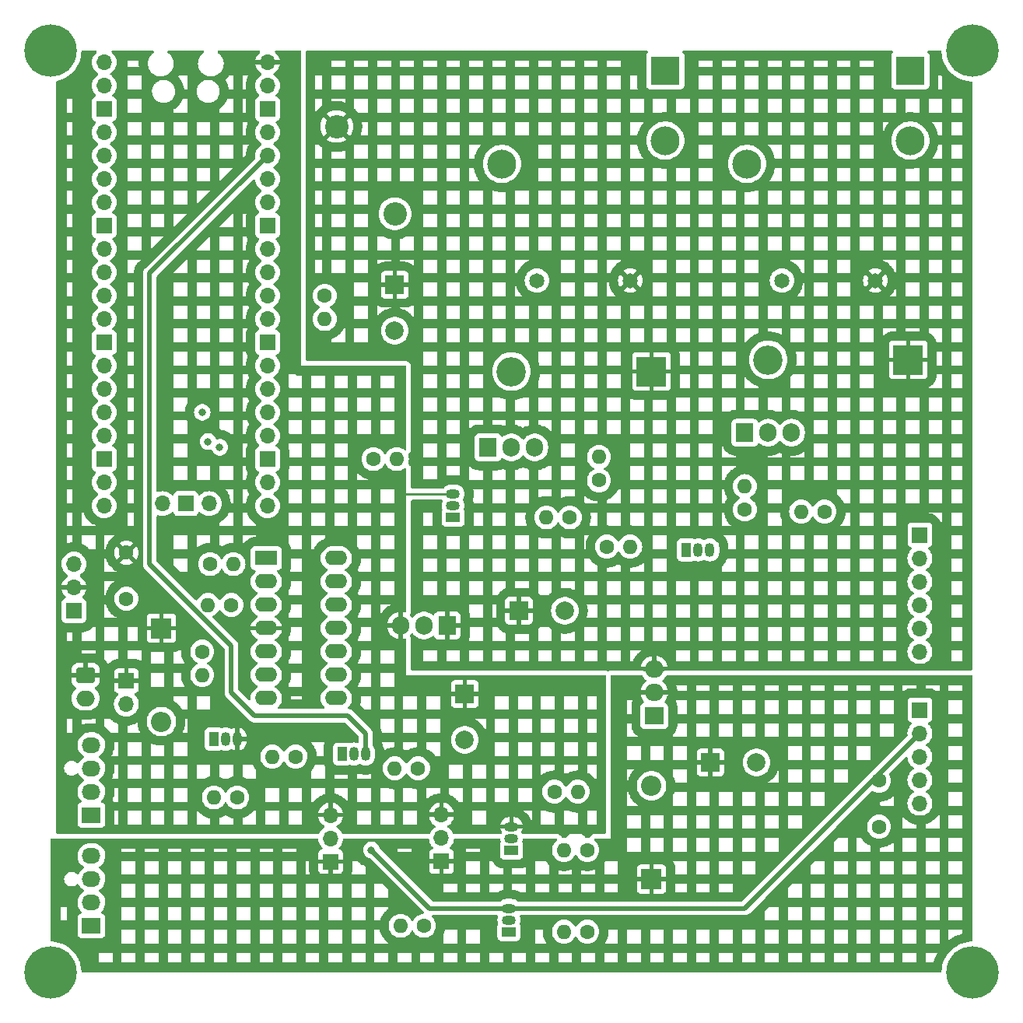
<source format=gbr>
%TF.GenerationSoftware,KiCad,Pcbnew,7.0.10*%
%TF.CreationDate,2024-07-25T14:37:52-06:00*%
%TF.ProjectId,Pressure-Controlled-Power-Outlet-control-PCB,50726573-7375-4726-952d-436f6e74726f,V1.3.1*%
%TF.SameCoordinates,Original*%
%TF.FileFunction,Copper,L2,Inr*%
%TF.FilePolarity,Positive*%
%FSLAX46Y46*%
G04 Gerber Fmt 4.6, Leading zero omitted, Abs format (unit mm)*
G04 Created by KiCad (PCBNEW 7.0.10) date 2024-07-25 14:37:52*
%MOMM*%
%LPD*%
G01*
G04 APERTURE LIST*
G04 Aperture macros list*
%AMRoundRect*
0 Rectangle with rounded corners*
0 $1 Rounding radius*
0 $2 $3 $4 $5 $6 $7 $8 $9 X,Y pos of 4 corners*
0 Add a 4 corners polygon primitive as box body*
4,1,4,$2,$3,$4,$5,$6,$7,$8,$9,$2,$3,0*
0 Add four circle primitives for the rounded corners*
1,1,$1+$1,$2,$3*
1,1,$1+$1,$4,$5*
1,1,$1+$1,$6,$7*
1,1,$1+$1,$8,$9*
0 Add four rect primitives between the rounded corners*
20,1,$1+$1,$2,$3,$4,$5,0*
20,1,$1+$1,$4,$5,$6,$7,0*
20,1,$1+$1,$6,$7,$8,$9,0*
20,1,$1+$1,$8,$9,$2,$3,0*%
G04 Aperture macros list end*
%TA.AperFunction,ComponentPad*%
%ADD10C,1.600000*%
%TD*%
%TA.AperFunction,ComponentPad*%
%ADD11O,1.600000X1.600000*%
%TD*%
%TA.AperFunction,ComponentPad*%
%ADD12R,1.500000X1.050000*%
%TD*%
%TA.AperFunction,ComponentPad*%
%ADD13O,1.500000X1.050000*%
%TD*%
%TA.AperFunction,ComponentPad*%
%ADD14R,1.905000X2.000000*%
%TD*%
%TA.AperFunction,ComponentPad*%
%ADD15O,1.905000X2.000000*%
%TD*%
%TA.AperFunction,ComponentPad*%
%ADD16R,1.050000X1.500000*%
%TD*%
%TA.AperFunction,ComponentPad*%
%ADD17O,1.050000X1.500000*%
%TD*%
%TA.AperFunction,ComponentPad*%
%ADD18R,3.200000X3.200000*%
%TD*%
%TA.AperFunction,ComponentPad*%
%ADD19O,3.200000X3.200000*%
%TD*%
%TA.AperFunction,ComponentPad*%
%ADD20R,3.150000X3.150000*%
%TD*%
%TA.AperFunction,ComponentPad*%
%ADD21C,3.150000*%
%TD*%
%TA.AperFunction,ComponentPad*%
%ADD22C,1.650000*%
%TD*%
%TA.AperFunction,ComponentPad*%
%ADD23C,5.700000*%
%TD*%
%TA.AperFunction,ComponentPad*%
%ADD24R,2.000000X1.905000*%
%TD*%
%TA.AperFunction,ComponentPad*%
%ADD25O,2.000000X1.905000*%
%TD*%
%TA.AperFunction,ComponentPad*%
%ADD26O,2.400000X1.600000*%
%TD*%
%TA.AperFunction,ComponentPad*%
%ADD27R,2.400000X1.600000*%
%TD*%
%TA.AperFunction,ComponentPad*%
%ADD28O,1.700000X1.700000*%
%TD*%
%TA.AperFunction,ComponentPad*%
%ADD29R,1.700000X1.700000*%
%TD*%
%TA.AperFunction,ComponentPad*%
%ADD30O,2.030000X1.730000*%
%TD*%
%TA.AperFunction,ComponentPad*%
%ADD31R,2.030000X1.730000*%
%TD*%
%TA.AperFunction,ComponentPad*%
%ADD32O,2.000000X1.700000*%
%TD*%
%TA.AperFunction,ComponentPad*%
%ADD33RoundRect,0.250000X-0.750000X0.600000X-0.750000X-0.600000X0.750000X-0.600000X0.750000X0.600000X0*%
%TD*%
%TA.AperFunction,ComponentPad*%
%ADD34C,2.550000*%
%TD*%
%TA.AperFunction,ComponentPad*%
%ADD35R,2.200000X2.200000*%
%TD*%
%TA.AperFunction,ComponentPad*%
%ADD36O,2.200000X2.200000*%
%TD*%
%TA.AperFunction,ComponentPad*%
%ADD37R,2.000000X2.000000*%
%TD*%
%TA.AperFunction,ComponentPad*%
%ADD38C,2.000000*%
%TD*%
%TA.AperFunction,ViaPad*%
%ADD39C,0.800000*%
%TD*%
%TA.AperFunction,Conductor*%
%ADD40C,0.500000*%
%TD*%
%TA.AperFunction,Conductor*%
%ADD41C,0.250000*%
%TD*%
G04 APERTURE END LIST*
D10*
%TO.N,/Activate_Neutral*%
%TO.C,R9*%
X109445000Y-100330000D03*
D11*
%TO.N,Net-(Q1-B)*%
X111985000Y-100330000D03*
%TD*%
D10*
%TO.N,/Activate_Live*%
%TO.C,R8*%
X84045000Y-90805000D03*
D11*
%TO.N,Net-(Q4-B)*%
X86585000Y-90805000D03*
%TD*%
D10*
%TO.N,GND*%
%TO.C,R7*%
X105410000Y-97155000D03*
D11*
%TO.N,Net-(Q4-E)*%
X102870000Y-97155000D03*
%TD*%
D10*
%TO.N,GND*%
%TO.C,R6*%
X133125000Y-96520000D03*
D11*
%TO.N,Net-(Q1-E)*%
X130585000Y-96520000D03*
%TD*%
D10*
%TO.N,Net-(Q1-E)*%
%TO.C,R5*%
X124460000Y-96295000D03*
D11*
%TO.N,Net-(Q3-G)*%
X124460000Y-93755000D03*
%TD*%
D10*
%TO.N,Net-(Q4-E)*%
%TO.C,R4*%
X108585000Y-93120000D03*
D11*
%TO.N,Net-(Q2-G)*%
X108585000Y-90580000D03*
%TD*%
D12*
%TO.N,Net-(Q4-E)*%
%TO.C,Q4*%
X92710000Y-97155000D03*
D13*
%TO.N,Net-(Q4-B)*%
X92710000Y-95885000D03*
%TO.N,+5V*%
X92710000Y-94615000D03*
%TD*%
D14*
%TO.N,Net-(Q3-G)*%
%TO.C,Q3*%
X124460000Y-87940000D03*
D15*
%TO.N,Net-(D2-A)*%
X127000000Y-87940000D03*
%TO.N,GND*%
X129540000Y-87940000D03*
%TD*%
D14*
%TO.N,Net-(Q2-G)*%
%TO.C,Q2*%
X96520000Y-89535000D03*
D15*
%TO.N,Net-(D1-A)*%
X99060000Y-89535000D03*
%TO.N,GND*%
X101600000Y-89535000D03*
%TD*%
D16*
%TO.N,Net-(Q1-E)*%
%TO.C,Q1*%
X118110000Y-100690000D03*
D17*
%TO.N,Net-(Q1-B)*%
X119380000Y-100690000D03*
%TO.N,+5V*%
X120650000Y-100690000D03*
%TD*%
D18*
%TO.N,+24V*%
%TO.C,D2*%
X142240000Y-80010000D03*
D19*
%TO.N,Net-(D2-A)*%
X127000000Y-80010000D03*
%TD*%
D18*
%TO.N,+24V*%
%TO.C,D1*%
X114300000Y-81280000D03*
D19*
%TO.N,Net-(D1-A)*%
X99060000Y-81280000D03*
%TD*%
D20*
%TO.N,unconnected-(K2-NC-Pad1)*%
%TO.C,K2*%
X142470000Y-48520000D03*
D21*
%TO.N,unconnected-(K2-NO-Pad2)*%
X142470000Y-56140000D03*
D22*
%TO.N,+24V*%
X138660000Y-71380000D03*
%TO.N,Net-(D2-A)*%
X128500000Y-71380000D03*
D21*
%TO.N,unconnected-(K2-COM-Pad5)*%
X124690000Y-58680000D03*
%TD*%
D20*
%TO.N,unconnected-(K1-NC-Pad1)*%
%TO.C,K1*%
X115800000Y-48520000D03*
D21*
%TO.N,unconnected-(K1-NO-Pad2)*%
X115800000Y-56140000D03*
D22*
%TO.N,+24V*%
X111990000Y-71380000D03*
%TO.N,Net-(D1-A)*%
X101830000Y-71380000D03*
D21*
%TO.N,unconnected-(K1-COM-Pad5)*%
X98020000Y-58680000D03*
%TD*%
D10*
%TO.N,Net-(U2A-+)*%
%TO.C,R1*%
X66265000Y-102235000D03*
D11*
%TO.N,/Water Pressure 5V*%
X68805000Y-102235000D03*
%TD*%
D23*
%TO.N,GND*%
%TO.C,H4*%
X149225000Y-146685000D03*
%TD*%
%TO.N,GND*%
%TO.C,H3*%
X48895000Y-146685000D03*
%TD*%
%TO.N,GND*%
%TO.C,H2*%
X149225000Y-46355000D03*
%TD*%
%TO.N,GND*%
%TO.C,H1*%
X48895000Y-46355000D03*
%TD*%
D24*
%TO.N,GND*%
%TO.C,U4*%
X114610000Y-118745000D03*
D25*
%TO.N,+12V*%
X114610000Y-116205000D03*
%TO.N,+24V*%
X114610000Y-113665000D03*
%TD*%
D14*
%TO.N,+24V*%
%TO.C,U3*%
X92075000Y-108910000D03*
D15*
%TO.N,GND*%
X89535000Y-108910000D03*
%TO.N,+5V*%
X86995000Y-108910000D03*
%TD*%
D26*
%TO.N,N/C*%
%TO.C,U2*%
X79995000Y-101595000D03*
X79995000Y-104135000D03*
X79995000Y-106675000D03*
%TO.N,GND*%
X79995000Y-109215000D03*
%TO.N,N/C*%
X79995000Y-111755000D03*
X79995000Y-114295000D03*
X79995000Y-116835000D03*
X72375000Y-116835000D03*
X72375000Y-114295000D03*
X72375000Y-111755000D03*
%TO.N,+5V*%
X72375000Y-109215000D03*
%TO.N,Net-(U2A-+)*%
X72375000Y-106675000D03*
%TO.N,/ADC0*%
X72375000Y-104135000D03*
D27*
X72375000Y-101595000D03*
%TD*%
D28*
%TO.N,unconnected-(U1-SWDIO-Pad43)*%
%TO.C,U1*%
X66155000Y-95655000D03*
D29*
%TO.N,GND*%
X63615000Y-95655000D03*
D28*
%TO.N,unconnected-(U1-SWCLK-Pad41)*%
X61075000Y-95655000D03*
%TO.N,+5V*%
X72505000Y-47625000D03*
%TO.N,unconnected-(U1-VSYS-Pad39)*%
X72505000Y-50165000D03*
D29*
%TO.N,GND*%
X72505000Y-52705000D03*
D28*
%TO.N,unconnected-(U1-3V3_EN-Pad37)*%
X72505000Y-55245000D03*
%TO.N,+3.3V*%
X72505000Y-57785000D03*
%TO.N,unconnected-(U1-ADC_VREF-Pad35)*%
X72505000Y-60325000D03*
%TO.N,unconnected-(U1-GPIO28_ADC2-Pad34)*%
X72505000Y-62865000D03*
D29*
%TO.N,Net-(U1-AGND)*%
X72505000Y-65405000D03*
D28*
%TO.N,unconnected-(U1-GPIO27_ADC1-Pad32)*%
X72505000Y-67945000D03*
%TO.N,/ADC0*%
X72505000Y-70485000D03*
%TO.N,unconnected-(U1-RUN-Pad30)*%
X72505000Y-73025000D03*
%TO.N,unconnected-(U1-GPIO22-Pad29)*%
X72505000Y-75565000D03*
D29*
%TO.N,GND*%
X72505000Y-78105000D03*
D28*
%TO.N,unconnected-(U1-GPIO21-Pad27)*%
X72505000Y-80645000D03*
%TO.N,unconnected-(U1-GPIO20-Pad26)*%
X72505000Y-83185000D03*
%TO.N,/Activate_Live*%
X72505000Y-85725000D03*
%TO.N,/Activate_Neutral*%
X72505000Y-88265000D03*
D29*
%TO.N,GND*%
X72505000Y-90805000D03*
D28*
%TO.N,unconnected-(U1-GPIO17-Pad22)*%
X72505000Y-93345000D03*
%TO.N,unconnected-(U1-GPIO16-Pad21)*%
X72505000Y-95885000D03*
%TO.N,/FanB_Tac*%
X54725000Y-95885000D03*
%TO.N,/FanB_PWM*%
X54725000Y-93345000D03*
D29*
%TO.N,GND*%
X54725000Y-90805000D03*
D28*
%TO.N,/FanA_Tac*%
X54725000Y-88265000D03*
%TO.N,/FanA_PWM*%
X54725000Y-85725000D03*
%TO.N,unconnected-(U1-GPIO11-Pad15)*%
X54725000Y-83185000D03*
%TO.N,/SPI1_TX*%
X54725000Y-80645000D03*
D29*
%TO.N,GND*%
X54725000Y-78105000D03*
D28*
%TO.N,/SPI1_CSn*%
X54725000Y-75565000D03*
%TO.N,/SPI1_RX*%
X54725000Y-73025000D03*
%TO.N,unconnected-(U1-GPIO7-Pad10)*%
X54725000Y-70485000D03*
%TO.N,unconnected-(U1-GPIO6-Pad9)*%
X54725000Y-67945000D03*
D29*
%TO.N,GND*%
X54725000Y-65405000D03*
D28*
%TO.N,/I2C0_SCL*%
X54725000Y-62865000D03*
%TO.N,/I2C0_SDA*%
X54725000Y-60325000D03*
%TO.N,unconnected-(U1-GPIO3-Pad5)*%
X54725000Y-57785000D03*
%TO.N,unconnected-(U1-GPIO2-Pad4)*%
X54725000Y-55245000D03*
D29*
%TO.N,GND*%
X54725000Y-52705000D03*
D28*
%TO.N,unconnected-(U1-GPIO1-Pad2)*%
X54725000Y-50165000D03*
%TO.N,unconnected-(U1-GPIO0-Pad1)*%
X54725000Y-47625000D03*
%TD*%
D10*
%TO.N,GND*%
%TO.C,R17*%
X107315000Y-142240000D03*
D11*
%TO.N,/FanB_Tac*%
X104775000Y-142240000D03*
%TD*%
D10*
%TO.N,Net-(Q8-B)*%
%TO.C,R16*%
X89535000Y-141605000D03*
D11*
%TO.N,Net-(M2-Tacho)*%
X86995000Y-141605000D03*
%TD*%
D10*
%TO.N,GND*%
%TO.C,R15*%
X107315000Y-133350000D03*
D11*
%TO.N,Net-(M2-PWM)*%
X104775000Y-133350000D03*
%TD*%
D10*
%TO.N,GND*%
%TO.C,R14*%
X75565000Y-123190000D03*
D11*
%TO.N,Net-(M1-PWM)*%
X73025000Y-123190000D03*
%TD*%
D10*
%TO.N,GND*%
%TO.C,R13*%
X88900000Y-124460000D03*
D11*
%TO.N,/FanA_Tac*%
X86360000Y-124460000D03*
%TD*%
D10*
%TO.N,Net-(Q7-B)*%
%TO.C,R12*%
X69215000Y-127635000D03*
D11*
%TO.N,Net-(M1-Tacho)*%
X66675000Y-127635000D03*
%TD*%
D10*
%TO.N,/FanB_PWM*%
%TO.C,R11*%
X103730000Y-127000000D03*
D11*
%TO.N,Net-(Q6-B)*%
X106270000Y-127000000D03*
%TD*%
D10*
%TO.N,/FanA_PWM*%
%TO.C,R10*%
X65405000Y-111760000D03*
D11*
%TO.N,Net-(Q5-B)*%
X65405000Y-114300000D03*
%TD*%
D10*
%TO.N,Net-(U1-AGND)*%
%TO.C,R3*%
X78740000Y-73025000D03*
D11*
%TO.N,GND*%
X78740000Y-75565000D03*
%TD*%
D10*
%TO.N,Net-(U2A-+)*%
%TO.C,R2*%
X68580000Y-106680000D03*
D11*
%TO.N,GND*%
X66040000Y-106680000D03*
%TD*%
D13*
%TO.N,+3.3V*%
%TO.C,Q8*%
X98785000Y-139700000D03*
%TO.N,Net-(Q8-B)*%
X98785000Y-140970000D03*
D12*
%TO.N,/FanB_Tac*%
X98785000Y-142240000D03*
%TD*%
D17*
%TO.N,+3.3V*%
%TO.C,Q7*%
X83185000Y-122915000D03*
%TO.N,Net-(Q7-B)*%
X81915000Y-122915000D03*
D16*
%TO.N,/FanA_Tac*%
X80645000Y-122915000D03*
%TD*%
D13*
%TO.N,+5V*%
%TO.C,Q6*%
X99060000Y-130810000D03*
%TO.N,Net-(Q6-B)*%
X99060000Y-132080000D03*
D12*
%TO.N,Net-(M2-PWM)*%
X99060000Y-133350000D03*
%TD*%
D17*
%TO.N,+5V*%
%TO.C,Q5*%
X69215000Y-121285000D03*
%TO.N,Net-(Q5-B)*%
X67945000Y-121285000D03*
D16*
%TO.N,Net-(M1-PWM)*%
X66675000Y-121285000D03*
%TD*%
D30*
%TO.N,Net-(M2-PWM)*%
%TO.C,M2*%
X53340000Y-133985000D03*
%TO.N,Net-(M2-Tacho)*%
X53340000Y-136525000D03*
%TO.N,/FanB_Power*%
X53340000Y-139065000D03*
D31*
%TO.N,GND*%
X53340000Y-141605000D03*
%TD*%
%TO.N,GND*%
%TO.C,M1*%
X53340000Y-129540000D03*
D30*
%TO.N,/FanA_Power*%
X53340000Y-127000000D03*
%TO.N,Net-(M1-Tacho)*%
X53340000Y-124460000D03*
%TO.N,Net-(M1-PWM)*%
X53340000Y-121920000D03*
%TD*%
D29*
%TO.N,+5V*%
%TO.C,J10*%
X57150000Y-114935000D03*
D28*
%TO.N,GND*%
X57150000Y-117475000D03*
%TD*%
D32*
%TO.N,GND*%
%TO.C,J7*%
X52705000Y-116840000D03*
D33*
%TO.N,+5V*%
X52705000Y-114340000D03*
%TD*%
D29*
%TO.N,+12V*%
%TO.C,J6*%
X91440000Y-134605000D03*
D28*
%TO.N,/FanB_Power*%
X91440000Y-132065000D03*
%TO.N,+5V*%
X91440000Y-129525000D03*
%TD*%
D29*
%TO.N,+12V*%
%TO.C,J5*%
X79375000Y-134620000D03*
D28*
%TO.N,/FanA_Power*%
X79375000Y-132080000D03*
%TO.N,+5V*%
X79375000Y-129540000D03*
%TD*%
D29*
%TO.N,+5V*%
%TO.C,J4*%
X143510000Y-99060000D03*
D28*
%TO.N,+3.3V*%
X143510000Y-101600000D03*
%TO.N,/SPI1_RX*%
X143510000Y-104140000D03*
%TO.N,/SPI1_TX*%
X143510000Y-106680000D03*
%TO.N,/SPI1_CSn*%
X143510000Y-109220000D03*
%TO.N,GND*%
X143510000Y-111760000D03*
%TD*%
%TO.N,GND*%
%TO.C,J3*%
X143510000Y-128270000D03*
%TO.N,/I2C0_SCL*%
X143510000Y-125730000D03*
%TO.N,/I2C0_SDA*%
X143510000Y-123190000D03*
%TO.N,+3.3V*%
X143510000Y-120650000D03*
D29*
%TO.N,+5V*%
X143510000Y-118110000D03*
%TD*%
D34*
%TO.N,GND*%
%TO.C,J2*%
X86382500Y-64110000D03*
%TO.N,+24V*%
X80032500Y-54610000D03*
%TD*%
D29*
%TO.N,/Water Pressure 5V*%
%TO.C,J1*%
X51435000Y-107300000D03*
D28*
%TO.N,+5V*%
X51435000Y-104760000D03*
%TO.N,GND*%
X51435000Y-102220000D03*
%TD*%
D35*
%TO.N,+12V*%
%TO.C,D4*%
X114300000Y-136525000D03*
D36*
%TO.N,GND*%
X114300000Y-126365000D03*
%TD*%
D35*
%TO.N,+5V*%
%TO.C,D3*%
X60960000Y-109220000D03*
D36*
%TO.N,GND*%
X60960000Y-119380000D03*
%TD*%
D10*
%TO.N,+5V*%
%TO.C,C7*%
X57150000Y-101005000D03*
%TO.N,GND*%
X57150000Y-106005000D03*
%TD*%
%TO.N,+3.3V*%
%TO.C,C6*%
X139065000Y-125810000D03*
%TO.N,GND*%
X139065000Y-130810000D03*
%TD*%
D37*
%TO.N,+12V*%
%TO.C,C4*%
X120730000Y-123825000D03*
D38*
%TO.N,GND*%
X125730000Y-123825000D03*
%TD*%
D37*
%TO.N,+24V*%
%TO.C,C3*%
X99867323Y-107315000D03*
D38*
%TO.N,GND*%
X104867323Y-107315000D03*
%TD*%
D37*
%TO.N,+5V*%
%TO.C,C2*%
X93980000Y-116377323D03*
D38*
%TO.N,GND*%
X93980000Y-121377323D03*
%TD*%
D37*
%TO.N,+24V*%
%TO.C,C1*%
X86360000Y-71835000D03*
D38*
%TO.N,GND*%
X86360000Y-76835000D03*
%TD*%
D39*
%TO.N,/I2C0_SDA*%
X67310000Y-89535000D03*
%TO.N,/I2C0_SCL*%
X66040000Y-88900000D03*
%TO.N,/SPI1_CSn*%
X65405000Y-85725000D03*
%TO.N,+3.3V*%
X83820000Y-133350000D03*
%TD*%
D40*
%TO.N,+3.3V*%
X124460000Y-139700000D02*
X98785000Y-139700000D01*
X143510000Y-120650000D02*
X124460000Y-139700000D01*
X81280000Y-118745000D02*
X83185000Y-120650000D01*
X68580000Y-111125000D02*
X68580000Y-116205000D01*
X59690000Y-102235000D02*
X68580000Y-111125000D01*
X59690000Y-70600000D02*
X59690000Y-102235000D01*
X71120000Y-118745000D02*
X81280000Y-118745000D01*
X83185000Y-120650000D02*
X83185000Y-122915000D01*
X72505000Y-57785000D02*
X59690000Y-70600000D01*
X68580000Y-116205000D02*
X71120000Y-118745000D01*
D41*
%TO.N,+5V*%
X92710000Y-94615000D02*
X86995000Y-94615000D01*
D40*
%TO.N,+3.3V*%
X90170000Y-139700000D02*
X98785000Y-139700000D01*
X83820000Y-133350000D02*
X90170000Y-139700000D01*
%TD*%
%TA.AperFunction,Conductor*%
%TO.N,+12V*%
G36*
X113247171Y-114319685D02*
G01*
X113289186Y-114364981D01*
X113321126Y-114424000D01*
X113341929Y-114462441D01*
X113385451Y-114518358D01*
X113489829Y-114652463D01*
X113586545Y-114741496D01*
X113666994Y-114815555D01*
X113691384Y-114831489D01*
X113736742Y-114884634D01*
X113746166Y-114953866D01*
X113716665Y-115017202D01*
X113691390Y-115039104D01*
X113667297Y-115054846D01*
X113667289Y-115054851D01*
X113490202Y-115217873D01*
X113490193Y-115217883D01*
X113342350Y-115407831D01*
X113342344Y-115407840D01*
X113227784Y-115619531D01*
X113227778Y-115619545D01*
X113149619Y-115847208D01*
X113131633Y-115954999D01*
X113131634Y-115955000D01*
X114115148Y-115955000D01*
X114066441Y-116092047D01*
X114056123Y-116242886D01*
X114086884Y-116390915D01*
X114120090Y-116455000D01*
X113131633Y-116455000D01*
X113149619Y-116562791D01*
X113227778Y-116790454D01*
X113227784Y-116790468D01*
X113342344Y-117002159D01*
X113342350Y-117002168D01*
X113453324Y-117144747D01*
X113478967Y-117209741D01*
X113465401Y-117278281D01*
X113416932Y-117328605D01*
X113398804Y-117337091D01*
X113367671Y-117348702D01*
X113367664Y-117348706D01*
X113252455Y-117434952D01*
X113252452Y-117434955D01*
X113166206Y-117550164D01*
X113166202Y-117550171D01*
X113115908Y-117685017D01*
X113113072Y-117711401D01*
X113109501Y-117744623D01*
X113109500Y-117744635D01*
X113109500Y-119745370D01*
X113109501Y-119745376D01*
X113115908Y-119804983D01*
X113166202Y-119939828D01*
X113166206Y-119939835D01*
X113252452Y-120055044D01*
X113252455Y-120055047D01*
X113367664Y-120141293D01*
X113367671Y-120141297D01*
X113502517Y-120191591D01*
X113502516Y-120191591D01*
X113509444Y-120192335D01*
X113562127Y-120198000D01*
X115657872Y-120197999D01*
X115717483Y-120191591D01*
X115852331Y-120141296D01*
X115967546Y-120055046D01*
X116053796Y-119939831D01*
X116104091Y-119804983D01*
X116110500Y-119745373D01*
X116110499Y-117744628D01*
X116104091Y-117685017D01*
X116079712Y-117619654D01*
X116053797Y-117550171D01*
X116053793Y-117550164D01*
X115967547Y-117434955D01*
X115967544Y-117434952D01*
X115852335Y-117348706D01*
X115852326Y-117348701D01*
X115821196Y-117337091D01*
X115765262Y-117295221D01*
X115740844Y-117229757D01*
X115755695Y-117161484D01*
X115766675Y-117144746D01*
X115804959Y-117095559D01*
X116942651Y-117095559D01*
X116946805Y-117103166D01*
X116950767Y-117111081D01*
X116973025Y-117159818D01*
X116976413Y-117167998D01*
X117050069Y-117365482D01*
X117052548Y-117372821D01*
X117066153Y-117417672D01*
X117068168Y-117425148D01*
X117082516Y-117485863D01*
X117084061Y-117493455D01*
X117091972Y-117539660D01*
X117093041Y-117547333D01*
X117104212Y-117651256D01*
X117104522Y-117654561D01*
X117106135Y-117674601D01*
X117106358Y-117677922D01*
X117107786Y-117704605D01*
X117107919Y-117707918D01*
X117108455Y-117727966D01*
X117108499Y-117731280D01*
X117108499Y-118550000D01*
X118145000Y-118550000D01*
X118145000Y-117048000D01*
X119143000Y-117048000D01*
X119143000Y-118550000D01*
X120645000Y-118550000D01*
X120645000Y-117048000D01*
X121643000Y-117048000D01*
X121643000Y-118550000D01*
X123145000Y-118550000D01*
X123145000Y-117048000D01*
X124143000Y-117048000D01*
X124143000Y-118550000D01*
X125645000Y-118550000D01*
X125645000Y-117048000D01*
X126643000Y-117048000D01*
X126643000Y-118550000D01*
X128145000Y-118550000D01*
X128145000Y-117048000D01*
X129143000Y-117048000D01*
X129143000Y-118550000D01*
X130645000Y-118550000D01*
X130645000Y-117048000D01*
X131643000Y-117048000D01*
X131643000Y-118550000D01*
X133145000Y-118550000D01*
X133145000Y-117048000D01*
X134143000Y-117048000D01*
X134143000Y-118550000D01*
X135645000Y-118550000D01*
X135645000Y-117048000D01*
X136643000Y-117048000D01*
X136643000Y-118550000D01*
X138145000Y-118550000D01*
X138145000Y-117048000D01*
X139143000Y-117048000D01*
X139143000Y-118550000D01*
X140645000Y-118550000D01*
X140645000Y-117048000D01*
X139143000Y-117048000D01*
X138145000Y-117048000D01*
X136643000Y-117048000D01*
X135645000Y-117048000D01*
X134143000Y-117048000D01*
X133145000Y-117048000D01*
X131643000Y-117048000D01*
X130645000Y-117048000D01*
X129143000Y-117048000D01*
X128145000Y-117048000D01*
X126643000Y-117048000D01*
X125645000Y-117048000D01*
X124143000Y-117048000D01*
X123145000Y-117048000D01*
X121643000Y-117048000D01*
X120645000Y-117048000D01*
X119143000Y-117048000D01*
X118145000Y-117048000D01*
X116958979Y-117048000D01*
X116942651Y-117095559D01*
X115804959Y-117095559D01*
X115877653Y-117002162D01*
X115877655Y-117002159D01*
X115992215Y-116790468D01*
X115992221Y-116790454D01*
X116070380Y-116562791D01*
X116088367Y-116455000D01*
X115104852Y-116455000D01*
X115153559Y-116317953D01*
X115163877Y-116167114D01*
X115133116Y-116019085D01*
X115099910Y-115955000D01*
X116088366Y-115955000D01*
X116088366Y-115954999D01*
X116070380Y-115847208D01*
X115992221Y-115619545D01*
X115992215Y-115619531D01*
X115886400Y-115424000D01*
X116980263Y-115424000D01*
X117021003Y-115542670D01*
X117022566Y-115547547D01*
X117031414Y-115577263D01*
X117032776Y-115582209D01*
X117042906Y-115622212D01*
X117044061Y-115627205D01*
X117050425Y-115657556D01*
X117051373Y-115662594D01*
X117109434Y-116010540D01*
X117107393Y-116050000D01*
X118145000Y-116050000D01*
X118145000Y-115424000D01*
X119143000Y-115424000D01*
X119143000Y-116050000D01*
X120645000Y-116050000D01*
X120645000Y-115424000D01*
X121643000Y-115424000D01*
X121643000Y-116050000D01*
X123145000Y-116050000D01*
X123145000Y-115424000D01*
X124143000Y-115424000D01*
X124143000Y-116050000D01*
X125645000Y-116050000D01*
X125645000Y-115424000D01*
X126643000Y-115424000D01*
X126643000Y-116050000D01*
X128145000Y-116050000D01*
X128145000Y-115424000D01*
X129143000Y-115424000D01*
X129143000Y-116050000D01*
X130645000Y-116050000D01*
X130645000Y-115424000D01*
X131643000Y-115424000D01*
X131643000Y-116050000D01*
X133145000Y-116050000D01*
X133145000Y-115424000D01*
X134143000Y-115424000D01*
X134143000Y-116050000D01*
X135645000Y-116050000D01*
X135645000Y-115424000D01*
X136643000Y-115424000D01*
X136643000Y-116050000D01*
X138145000Y-116050000D01*
X138145000Y-115424000D01*
X139143000Y-115424000D01*
X139143000Y-116050000D01*
X140645000Y-116050000D01*
X140645000Y-115424000D01*
X141643000Y-115424000D01*
X141643000Y-116050000D01*
X141775861Y-116050000D01*
X141848126Y-115995902D01*
X141855396Y-115990854D01*
X141900463Y-115961890D01*
X141908077Y-115957372D01*
X141970667Y-115923195D01*
X141978581Y-115919233D01*
X142027318Y-115896975D01*
X142035498Y-115893587D01*
X142232982Y-115819931D01*
X142240321Y-115817452D01*
X142285172Y-115803847D01*
X142292648Y-115801832D01*
X142353363Y-115787484D01*
X142360955Y-115785939D01*
X142407160Y-115778028D01*
X142414833Y-115776959D01*
X142518755Y-115765788D01*
X142522064Y-115765477D01*
X142542101Y-115763865D01*
X142545413Y-115763643D01*
X142572095Y-115762214D01*
X142575413Y-115762081D01*
X142595464Y-115761545D01*
X142598778Y-115761501D01*
X143145000Y-115761500D01*
X143145000Y-115424000D01*
X144143000Y-115424000D01*
X144143000Y-115761500D01*
X144421248Y-115761500D01*
X144424572Y-115761545D01*
X144444673Y-115762084D01*
X144447993Y-115762217D01*
X144474680Y-115763649D01*
X144477989Y-115763871D01*
X144497982Y-115765481D01*
X144501285Y-115765792D01*
X144605175Y-115776962D01*
X144612843Y-115778029D01*
X144659029Y-115785936D01*
X144666619Y-115787481D01*
X144727330Y-115801826D01*
X144734809Y-115803842D01*
X144779672Y-115817450D01*
X144787012Y-115819929D01*
X144984502Y-115893587D01*
X144992682Y-115896975D01*
X145041419Y-115919233D01*
X145049333Y-115923195D01*
X145111923Y-115957372D01*
X145119537Y-115961890D01*
X145164604Y-115990854D01*
X145171874Y-115995902D01*
X145244139Y-116050000D01*
X145645000Y-116050000D01*
X145645000Y-115424000D01*
X146643000Y-115424000D01*
X146643000Y-116050000D01*
X148101000Y-116050000D01*
X148101000Y-115424000D01*
X146643000Y-115424000D01*
X145645000Y-115424000D01*
X144143000Y-115424000D01*
X143145000Y-115424000D01*
X141643000Y-115424000D01*
X140645000Y-115424000D01*
X139143000Y-115424000D01*
X138145000Y-115424000D01*
X136643000Y-115424000D01*
X135645000Y-115424000D01*
X134143000Y-115424000D01*
X133145000Y-115424000D01*
X131643000Y-115424000D01*
X130645000Y-115424000D01*
X129143000Y-115424000D01*
X128145000Y-115424000D01*
X126643000Y-115424000D01*
X125645000Y-115424000D01*
X124143000Y-115424000D01*
X123145000Y-115424000D01*
X121643000Y-115424000D01*
X120645000Y-115424000D01*
X119143000Y-115424000D01*
X118145000Y-115424000D01*
X116980263Y-115424000D01*
X115886400Y-115424000D01*
X115877655Y-115407840D01*
X115877649Y-115407831D01*
X115729806Y-115217883D01*
X115729797Y-115217873D01*
X115552710Y-115054851D01*
X115552704Y-115054847D01*
X115528611Y-115039106D01*
X115483255Y-114985959D01*
X115473832Y-114916728D01*
X115503335Y-114853392D01*
X115528608Y-114831493D01*
X115553010Y-114815551D01*
X115730171Y-114652463D01*
X115878072Y-114462439D01*
X115930813Y-114364981D01*
X115980033Y-114315392D01*
X116039868Y-114300000D01*
X149101000Y-114300000D01*
X149168039Y-114319685D01*
X149213794Y-114372489D01*
X149225000Y-114424000D01*
X149225000Y-143210500D01*
X149205315Y-143277539D01*
X149152511Y-143323294D01*
X149101000Y-143334500D01*
X149043339Y-143334500D01*
X148682154Y-143373781D01*
X148327330Y-143451883D01*
X148108451Y-143525633D01*
X147983031Y-143567892D01*
X147983028Y-143567893D01*
X147983020Y-143567896D01*
X147653300Y-143720440D01*
X147653296Y-143720442D01*
X147421453Y-143859937D01*
X147341981Y-143907755D01*
X147252332Y-143975903D01*
X147052755Y-144127617D01*
X147052745Y-144127625D01*
X146788978Y-144377479D01*
X146553772Y-144654386D01*
X146349884Y-144955098D01*
X146349878Y-144955107D01*
X146179706Y-145276086D01*
X146179700Y-145276098D01*
X146045226Y-145613603D01*
X146045221Y-145613618D01*
X145948030Y-145963670D01*
X145948024Y-145963696D01*
X145889250Y-146322200D01*
X145889249Y-146322216D01*
X145875938Y-146567714D01*
X145852653Y-146633589D01*
X145797449Y-146676418D01*
X145752120Y-146685000D01*
X52367880Y-146685000D01*
X52300841Y-146665315D01*
X52255086Y-146612511D01*
X52244062Y-146567714D01*
X52242107Y-146531674D01*
X52230751Y-146322215D01*
X52171973Y-145963684D01*
X52154097Y-145899303D01*
X52074778Y-145613618D01*
X52074773Y-145613603D01*
X51963207Y-145333592D01*
X51940298Y-145276095D01*
X51770117Y-144955100D01*
X51566227Y-144654386D01*
X51475862Y-144548000D01*
X54143000Y-144548000D01*
X54143000Y-145561000D01*
X55645000Y-145561000D01*
X55645000Y-144548000D01*
X56643000Y-144548000D01*
X56643000Y-145561000D01*
X58145000Y-145561000D01*
X58145000Y-144548000D01*
X59143000Y-144548000D01*
X59143000Y-145561000D01*
X60645000Y-145561000D01*
X60645000Y-144548000D01*
X61643000Y-144548000D01*
X61643000Y-145561000D01*
X63145000Y-145561000D01*
X63145000Y-144548000D01*
X64143000Y-144548000D01*
X64143000Y-145561000D01*
X65645000Y-145561000D01*
X65645000Y-144548000D01*
X66643000Y-144548000D01*
X66643000Y-145561000D01*
X68145000Y-145561000D01*
X68145000Y-144548000D01*
X69143000Y-144548000D01*
X69143000Y-145561000D01*
X70645000Y-145561000D01*
X70645000Y-144548000D01*
X71643000Y-144548000D01*
X71643000Y-145561000D01*
X73145000Y-145561000D01*
X73145000Y-144548000D01*
X74143000Y-144548000D01*
X74143000Y-145561000D01*
X75645000Y-145561000D01*
X75645000Y-144548000D01*
X76643000Y-144548000D01*
X76643000Y-145561000D01*
X78145000Y-145561000D01*
X78145000Y-144548000D01*
X79143000Y-144548000D01*
X79143000Y-145561000D01*
X80645000Y-145561000D01*
X80645000Y-144548000D01*
X81643000Y-144548000D01*
X81643000Y-145561000D01*
X83145000Y-145561000D01*
X83145000Y-144548000D01*
X84143000Y-144548000D01*
X84143000Y-145561000D01*
X85645000Y-145561000D01*
X85645000Y-144548000D01*
X86643000Y-144548000D01*
X86643000Y-145561000D01*
X88145000Y-145561000D01*
X88145000Y-144548000D01*
X89143000Y-144548000D01*
X89143000Y-145561000D01*
X90645000Y-145561000D01*
X90645000Y-144548000D01*
X91643000Y-144548000D01*
X91643000Y-145561000D01*
X93145000Y-145561000D01*
X93145000Y-144548000D01*
X94143000Y-144548000D01*
X94143000Y-145561000D01*
X95645000Y-145561000D01*
X95645000Y-144548000D01*
X96643000Y-144548000D01*
X96643000Y-145561000D01*
X98145000Y-145561000D01*
X98145000Y-144548000D01*
X99143000Y-144548000D01*
X99143000Y-145561000D01*
X100645000Y-145561000D01*
X100645000Y-144548000D01*
X101643000Y-144548000D01*
X101643000Y-145561000D01*
X103145000Y-145561000D01*
X103145000Y-144548000D01*
X104143000Y-144548000D01*
X104143000Y-145561000D01*
X105645000Y-145561000D01*
X105645000Y-144548000D01*
X106643000Y-144548000D01*
X106643000Y-145561000D01*
X108145000Y-145561000D01*
X108145000Y-144548000D01*
X109143000Y-144548000D01*
X109143000Y-145561000D01*
X110645000Y-145561000D01*
X110645000Y-144548000D01*
X111643000Y-144548000D01*
X111643000Y-145561000D01*
X113145000Y-145561000D01*
X113145000Y-144548000D01*
X114143000Y-144548000D01*
X114143000Y-145561000D01*
X115645000Y-145561000D01*
X115645000Y-144548000D01*
X116643000Y-144548000D01*
X116643000Y-145561000D01*
X118145000Y-145561000D01*
X118145000Y-144548000D01*
X119143000Y-144548000D01*
X119143000Y-145561000D01*
X120645000Y-145561000D01*
X120645000Y-144548000D01*
X121643000Y-144548000D01*
X121643000Y-145561000D01*
X123145000Y-145561000D01*
X123145000Y-144548000D01*
X124143000Y-144548000D01*
X124143000Y-145561000D01*
X125645000Y-145561000D01*
X125645000Y-144548000D01*
X126643000Y-144548000D01*
X126643000Y-145561000D01*
X128145000Y-145561000D01*
X128145000Y-144548000D01*
X129143000Y-144548000D01*
X129143000Y-145561000D01*
X130645000Y-145561000D01*
X130645000Y-144548000D01*
X131643000Y-144548000D01*
X131643000Y-145561000D01*
X133145000Y-145561000D01*
X133145000Y-144548000D01*
X134143000Y-144548000D01*
X134143000Y-145561000D01*
X135645000Y-145561000D01*
X135645000Y-144548000D01*
X136643000Y-144548000D01*
X136643000Y-145561000D01*
X138145000Y-145561000D01*
X138145000Y-144548000D01*
X139143000Y-144548000D01*
X139143000Y-145561000D01*
X140645000Y-145561000D01*
X140645000Y-144548000D01*
X141643000Y-144548000D01*
X141643000Y-145561000D01*
X143145000Y-145561000D01*
X143145000Y-144548000D01*
X144143000Y-144548000D01*
X144143000Y-145561000D01*
X145024079Y-145561000D01*
X145087218Y-145333592D01*
X145088160Y-145330369D01*
X145094123Y-145310948D01*
X145095152Y-145307749D01*
X145103783Y-145282134D01*
X145104898Y-145278969D01*
X145111902Y-145259904D01*
X145113103Y-145256767D01*
X145257583Y-144894148D01*
X145258868Y-144891046D01*
X145266890Y-144872397D01*
X145268257Y-144869334D01*
X145279607Y-144844799D01*
X145281060Y-144841766D01*
X145290091Y-144823557D01*
X145291624Y-144820569D01*
X145436131Y-144548000D01*
X144143000Y-144548000D01*
X143145000Y-144548000D01*
X141643000Y-144548000D01*
X140645000Y-144548000D01*
X139143000Y-144548000D01*
X138145000Y-144548000D01*
X136643000Y-144548000D01*
X135645000Y-144548000D01*
X134143000Y-144548000D01*
X133145000Y-144548000D01*
X131643000Y-144548000D01*
X130645000Y-144548000D01*
X129143000Y-144548000D01*
X128145000Y-144548000D01*
X126643000Y-144548000D01*
X125645000Y-144548000D01*
X124143000Y-144548000D01*
X123145000Y-144548000D01*
X121643000Y-144548000D01*
X120645000Y-144548000D01*
X119143000Y-144548000D01*
X118145000Y-144548000D01*
X116643000Y-144548000D01*
X115645000Y-144548000D01*
X114143000Y-144548000D01*
X113145000Y-144548000D01*
X111643000Y-144548000D01*
X110645000Y-144548000D01*
X109143000Y-144548000D01*
X108145000Y-144548000D01*
X106643000Y-144548000D01*
X105645000Y-144548000D01*
X104143000Y-144548000D01*
X103145000Y-144548000D01*
X101643000Y-144548000D01*
X100645000Y-144548000D01*
X99143000Y-144548000D01*
X98145000Y-144548000D01*
X96643000Y-144548000D01*
X95645000Y-144548000D01*
X94143000Y-144548000D01*
X93145000Y-144548000D01*
X91643000Y-144548000D01*
X90645000Y-144548000D01*
X89143000Y-144548000D01*
X88145000Y-144548000D01*
X86643000Y-144548000D01*
X85645000Y-144548000D01*
X84143000Y-144548000D01*
X83145000Y-144548000D01*
X81643000Y-144548000D01*
X80645000Y-144548000D01*
X79143000Y-144548000D01*
X78145000Y-144548000D01*
X76643000Y-144548000D01*
X75645000Y-144548000D01*
X74143000Y-144548000D01*
X73145000Y-144548000D01*
X71643000Y-144548000D01*
X70645000Y-144548000D01*
X69143000Y-144548000D01*
X68145000Y-144548000D01*
X66643000Y-144548000D01*
X65645000Y-144548000D01*
X64143000Y-144548000D01*
X63145000Y-144548000D01*
X61643000Y-144548000D01*
X60645000Y-144548000D01*
X59143000Y-144548000D01*
X58145000Y-144548000D01*
X56643000Y-144548000D01*
X55645000Y-144548000D01*
X54143000Y-144548000D01*
X51475862Y-144548000D01*
X51331021Y-144377479D01*
X51067254Y-144127625D01*
X51067244Y-144127617D01*
X50998635Y-144075462D01*
X50778019Y-143907755D01*
X50466708Y-143720445D01*
X50466707Y-143720444D01*
X50466703Y-143720442D01*
X50466699Y-143720440D01*
X50136979Y-143567896D01*
X50136974Y-143567894D01*
X50136969Y-143567892D01*
X49969143Y-143511344D01*
X49792669Y-143451883D01*
X49437845Y-143373781D01*
X49076660Y-143334500D01*
X49076659Y-143334500D01*
X49019000Y-143334500D01*
X48951961Y-143314815D01*
X48906206Y-143262011D01*
X48895000Y-143210500D01*
X48895000Y-139548000D01*
X50019000Y-139548000D01*
X50019000Y-141050000D01*
X50645000Y-141050000D01*
X50645000Y-139548000D01*
X50019000Y-139548000D01*
X48895000Y-139548000D01*
X48895000Y-136525003D01*
X50374435Y-136525003D01*
X50394630Y-136704249D01*
X50394631Y-136704254D01*
X50454211Y-136874523D01*
X50481994Y-136918739D01*
X50550184Y-137027262D01*
X50677738Y-137154816D01*
X50677740Y-137154817D01*
X50818928Y-137243532D01*
X50830478Y-137250789D01*
X51000745Y-137310368D01*
X51000750Y-137310369D01*
X51091246Y-137320565D01*
X51135040Y-137325499D01*
X51135043Y-137325500D01*
X51135046Y-137325500D01*
X51224957Y-137325500D01*
X51224958Y-137325499D01*
X51292104Y-137317934D01*
X51359249Y-137310369D01*
X51359252Y-137310368D01*
X51359255Y-137310368D01*
X51529522Y-137250789D01*
X51682262Y-137154816D01*
X51755821Y-137081256D01*
X51817140Y-137047774D01*
X51886832Y-137052758D01*
X51942766Y-137094629D01*
X51958556Y-137122704D01*
X51966298Y-137141971D01*
X52088170Y-137339903D01*
X52088171Y-137339905D01*
X52088173Y-137339907D01*
X52241741Y-137514395D01*
X52241743Y-137514396D01*
X52241746Y-137514400D01*
X52422583Y-137660415D01*
X52422593Y-137660422D01*
X52469630Y-137686699D01*
X52518556Y-137736578D01*
X52532748Y-137804992D01*
X52507700Y-137870217D01*
X52478592Y-137897687D01*
X52329065Y-137998749D01*
X52161251Y-138159586D01*
X52023035Y-138346467D01*
X52023032Y-138346471D01*
X51918387Y-138554022D01*
X51850321Y-138776278D01*
X51820798Y-139006837D01*
X51830662Y-139239066D01*
X51830662Y-139239067D01*
X51879634Y-139466296D01*
X51966299Y-139681972D01*
X52088172Y-139879907D01*
X52243681Y-140056599D01*
X52273196Y-140119929D01*
X52263787Y-140189162D01*
X52218441Y-140242318D01*
X52193932Y-140254705D01*
X52082669Y-140296203D01*
X52082664Y-140296206D01*
X51967455Y-140382452D01*
X51967452Y-140382455D01*
X51881206Y-140497664D01*
X51881202Y-140497671D01*
X51830908Y-140632517D01*
X51824501Y-140692116D01*
X51824501Y-140692123D01*
X51824500Y-140692135D01*
X51824500Y-142517870D01*
X51824501Y-142517876D01*
X51830908Y-142577483D01*
X51881202Y-142712328D01*
X51881206Y-142712335D01*
X51967452Y-142827544D01*
X51967455Y-142827547D01*
X52082664Y-142913793D01*
X52082671Y-142913797D01*
X52217517Y-142964091D01*
X52217516Y-142964091D01*
X52224444Y-142964835D01*
X52277127Y-142970500D01*
X54402872Y-142970499D01*
X54462483Y-142964091D01*
X54597331Y-142913796D01*
X54712546Y-142827546D01*
X54798796Y-142712331D01*
X54849091Y-142577483D01*
X54855500Y-142517873D01*
X54855500Y-142048000D01*
X56643000Y-142048000D01*
X56643000Y-143550000D01*
X58145000Y-143550000D01*
X58145000Y-142048000D01*
X59143000Y-142048000D01*
X59143000Y-143550000D01*
X60645000Y-143550000D01*
X60645000Y-142048000D01*
X61643000Y-142048000D01*
X61643000Y-143550000D01*
X63145000Y-143550000D01*
X63145000Y-142048000D01*
X64143000Y-142048000D01*
X64143000Y-143550000D01*
X65645000Y-143550000D01*
X65645000Y-142048000D01*
X66643000Y-142048000D01*
X66643000Y-143550000D01*
X68145000Y-143550000D01*
X68145000Y-142048000D01*
X69143000Y-142048000D01*
X69143000Y-143550000D01*
X70645000Y-143550000D01*
X70645000Y-142048000D01*
X71643000Y-142048000D01*
X71643000Y-143550000D01*
X73145000Y-143550000D01*
X73145000Y-142048000D01*
X74143000Y-142048000D01*
X74143000Y-143550000D01*
X75645000Y-143550000D01*
X75645000Y-142048000D01*
X76643000Y-142048000D01*
X76643000Y-143550000D01*
X78145000Y-143550000D01*
X78145000Y-142048000D01*
X79143000Y-142048000D01*
X79143000Y-143550000D01*
X80645000Y-143550000D01*
X80645000Y-142048000D01*
X81643000Y-142048000D01*
X81643000Y-143550000D01*
X83145000Y-143550000D01*
X83145000Y-142048000D01*
X84143000Y-142048000D01*
X84143000Y-143550000D01*
X85645000Y-143550000D01*
X91643000Y-143550000D01*
X93145000Y-143550000D01*
X93145000Y-142048000D01*
X94143000Y-142048000D01*
X94143000Y-143550000D01*
X95645000Y-143550000D01*
X95645000Y-142048000D01*
X94143000Y-142048000D01*
X93145000Y-142048000D01*
X91795033Y-142048000D01*
X91791553Y-142063696D01*
X91790267Y-142068951D01*
X91720095Y-142330841D01*
X91718580Y-142336038D01*
X91708731Y-142367273D01*
X91706990Y-142372401D01*
X91692089Y-142413333D01*
X91690130Y-142418371D01*
X91677611Y-142448592D01*
X91675433Y-142453541D01*
X91643000Y-142523093D01*
X91643000Y-143550000D01*
X85645000Y-143550000D01*
X85645000Y-143465670D01*
X85565600Y-143410075D01*
X85561239Y-143406877D01*
X85535277Y-143386957D01*
X85531056Y-143383570D01*
X85497687Y-143355571D01*
X85493619Y-143352003D01*
X85469481Y-143329885D01*
X85465572Y-143326143D01*
X85273857Y-143134428D01*
X85270115Y-143130519D01*
X85247997Y-143106381D01*
X85244429Y-143102313D01*
X85216430Y-143068944D01*
X85213043Y-143064723D01*
X85193123Y-143038761D01*
X85189926Y-143034401D01*
X85034426Y-142812321D01*
X85031422Y-142807825D01*
X85013840Y-142780228D01*
X85011032Y-142775601D01*
X84989254Y-142737880D01*
X84986653Y-142733139D01*
X84971537Y-142704103D01*
X84969143Y-142699249D01*
X84854567Y-142453541D01*
X84852389Y-142448592D01*
X84839870Y-142418371D01*
X84837911Y-142413333D01*
X84823010Y-142372401D01*
X84821269Y-142367273D01*
X84811420Y-142336038D01*
X84809905Y-142330841D01*
X84739733Y-142068951D01*
X84738447Y-142063696D01*
X84734967Y-142048000D01*
X84143000Y-142048000D01*
X83145000Y-142048000D01*
X81643000Y-142048000D01*
X80645000Y-142048000D01*
X79143000Y-142048000D01*
X78145000Y-142048000D01*
X76643000Y-142048000D01*
X75645000Y-142048000D01*
X74143000Y-142048000D01*
X73145000Y-142048000D01*
X71643000Y-142048000D01*
X70645000Y-142048000D01*
X69143000Y-142048000D01*
X68145000Y-142048000D01*
X66643000Y-142048000D01*
X65645000Y-142048000D01*
X64143000Y-142048000D01*
X63145000Y-142048000D01*
X61643000Y-142048000D01*
X60645000Y-142048000D01*
X59143000Y-142048000D01*
X58145000Y-142048000D01*
X56643000Y-142048000D01*
X54855500Y-142048000D01*
X54855499Y-140692128D01*
X54849091Y-140632517D01*
X54840877Y-140610495D01*
X54798797Y-140497671D01*
X54798793Y-140497664D01*
X54712547Y-140382455D01*
X54712544Y-140382452D01*
X54597335Y-140296206D01*
X54597328Y-140296202D01*
X54481138Y-140252866D01*
X54425204Y-140210995D01*
X54400787Y-140145530D01*
X54415639Y-140077257D01*
X54438669Y-140047163D01*
X54518749Y-139970413D01*
X54656967Y-139783530D01*
X54761613Y-139575976D01*
X54770181Y-139548000D01*
X56643000Y-139548000D01*
X56643000Y-141050000D01*
X58145000Y-141050000D01*
X58145000Y-139548000D01*
X59143000Y-139548000D01*
X59143000Y-141050000D01*
X60645000Y-141050000D01*
X60645000Y-139548000D01*
X61643000Y-139548000D01*
X61643000Y-141050000D01*
X63145000Y-141050000D01*
X63145000Y-139548000D01*
X64143000Y-139548000D01*
X64143000Y-141050000D01*
X65645000Y-141050000D01*
X65645000Y-139548000D01*
X66643000Y-139548000D01*
X66643000Y-141050000D01*
X68145000Y-141050000D01*
X68145000Y-139548000D01*
X69143000Y-139548000D01*
X69143000Y-141050000D01*
X70645000Y-141050000D01*
X70645000Y-139548000D01*
X71643000Y-139548000D01*
X71643000Y-141050000D01*
X73145000Y-141050000D01*
X73145000Y-139548000D01*
X74143000Y-139548000D01*
X74143000Y-141050000D01*
X75645000Y-141050000D01*
X75645000Y-139548000D01*
X76643000Y-139548000D01*
X76643000Y-141050000D01*
X78145000Y-141050000D01*
X78145000Y-139548000D01*
X79143000Y-139548000D01*
X79143000Y-141050000D01*
X80645000Y-141050000D01*
X80645000Y-139548000D01*
X81643000Y-139548000D01*
X81643000Y-141050000D01*
X83145000Y-141050000D01*
X83145000Y-139548000D01*
X84143000Y-139548000D01*
X84143000Y-141050000D01*
X84764129Y-141050000D01*
X84809905Y-140879159D01*
X84811420Y-140873962D01*
X84821269Y-140842727D01*
X84823010Y-140837599D01*
X84837911Y-140796667D01*
X84839870Y-140791629D01*
X84852389Y-140761408D01*
X84854567Y-140756459D01*
X84969143Y-140510751D01*
X84971537Y-140505897D01*
X84986653Y-140476861D01*
X84989254Y-140472120D01*
X85011032Y-140434399D01*
X85013840Y-140429772D01*
X85031422Y-140402175D01*
X85034426Y-140397679D01*
X85189926Y-140175599D01*
X85193123Y-140171239D01*
X85213043Y-140145277D01*
X85216430Y-140141056D01*
X85244429Y-140107687D01*
X85247997Y-140103619D01*
X85270115Y-140079481D01*
X85273857Y-140075572D01*
X85465572Y-139883857D01*
X85469481Y-139880115D01*
X85493619Y-139857997D01*
X85497687Y-139854429D01*
X85531056Y-139826430D01*
X85535277Y-139823043D01*
X85561239Y-139803123D01*
X85565599Y-139799926D01*
X85645000Y-139744329D01*
X85645000Y-139548000D01*
X84143000Y-139548000D01*
X83145000Y-139548000D01*
X81643000Y-139548000D01*
X80645000Y-139548000D01*
X79143000Y-139548000D01*
X78145000Y-139548000D01*
X76643000Y-139548000D01*
X75645000Y-139548000D01*
X74143000Y-139548000D01*
X73145000Y-139548000D01*
X71643000Y-139548000D01*
X70645000Y-139548000D01*
X69143000Y-139548000D01*
X68145000Y-139548000D01*
X66643000Y-139548000D01*
X65645000Y-139548000D01*
X64143000Y-139548000D01*
X63145000Y-139548000D01*
X61643000Y-139548000D01*
X60645000Y-139548000D01*
X59143000Y-139548000D01*
X58145000Y-139548000D01*
X56643000Y-139548000D01*
X54770181Y-139548000D01*
X54829678Y-139353723D01*
X54859202Y-139123163D01*
X54849337Y-138890930D01*
X54800366Y-138663705D01*
X54713699Y-138448024D01*
X54591827Y-138250093D01*
X54438259Y-138075605D01*
X54438256Y-138075602D01*
X54438253Y-138075599D01*
X54257416Y-137929584D01*
X54257410Y-137929580D01*
X54210370Y-137903302D01*
X54161444Y-137853422D01*
X54147251Y-137785009D01*
X54172298Y-137719784D01*
X54201407Y-137692313D01*
X54248594Y-137660420D01*
X54350936Y-137591249D01*
X54518749Y-137430413D01*
X54656967Y-137243530D01*
X54755551Y-137048000D01*
X56643000Y-137048000D01*
X56643000Y-138550000D01*
X58145000Y-138550000D01*
X58145000Y-137048000D01*
X59143000Y-137048000D01*
X59143000Y-138550000D01*
X60645000Y-138550000D01*
X60645000Y-137048000D01*
X61643000Y-137048000D01*
X61643000Y-138550000D01*
X63145000Y-138550000D01*
X63145000Y-137048000D01*
X64143000Y-137048000D01*
X64143000Y-138550000D01*
X65645000Y-138550000D01*
X65645000Y-137048000D01*
X66643000Y-137048000D01*
X66643000Y-138550000D01*
X68145000Y-138550000D01*
X68145000Y-137048000D01*
X69143000Y-137048000D01*
X69143000Y-138550000D01*
X70645000Y-138550000D01*
X70645000Y-137048000D01*
X71643000Y-137048000D01*
X71643000Y-138550000D01*
X73145000Y-138550000D01*
X73145000Y-137048000D01*
X74143000Y-137048000D01*
X74143000Y-138550000D01*
X75645000Y-138550000D01*
X75645000Y-137048000D01*
X76643000Y-137048000D01*
X76643000Y-138550000D01*
X78145000Y-138550000D01*
X78145000Y-137048000D01*
X79143000Y-137048000D01*
X79143000Y-138550000D01*
X80645000Y-138550000D01*
X80645000Y-137048000D01*
X81643000Y-137048000D01*
X81643000Y-138550000D01*
X83145000Y-138550000D01*
X83145000Y-137048000D01*
X84143000Y-137048000D01*
X84143000Y-138550000D01*
X85645000Y-138550000D01*
X85645000Y-137647751D01*
X85045248Y-137048000D01*
X84143000Y-137048000D01*
X83145000Y-137048000D01*
X81643000Y-137048000D01*
X80645000Y-137048000D01*
X79143000Y-137048000D01*
X78145000Y-137048000D01*
X76643000Y-137048000D01*
X75645000Y-137048000D01*
X74143000Y-137048000D01*
X73145000Y-137048000D01*
X71643000Y-137048000D01*
X70645000Y-137048000D01*
X69143000Y-137048000D01*
X68145000Y-137048000D01*
X66643000Y-137048000D01*
X65645000Y-137048000D01*
X64143000Y-137048000D01*
X63145000Y-137048000D01*
X61643000Y-137048000D01*
X60645000Y-137048000D01*
X59143000Y-137048000D01*
X58145000Y-137048000D01*
X56643000Y-137048000D01*
X54755551Y-137048000D01*
X54761613Y-137035976D01*
X54829678Y-136813723D01*
X54859202Y-136583163D01*
X54849337Y-136350930D01*
X54800366Y-136123705D01*
X54713699Y-135908024D01*
X54594891Y-135715069D01*
X54591829Y-135710096D01*
X54591828Y-135710095D01*
X54591827Y-135710093D01*
X54438259Y-135535605D01*
X54438256Y-135535602D01*
X54438253Y-135535599D01*
X54257416Y-135389584D01*
X54257410Y-135389580D01*
X54228545Y-135373455D01*
X54210369Y-135363301D01*
X54161444Y-135313422D01*
X54147251Y-135245009D01*
X54172298Y-135179784D01*
X54201407Y-135152313D01*
X54240214Y-135126084D01*
X54350936Y-135051249D01*
X54518749Y-134890413D01*
X54656967Y-134703530D01*
X54735383Y-134548000D01*
X56643000Y-134548000D01*
X56643000Y-136050000D01*
X58145000Y-136050000D01*
X58145000Y-134548000D01*
X59143000Y-134548000D01*
X59143000Y-136050000D01*
X60645000Y-136050000D01*
X60645000Y-134548000D01*
X61643000Y-134548000D01*
X61643000Y-136050000D01*
X63145000Y-136050000D01*
X63145000Y-134548000D01*
X64143000Y-134548000D01*
X64143000Y-136050000D01*
X65645000Y-136050000D01*
X65645000Y-134548000D01*
X66643000Y-134548000D01*
X66643000Y-136050000D01*
X68145000Y-136050000D01*
X68145000Y-134548000D01*
X69143000Y-134548000D01*
X69143000Y-136050000D01*
X70645000Y-136050000D01*
X70645000Y-134548000D01*
X71643000Y-134548000D01*
X71643000Y-136050000D01*
X73145000Y-136050000D01*
X73145000Y-134548000D01*
X74143000Y-134548000D01*
X74143000Y-136050000D01*
X75645000Y-136050000D01*
X75645000Y-134548000D01*
X76643000Y-134548000D01*
X76643000Y-136050000D01*
X77142522Y-136050000D01*
X81643000Y-136050000D01*
X83145000Y-136050000D01*
X83145000Y-135147752D01*
X83108740Y-135111493D01*
X82937472Y-135035238D01*
X82931617Y-135032446D01*
X82896636Y-135014624D01*
X82890930Y-135011526D01*
X82845658Y-134985390D01*
X82840123Y-134981998D01*
X82807166Y-134960597D01*
X82801813Y-134956918D01*
X82606374Y-134814924D01*
X82601221Y-134810971D01*
X82570698Y-134786253D01*
X82565765Y-134782039D01*
X82526917Y-134747061D01*
X82522207Y-134742591D01*
X82494431Y-134714815D01*
X82489962Y-134710106D01*
X82344001Y-134548000D01*
X81723000Y-134548000D01*
X81723000Y-134570546D01*
X81713561Y-134618000D01*
X81712732Y-134620000D01*
X81713561Y-134622000D01*
X81723000Y-134669454D01*
X81723000Y-135531177D01*
X81722956Y-135534491D01*
X81722420Y-135554539D01*
X81722287Y-135557855D01*
X81720858Y-135584542D01*
X81720636Y-135587856D01*
X81719023Y-135607905D01*
X81718711Y-135611217D01*
X81707545Y-135715069D01*
X81706478Y-135722738D01*
X81698572Y-135768916D01*
X81697028Y-135776501D01*
X81682685Y-135837212D01*
X81680668Y-135844695D01*
X81667058Y-135889564D01*
X81664579Y-135896904D01*
X81643000Y-135954759D01*
X81643000Y-136050000D01*
X77142522Y-136050000D01*
X77085421Y-135896904D01*
X77082942Y-135889564D01*
X77069332Y-135844695D01*
X77067315Y-135837212D01*
X77052972Y-135776501D01*
X77051428Y-135768916D01*
X77043522Y-135722738D01*
X77042455Y-135715069D01*
X77031289Y-135611217D01*
X77030977Y-135607905D01*
X77029364Y-135587856D01*
X77029142Y-135584542D01*
X77027713Y-135557855D01*
X77027580Y-135554539D01*
X77027044Y-135534491D01*
X77027000Y-135531177D01*
X77027000Y-134669454D01*
X77036439Y-134622002D01*
X77037268Y-134620000D01*
X77036439Y-134617998D01*
X77027000Y-134570546D01*
X77027000Y-134548000D01*
X76643000Y-134548000D01*
X75645000Y-134548000D01*
X74143000Y-134548000D01*
X73145000Y-134548000D01*
X71643000Y-134548000D01*
X70645000Y-134548000D01*
X69143000Y-134548000D01*
X68145000Y-134548000D01*
X66643000Y-134548000D01*
X65645000Y-134548000D01*
X64143000Y-134548000D01*
X63145000Y-134548000D01*
X61643000Y-134548000D01*
X60645000Y-134548000D01*
X59143000Y-134548000D01*
X58145000Y-134548000D01*
X56643000Y-134548000D01*
X54735383Y-134548000D01*
X54761613Y-134495976D01*
X54829678Y-134273723D01*
X54859202Y-134043163D01*
X54849337Y-133810930D01*
X54800366Y-133583705D01*
X54713699Y-133368024D01*
X54612704Y-133204000D01*
X56643000Y-133204000D01*
X56643000Y-133550000D01*
X58145000Y-133550000D01*
X58145000Y-133204000D01*
X59143000Y-133204000D01*
X59143000Y-133550000D01*
X60645000Y-133550000D01*
X60645000Y-133204000D01*
X61643000Y-133204000D01*
X61643000Y-133550000D01*
X63145000Y-133550000D01*
X63145000Y-133204000D01*
X64143000Y-133204000D01*
X64143000Y-133550000D01*
X65645000Y-133550000D01*
X65645000Y-133204000D01*
X66643000Y-133204000D01*
X66643000Y-133550000D01*
X68145000Y-133550000D01*
X68145000Y-133204000D01*
X69143000Y-133204000D01*
X69143000Y-133550000D01*
X70645000Y-133550000D01*
X70645000Y-133204000D01*
X71643000Y-133204000D01*
X71643000Y-133550000D01*
X73145000Y-133550000D01*
X73145000Y-133204000D01*
X74143000Y-133204000D01*
X74143000Y-133550000D01*
X75645000Y-133550000D01*
X75645000Y-133204000D01*
X74143000Y-133204000D01*
X73145000Y-133204000D01*
X71643000Y-133204000D01*
X70645000Y-133204000D01*
X69143000Y-133204000D01*
X68145000Y-133204000D01*
X66643000Y-133204000D01*
X65645000Y-133204000D01*
X64143000Y-133204000D01*
X63145000Y-133204000D01*
X61643000Y-133204000D01*
X60645000Y-133204000D01*
X59143000Y-133204000D01*
X58145000Y-133204000D01*
X56643000Y-133204000D01*
X54612704Y-133204000D01*
X54610452Y-133200342D01*
X54591829Y-133170096D01*
X54591828Y-133170095D01*
X54591827Y-133170093D01*
X54438259Y-132995605D01*
X54438256Y-132995602D01*
X54438253Y-132995599D01*
X54257416Y-132849584D01*
X54257410Y-132849579D01*
X54054488Y-132736220D01*
X53835323Y-132658784D01*
X53835313Y-132658781D01*
X53606230Y-132619500D01*
X53606221Y-132619500D01*
X53131993Y-132619500D01*
X53131975Y-132619500D01*
X52958399Y-132634273D01*
X52733453Y-132692845D01*
X52733449Y-132692846D01*
X52521654Y-132788583D01*
X52521642Y-132788590D01*
X52329065Y-132918749D01*
X52161251Y-133079586D01*
X52023035Y-133266467D01*
X52023032Y-133266471D01*
X51918387Y-133474022D01*
X51850321Y-133696278D01*
X51820798Y-133926837D01*
X51830662Y-134159066D01*
X51830662Y-134159067D01*
X51879634Y-134386296D01*
X51959791Y-134585775D01*
X51966301Y-134601976D01*
X51978632Y-134622002D01*
X52088170Y-134799903D01*
X52088171Y-134799905D01*
X52088173Y-134799907D01*
X52241741Y-134974395D01*
X52241743Y-134974396D01*
X52241746Y-134974400D01*
X52422583Y-135120415D01*
X52422593Y-135120422D01*
X52469630Y-135146699D01*
X52518556Y-135196578D01*
X52532748Y-135264992D01*
X52507700Y-135330217D01*
X52478592Y-135357687D01*
X52329065Y-135458749D01*
X52161251Y-135619586D01*
X52023035Y-135806467D01*
X52023032Y-135806471D01*
X51956255Y-135938917D01*
X51908497Y-135989916D01*
X51840748Y-136007000D01*
X51774518Y-135984743D01*
X51757851Y-135970773D01*
X51682262Y-135895184D01*
X51529523Y-135799211D01*
X51359254Y-135739631D01*
X51359249Y-135739630D01*
X51224960Y-135724500D01*
X51224954Y-135724500D01*
X51135046Y-135724500D01*
X51135039Y-135724500D01*
X51000750Y-135739630D01*
X51000745Y-135739631D01*
X50830476Y-135799211D01*
X50677737Y-135895184D01*
X50550184Y-136022737D01*
X50454211Y-136175476D01*
X50394631Y-136345745D01*
X50394630Y-136345750D01*
X50374435Y-136524996D01*
X50374435Y-136525003D01*
X48895000Y-136525003D01*
X48895000Y-132204000D01*
X48914685Y-132136961D01*
X48967489Y-132091206D01*
X49019000Y-132080000D01*
X77905716Y-132080000D01*
X77972755Y-132099685D01*
X78018510Y-132152489D01*
X78029244Y-132193192D01*
X78039936Y-132315403D01*
X78039938Y-132315413D01*
X78101094Y-132543655D01*
X78101096Y-132543659D01*
X78101097Y-132543663D01*
X78172724Y-132697267D01*
X78200965Y-132757830D01*
X78200967Y-132757834D01*
X78255600Y-132835857D01*
X78336501Y-132951396D01*
X78336506Y-132951402D01*
X78458818Y-133073714D01*
X78492303Y-133135037D01*
X78487319Y-133204729D01*
X78445447Y-133260662D01*
X78414471Y-133277577D01*
X78282912Y-133326646D01*
X78282906Y-133326649D01*
X78167812Y-133412809D01*
X78167809Y-133412812D01*
X78081649Y-133527906D01*
X78081645Y-133527913D01*
X78031403Y-133662620D01*
X78031401Y-133662627D01*
X78025000Y-133722155D01*
X78025000Y-134370000D01*
X78941314Y-134370000D01*
X78915507Y-134410156D01*
X78875000Y-134548111D01*
X78875000Y-134691889D01*
X78915507Y-134829844D01*
X78941314Y-134870000D01*
X78025000Y-134870000D01*
X78025000Y-135517844D01*
X78031401Y-135577372D01*
X78031403Y-135577379D01*
X78081645Y-135712086D01*
X78081649Y-135712093D01*
X78167809Y-135827187D01*
X78167812Y-135827190D01*
X78282906Y-135913350D01*
X78282913Y-135913354D01*
X78417620Y-135963596D01*
X78417627Y-135963598D01*
X78477155Y-135969999D01*
X78477172Y-135970000D01*
X79125000Y-135970000D01*
X79125000Y-135055501D01*
X79232685Y-135104680D01*
X79339237Y-135120000D01*
X79410763Y-135120000D01*
X79517315Y-135104680D01*
X79625000Y-135055501D01*
X79625000Y-135970000D01*
X80272828Y-135970000D01*
X80272844Y-135969999D01*
X80332372Y-135963598D01*
X80332379Y-135963596D01*
X80467086Y-135913354D01*
X80467093Y-135913350D01*
X80582187Y-135827190D01*
X80582190Y-135827187D01*
X80668350Y-135712093D01*
X80668354Y-135712086D01*
X80718596Y-135577379D01*
X80718598Y-135577372D01*
X80724999Y-135517844D01*
X80725000Y-135517827D01*
X80725000Y-134870000D01*
X79808686Y-134870000D01*
X79834493Y-134829844D01*
X79875000Y-134691889D01*
X79875000Y-134548111D01*
X79834493Y-134410156D01*
X79808686Y-134370000D01*
X80725000Y-134370000D01*
X80725000Y-133722172D01*
X80724999Y-133722155D01*
X80718598Y-133662627D01*
X80718596Y-133662620D01*
X80668354Y-133527913D01*
X80668350Y-133527906D01*
X80582190Y-133412812D01*
X80582187Y-133412809D01*
X80498286Y-133350000D01*
X82914540Y-133350000D01*
X82934326Y-133538256D01*
X82934327Y-133538259D01*
X82992818Y-133718277D01*
X82992821Y-133718284D01*
X83087467Y-133882216D01*
X83195982Y-134002734D01*
X83214129Y-134022888D01*
X83367265Y-134134148D01*
X83367270Y-134134151D01*
X83540191Y-134211142D01*
X83540193Y-134211142D01*
X83540197Y-134211144D01*
X83605329Y-134224987D01*
X83666809Y-134258178D01*
X83667228Y-134258596D01*
X89506201Y-140097568D01*
X89539686Y-140158891D01*
X89534702Y-140228583D01*
X89492830Y-140284516D01*
X89429328Y-140308777D01*
X89308312Y-140319364D01*
X89308302Y-140319366D01*
X89088511Y-140378258D01*
X89088502Y-140378261D01*
X88882267Y-140474431D01*
X88882265Y-140474432D01*
X88695858Y-140604954D01*
X88534954Y-140765858D01*
X88404432Y-140952265D01*
X88404431Y-140952267D01*
X88377382Y-141010275D01*
X88331209Y-141062714D01*
X88264016Y-141081866D01*
X88197135Y-141061650D01*
X88152618Y-141010275D01*
X88125568Y-140952266D01*
X87995047Y-140765861D01*
X87995045Y-140765858D01*
X87834141Y-140604954D01*
X87647734Y-140474432D01*
X87647732Y-140474431D01*
X87441497Y-140378261D01*
X87441488Y-140378258D01*
X87221697Y-140319366D01*
X87221693Y-140319365D01*
X87221692Y-140319365D01*
X87221691Y-140319364D01*
X87221686Y-140319364D01*
X86995002Y-140299532D01*
X86994998Y-140299532D01*
X86768313Y-140319364D01*
X86768302Y-140319366D01*
X86548511Y-140378258D01*
X86548502Y-140378261D01*
X86342267Y-140474431D01*
X86342265Y-140474432D01*
X86155858Y-140604954D01*
X85994954Y-140765858D01*
X85864432Y-140952265D01*
X85864431Y-140952267D01*
X85768261Y-141158502D01*
X85768258Y-141158511D01*
X85709366Y-141378302D01*
X85709364Y-141378313D01*
X85689532Y-141604998D01*
X85689532Y-141605001D01*
X85709364Y-141831686D01*
X85709366Y-141831697D01*
X85768258Y-142051488D01*
X85768261Y-142051497D01*
X85864431Y-142257732D01*
X85864432Y-142257734D01*
X85994954Y-142444141D01*
X86155858Y-142605045D01*
X86155861Y-142605047D01*
X86342266Y-142735568D01*
X86548504Y-142831739D01*
X86768308Y-142890635D01*
X86930230Y-142904801D01*
X86994998Y-142910468D01*
X86995000Y-142910468D01*
X86995002Y-142910468D01*
X87051673Y-142905509D01*
X87221692Y-142890635D01*
X87441496Y-142831739D01*
X87647734Y-142735568D01*
X87834139Y-142605047D01*
X87995047Y-142444139D01*
X88125568Y-142257734D01*
X88152618Y-142199724D01*
X88198790Y-142147285D01*
X88265983Y-142128133D01*
X88332865Y-142148348D01*
X88377382Y-142199725D01*
X88404429Y-142257728D01*
X88404432Y-142257734D01*
X88534954Y-142444141D01*
X88695858Y-142605045D01*
X88695861Y-142605047D01*
X88882266Y-142735568D01*
X89088504Y-142831739D01*
X89308308Y-142890635D01*
X89470230Y-142904801D01*
X89534998Y-142910468D01*
X89535000Y-142910468D01*
X89535002Y-142910468D01*
X89591673Y-142905509D01*
X89761692Y-142890635D01*
X89981496Y-142831739D01*
X90187734Y-142735568D01*
X90374139Y-142605047D01*
X90535047Y-142444139D01*
X90665568Y-142257734D01*
X90761739Y-142051496D01*
X90820635Y-141831692D01*
X90840468Y-141605000D01*
X90838916Y-141587266D01*
X90828891Y-141472671D01*
X90820635Y-141378308D01*
X90761739Y-141158504D01*
X90665568Y-140952266D01*
X90535047Y-140765861D01*
X90535045Y-140765858D01*
X90431368Y-140662181D01*
X90397883Y-140600858D01*
X90402867Y-140531166D01*
X90444739Y-140475233D01*
X90510203Y-140450816D01*
X90519049Y-140450500D01*
X97478749Y-140450500D01*
X97545788Y-140470185D01*
X97591543Y-140522989D01*
X97601487Y-140592147D01*
X97597410Y-140610491D01*
X97582160Y-140660766D01*
X97549337Y-140768968D01*
X97529538Y-140970000D01*
X97549337Y-141171031D01*
X97570245Y-141239954D01*
X97594513Y-141319957D01*
X97608306Y-141365424D01*
X97608929Y-141435291D01*
X97594530Y-141464386D01*
X97595452Y-141464890D01*
X97591202Y-141472671D01*
X97540908Y-141607517D01*
X97536849Y-141645275D01*
X97534501Y-141667123D01*
X97534500Y-141667135D01*
X97534500Y-142812870D01*
X97534501Y-142812876D01*
X97540908Y-142872483D01*
X97591202Y-143007328D01*
X97591206Y-143007335D01*
X97677452Y-143122544D01*
X97677455Y-143122547D01*
X97792664Y-143208793D01*
X97792671Y-143208797D01*
X97927517Y-143259091D01*
X97927516Y-143259091D01*
X97934444Y-143259835D01*
X97987127Y-143265500D01*
X99582872Y-143265499D01*
X99642483Y-143259091D01*
X99777331Y-143208796D01*
X99892546Y-143122546D01*
X99978796Y-143007331D01*
X100029091Y-142872483D01*
X100035500Y-142812873D01*
X100035499Y-142048000D01*
X101643000Y-142048000D01*
X101643000Y-143550000D01*
X102886322Y-143550000D01*
X109203678Y-143550000D01*
X110645000Y-143550000D01*
X110645000Y-142048000D01*
X111643000Y-142048000D01*
X111643000Y-143550000D01*
X113145000Y-143550000D01*
X113145000Y-142048000D01*
X114143000Y-142048000D01*
X114143000Y-143550000D01*
X115645000Y-143550000D01*
X115645000Y-142048000D01*
X116643000Y-142048000D01*
X116643000Y-143550000D01*
X118145000Y-143550000D01*
X118145000Y-142048000D01*
X119143000Y-142048000D01*
X119143000Y-143550000D01*
X120645000Y-143550000D01*
X120645000Y-142048000D01*
X121643000Y-142048000D01*
X121643000Y-143550000D01*
X123145000Y-143550000D01*
X123145000Y-142048000D01*
X124143000Y-142048000D01*
X124143000Y-143550000D01*
X125645000Y-143550000D01*
X125645000Y-142048000D01*
X126643000Y-142048000D01*
X126643000Y-143550000D01*
X128145000Y-143550000D01*
X128145000Y-142048000D01*
X129143000Y-142048000D01*
X129143000Y-143550000D01*
X130645000Y-143550000D01*
X130645000Y-142048000D01*
X131643000Y-142048000D01*
X131643000Y-143550000D01*
X133145000Y-143550000D01*
X133145000Y-142048000D01*
X134143000Y-142048000D01*
X134143000Y-143550000D01*
X135645000Y-143550000D01*
X135645000Y-142048000D01*
X136643000Y-142048000D01*
X136643000Y-143550000D01*
X138145000Y-143550000D01*
X138145000Y-142048000D01*
X139143000Y-142048000D01*
X139143000Y-143550000D01*
X140645000Y-143550000D01*
X140645000Y-142048000D01*
X141643000Y-142048000D01*
X141643000Y-143550000D01*
X143145000Y-143550000D01*
X143145000Y-142048000D01*
X144143000Y-142048000D01*
X144143000Y-143550000D01*
X145645000Y-143550000D01*
X145645000Y-142048000D01*
X146643000Y-142048000D01*
X146643000Y-143185484D01*
X146748776Y-143105076D01*
X146751477Y-143103080D01*
X146767965Y-143091237D01*
X146770713Y-143089319D01*
X146793085Y-143074149D01*
X146795892Y-143072300D01*
X146813016Y-143061354D01*
X146815872Y-143059583D01*
X147150340Y-142858340D01*
X147153237Y-142856650D01*
X147170900Y-142846663D01*
X147173844Y-142845050D01*
X147197726Y-142832387D01*
X147200716Y-142830854D01*
X147218934Y-142821818D01*
X147221966Y-142820365D01*
X147576264Y-142656450D01*
X147579330Y-142655081D01*
X147598020Y-142647041D01*
X147601137Y-142645750D01*
X147626249Y-142635748D01*
X147629372Y-142634553D01*
X147648407Y-142627560D01*
X147651574Y-142626445D01*
X148021480Y-142501809D01*
X148024678Y-142500780D01*
X148044109Y-142494814D01*
X148047334Y-142493871D01*
X148073381Y-142486640D01*
X148076623Y-142485787D01*
X148096325Y-142480887D01*
X148099595Y-142480120D01*
X148101000Y-142479810D01*
X148101000Y-142048000D01*
X146643000Y-142048000D01*
X145645000Y-142048000D01*
X144143000Y-142048000D01*
X143145000Y-142048000D01*
X141643000Y-142048000D01*
X140645000Y-142048000D01*
X139143000Y-142048000D01*
X138145000Y-142048000D01*
X136643000Y-142048000D01*
X135645000Y-142048000D01*
X134143000Y-142048000D01*
X133145000Y-142048000D01*
X131643000Y-142048000D01*
X130645000Y-142048000D01*
X129143000Y-142048000D01*
X128145000Y-142048000D01*
X126643000Y-142048000D01*
X125645000Y-142048000D01*
X124143000Y-142048000D01*
X123145000Y-142048000D01*
X121643000Y-142048000D01*
X120645000Y-142048000D01*
X119143000Y-142048000D01*
X118145000Y-142048000D01*
X116643000Y-142048000D01*
X115645000Y-142048000D01*
X114143000Y-142048000D01*
X113145000Y-142048000D01*
X111643000Y-142048000D01*
X110645000Y-142048000D01*
X109605482Y-142048000D01*
X109616568Y-142174714D01*
X109616922Y-142180111D01*
X109618350Y-142212811D01*
X109618468Y-142218221D01*
X109618468Y-142261779D01*
X109618350Y-142267189D01*
X109616922Y-142299889D01*
X109616568Y-142305286D01*
X109592939Y-142575367D01*
X109592350Y-142580744D01*
X109588079Y-142613188D01*
X109587256Y-142618535D01*
X109579693Y-142661430D01*
X109578638Y-142666737D01*
X109571553Y-142698696D01*
X109570267Y-142703951D01*
X109500095Y-142965841D01*
X109498580Y-142971038D01*
X109488731Y-143002273D01*
X109486990Y-143007401D01*
X109472089Y-143048333D01*
X109470130Y-143053371D01*
X109457611Y-143083592D01*
X109455433Y-143088541D01*
X109340857Y-143334249D01*
X109338463Y-143339103D01*
X109323347Y-143368139D01*
X109320746Y-143372880D01*
X109298968Y-143410601D01*
X109296160Y-143415228D01*
X109278578Y-143442825D01*
X109275574Y-143447321D01*
X109203678Y-143550000D01*
X102886322Y-143550000D01*
X102814426Y-143447321D01*
X102811422Y-143442825D01*
X102793840Y-143415228D01*
X102791032Y-143410601D01*
X102769254Y-143372880D01*
X102766653Y-143368139D01*
X102751537Y-143339103D01*
X102749143Y-143334249D01*
X102634567Y-143088541D01*
X102632389Y-143083592D01*
X102619870Y-143053371D01*
X102617911Y-143048333D01*
X102603010Y-143007401D01*
X102601269Y-143002273D01*
X102591420Y-142971038D01*
X102589905Y-142965841D01*
X102519733Y-142703951D01*
X102518447Y-142698696D01*
X102511362Y-142666737D01*
X102510307Y-142661430D01*
X102502744Y-142618535D01*
X102501921Y-142613188D01*
X102497650Y-142580744D01*
X102497061Y-142575367D01*
X102473432Y-142305286D01*
X102473078Y-142299889D01*
X102471650Y-142267189D01*
X102471532Y-142261779D01*
X102471532Y-142240001D01*
X103469532Y-142240001D01*
X103489364Y-142466686D01*
X103489366Y-142466697D01*
X103548258Y-142686488D01*
X103548261Y-142686497D01*
X103644431Y-142892732D01*
X103644432Y-142892734D01*
X103774954Y-143079141D01*
X103935858Y-143240045D01*
X103935861Y-143240047D01*
X104122266Y-143370568D01*
X104328504Y-143466739D01*
X104548308Y-143525635D01*
X104710230Y-143539801D01*
X104774998Y-143545468D01*
X104775000Y-143545468D01*
X104775002Y-143545468D01*
X104831673Y-143540509D01*
X105001692Y-143525635D01*
X105221496Y-143466739D01*
X105427734Y-143370568D01*
X105614139Y-143240047D01*
X105775047Y-143079139D01*
X105905568Y-142892734D01*
X105932618Y-142834724D01*
X105978790Y-142782285D01*
X106045983Y-142763133D01*
X106112865Y-142783348D01*
X106157381Y-142834724D01*
X106162949Y-142846663D01*
X106184429Y-142892728D01*
X106184432Y-142892734D01*
X106314954Y-143079141D01*
X106475858Y-143240045D01*
X106475861Y-143240047D01*
X106662266Y-143370568D01*
X106868504Y-143466739D01*
X107088308Y-143525635D01*
X107250230Y-143539801D01*
X107314998Y-143545468D01*
X107315000Y-143545468D01*
X107315002Y-143545468D01*
X107371673Y-143540509D01*
X107541692Y-143525635D01*
X107761496Y-143466739D01*
X107967734Y-143370568D01*
X108154139Y-143240047D01*
X108315047Y-143079139D01*
X108445568Y-142892734D01*
X108541739Y-142686496D01*
X108600635Y-142466692D01*
X108618563Y-142261779D01*
X108620468Y-142240001D01*
X108620468Y-142239998D01*
X108600635Y-142013313D01*
X108600635Y-142013308D01*
X108541739Y-141793504D01*
X108445568Y-141587266D01*
X108315047Y-141400861D01*
X108315045Y-141400858D01*
X108154141Y-141239954D01*
X107967734Y-141109432D01*
X107967732Y-141109431D01*
X107840283Y-141050000D01*
X126643000Y-141050000D01*
X128145000Y-141050000D01*
X128145000Y-139548000D01*
X129143000Y-139548000D01*
X129143000Y-141050000D01*
X130645000Y-141050000D01*
X130645000Y-139548000D01*
X131643000Y-139548000D01*
X131643000Y-141050000D01*
X133145000Y-141050000D01*
X133145000Y-139548000D01*
X134143000Y-139548000D01*
X134143000Y-141050000D01*
X135645000Y-141050000D01*
X135645000Y-139548000D01*
X136643000Y-139548000D01*
X136643000Y-141050000D01*
X138145000Y-141050000D01*
X138145000Y-139548000D01*
X139143000Y-139548000D01*
X139143000Y-141050000D01*
X140645000Y-141050000D01*
X140645000Y-139548000D01*
X141643000Y-139548000D01*
X141643000Y-141050000D01*
X143145000Y-141050000D01*
X143145000Y-139548000D01*
X144143000Y-139548000D01*
X144143000Y-141050000D01*
X145645000Y-141050000D01*
X145645000Y-139548000D01*
X146643000Y-139548000D01*
X146643000Y-141050000D01*
X148101000Y-141050000D01*
X148101000Y-139548000D01*
X146643000Y-139548000D01*
X145645000Y-139548000D01*
X144143000Y-139548000D01*
X143145000Y-139548000D01*
X141643000Y-139548000D01*
X140645000Y-139548000D01*
X139143000Y-139548000D01*
X138145000Y-139548000D01*
X136643000Y-139548000D01*
X135645000Y-139548000D01*
X134143000Y-139548000D01*
X133145000Y-139548000D01*
X131643000Y-139548000D01*
X130645000Y-139548000D01*
X129143000Y-139548000D01*
X128145000Y-139548000D01*
X127084749Y-139548000D01*
X126643000Y-139989748D01*
X126643000Y-141050000D01*
X107840283Y-141050000D01*
X107761497Y-141013261D01*
X107761488Y-141013258D01*
X107541697Y-140954366D01*
X107541693Y-140954365D01*
X107541692Y-140954365D01*
X107541691Y-140954364D01*
X107541686Y-140954364D01*
X107315002Y-140934532D01*
X107314998Y-140934532D01*
X107088313Y-140954364D01*
X107088302Y-140954366D01*
X106868511Y-141013258D01*
X106868502Y-141013261D01*
X106662267Y-141109431D01*
X106662265Y-141109432D01*
X106475858Y-141239954D01*
X106314954Y-141400858D01*
X106184432Y-141587265D01*
X106184431Y-141587267D01*
X106157382Y-141645275D01*
X106111209Y-141697714D01*
X106044016Y-141716866D01*
X105977135Y-141696650D01*
X105932618Y-141645275D01*
X105915011Y-141607517D01*
X105905568Y-141587266D01*
X105775047Y-141400861D01*
X105775045Y-141400858D01*
X105614141Y-141239954D01*
X105427734Y-141109432D01*
X105427732Y-141109431D01*
X105221497Y-141013261D01*
X105221488Y-141013258D01*
X105001697Y-140954366D01*
X105001693Y-140954365D01*
X105001692Y-140954365D01*
X105001691Y-140954364D01*
X105001686Y-140954364D01*
X104775002Y-140934532D01*
X104774998Y-140934532D01*
X104548313Y-140954364D01*
X104548302Y-140954366D01*
X104328511Y-141013258D01*
X104328502Y-141013261D01*
X104122267Y-141109431D01*
X104122265Y-141109432D01*
X103935858Y-141239954D01*
X103774954Y-141400858D01*
X103644432Y-141587265D01*
X103644431Y-141587267D01*
X103548261Y-141793502D01*
X103548258Y-141793511D01*
X103489366Y-142013302D01*
X103489364Y-142013313D01*
X103469532Y-142239998D01*
X103469532Y-142240001D01*
X102471532Y-142240001D01*
X102471532Y-142218221D01*
X102471650Y-142212811D01*
X102473078Y-142180111D01*
X102473432Y-142174714D01*
X102484518Y-142048000D01*
X101643000Y-142048000D01*
X100035499Y-142048000D01*
X100035499Y-141667128D01*
X100029091Y-141607517D01*
X100028152Y-141605000D01*
X99978797Y-141472671D01*
X99974546Y-141464886D01*
X99976621Y-141463752D01*
X99956671Y-141410274D01*
X99961694Y-141365423D01*
X99962021Y-141364344D01*
X99962023Y-141364341D01*
X100020662Y-141171033D01*
X100040462Y-140970000D01*
X100020662Y-140768967D01*
X99972589Y-140610493D01*
X99971967Y-140540628D01*
X100009215Y-140481515D01*
X100072509Y-140451925D01*
X100091251Y-140450500D01*
X124396295Y-140450500D01*
X124414265Y-140451809D01*
X124438023Y-140455289D01*
X124487369Y-140450971D01*
X124498176Y-140450500D01*
X124503704Y-140450500D01*
X124503709Y-140450500D01*
X124534556Y-140446893D01*
X124538030Y-140446539D01*
X124612797Y-140439999D01*
X124612805Y-140439996D01*
X124619866Y-140438539D01*
X124619878Y-140438598D01*
X124627243Y-140436965D01*
X124627229Y-140436906D01*
X124634249Y-140435241D01*
X124634255Y-140435241D01*
X124704779Y-140409572D01*
X124708117Y-140408412D01*
X124779334Y-140384814D01*
X124779342Y-140384808D01*
X124785882Y-140381760D01*
X124785908Y-140381816D01*
X124792690Y-140378532D01*
X124792663Y-140378478D01*
X124799113Y-140375238D01*
X124799117Y-140375237D01*
X124861837Y-140333984D01*
X124864732Y-140332140D01*
X124928656Y-140292712D01*
X124928662Y-140292705D01*
X124934325Y-140288229D01*
X124934363Y-140288277D01*
X124940200Y-140283522D01*
X124940161Y-140283475D01*
X124945691Y-140278833D01*
X124945696Y-140278830D01*
X124997184Y-140224254D01*
X124999631Y-140221735D01*
X126671366Y-138550000D01*
X129143000Y-138550000D01*
X130645000Y-138550000D01*
X130645000Y-137048000D01*
X131643000Y-137048000D01*
X131643000Y-138550000D01*
X133145000Y-138550000D01*
X133145000Y-137048000D01*
X134143000Y-137048000D01*
X134143000Y-138550000D01*
X135645000Y-138550000D01*
X135645000Y-137048000D01*
X136643000Y-137048000D01*
X136643000Y-138550000D01*
X138145000Y-138550000D01*
X138145000Y-137048000D01*
X139143000Y-137048000D01*
X139143000Y-138550000D01*
X140645000Y-138550000D01*
X140645000Y-137048000D01*
X141643000Y-137048000D01*
X141643000Y-138550000D01*
X143145000Y-138550000D01*
X143145000Y-137048000D01*
X144143000Y-137048000D01*
X144143000Y-138550000D01*
X145645000Y-138550000D01*
X145645000Y-137048000D01*
X146643000Y-137048000D01*
X146643000Y-138550000D01*
X148101000Y-138550000D01*
X148101000Y-137048000D01*
X146643000Y-137048000D01*
X145645000Y-137048000D01*
X144143000Y-137048000D01*
X143145000Y-137048000D01*
X141643000Y-137048000D01*
X140645000Y-137048000D01*
X139143000Y-137048000D01*
X138145000Y-137048000D01*
X136643000Y-137048000D01*
X135645000Y-137048000D01*
X134143000Y-137048000D01*
X133145000Y-137048000D01*
X131643000Y-137048000D01*
X130645000Y-137048000D01*
X129584749Y-137048000D01*
X129143000Y-137489748D01*
X129143000Y-138550000D01*
X126671366Y-138550000D01*
X129171366Y-136050000D01*
X131643000Y-136050000D01*
X133145000Y-136050000D01*
X133145000Y-134548000D01*
X134143000Y-134548000D01*
X134143000Y-136050000D01*
X135645000Y-136050000D01*
X135645000Y-134548000D01*
X136643000Y-134548000D01*
X136643000Y-136050000D01*
X138145000Y-136050000D01*
X138145000Y-134548000D01*
X139143000Y-134548000D01*
X139143000Y-136050000D01*
X140645000Y-136050000D01*
X140645000Y-134548000D01*
X141643000Y-134548000D01*
X141643000Y-136050000D01*
X143145000Y-136050000D01*
X143145000Y-134548000D01*
X144143000Y-134548000D01*
X144143000Y-136050000D01*
X145645000Y-136050000D01*
X145645000Y-134548000D01*
X146643000Y-134548000D01*
X146643000Y-136050000D01*
X148101000Y-136050000D01*
X148101000Y-134548000D01*
X146643000Y-134548000D01*
X145645000Y-134548000D01*
X144143000Y-134548000D01*
X143145000Y-134548000D01*
X141643000Y-134548000D01*
X140645000Y-134548000D01*
X139143000Y-134548000D01*
X138145000Y-134548000D01*
X136643000Y-134548000D01*
X135645000Y-134548000D01*
X134143000Y-134548000D01*
X133145000Y-134548000D01*
X132084749Y-134548000D01*
X131643000Y-134989748D01*
X131643000Y-136050000D01*
X129171366Y-136050000D01*
X131671366Y-133550000D01*
X134143000Y-133550000D01*
X135645000Y-133550000D01*
X135645000Y-132048000D01*
X136643000Y-132048000D01*
X136643000Y-133550000D01*
X138145000Y-133550000D01*
X139143000Y-133550000D01*
X140645000Y-133550000D01*
X140645000Y-132480571D01*
X140594428Y-132531143D01*
X140590519Y-132534885D01*
X140566381Y-132557003D01*
X140562313Y-132560571D01*
X140528944Y-132588570D01*
X140524723Y-132591957D01*
X140498761Y-132611877D01*
X140494401Y-132615074D01*
X140272321Y-132770574D01*
X140267825Y-132773578D01*
X140240228Y-132791160D01*
X140235601Y-132793968D01*
X140197880Y-132815746D01*
X140193139Y-132818347D01*
X140164103Y-132833463D01*
X140159249Y-132835857D01*
X139913541Y-132950433D01*
X139908592Y-132952611D01*
X139878371Y-132965130D01*
X139873333Y-132967089D01*
X139832401Y-132981990D01*
X139827273Y-132983731D01*
X139796038Y-132993580D01*
X139790841Y-132995095D01*
X139528951Y-133065267D01*
X139523696Y-133066553D01*
X139491737Y-133073638D01*
X139486430Y-133074693D01*
X139443535Y-133082256D01*
X139438188Y-133083079D01*
X139405744Y-133087350D01*
X139400367Y-133087939D01*
X139143000Y-133110455D01*
X139143000Y-133550000D01*
X138145000Y-133550000D01*
X138145000Y-132917110D01*
X137970751Y-132835857D01*
X137965897Y-132833463D01*
X137936861Y-132818347D01*
X137932120Y-132815746D01*
X137894399Y-132793968D01*
X137889772Y-132791160D01*
X137862175Y-132773578D01*
X137857679Y-132770574D01*
X137635599Y-132615074D01*
X137631239Y-132611877D01*
X137605277Y-132591957D01*
X137601056Y-132588570D01*
X137567687Y-132560571D01*
X137563619Y-132557003D01*
X137539481Y-132534885D01*
X137535572Y-132531143D01*
X137343857Y-132339428D01*
X137340115Y-132335519D01*
X137317997Y-132311381D01*
X137314429Y-132307313D01*
X137286430Y-132273944D01*
X137283043Y-132269723D01*
X137263123Y-132243761D01*
X137259926Y-132239401D01*
X137125907Y-132048000D01*
X136643000Y-132048000D01*
X135645000Y-132048000D01*
X134584748Y-132048000D01*
X134143000Y-132489748D01*
X134143000Y-133550000D01*
X131671366Y-133550000D01*
X134411365Y-130810001D01*
X137759532Y-130810001D01*
X137779364Y-131036686D01*
X137779366Y-131036697D01*
X137838258Y-131256488D01*
X137838261Y-131256497D01*
X137934431Y-131462732D01*
X137934432Y-131462734D01*
X138064954Y-131649141D01*
X138225858Y-131810045D01*
X138225861Y-131810047D01*
X138412266Y-131940568D01*
X138618504Y-132036739D01*
X138838308Y-132095635D01*
X139000230Y-132109801D01*
X139064998Y-132115468D01*
X139065000Y-132115468D01*
X139065002Y-132115468D01*
X139121673Y-132110509D01*
X139291692Y-132095635D01*
X139469469Y-132048000D01*
X141643000Y-132048000D01*
X141643000Y-133550000D01*
X143145000Y-133550000D01*
X143145000Y-132048000D01*
X144143000Y-132048000D01*
X144143000Y-133550000D01*
X145645000Y-133550000D01*
X145645000Y-132048000D01*
X146643000Y-132048000D01*
X146643000Y-133550000D01*
X148101000Y-133550000D01*
X148101000Y-132048000D01*
X146643000Y-132048000D01*
X145645000Y-132048000D01*
X144143000Y-132048000D01*
X143145000Y-132048000D01*
X141643000Y-132048000D01*
X139469469Y-132048000D01*
X139511496Y-132036739D01*
X139717734Y-131940568D01*
X139904139Y-131810047D01*
X140065047Y-131649139D01*
X140195568Y-131462734D01*
X140291739Y-131256496D01*
X140350635Y-131036692D01*
X140370468Y-130810000D01*
X140350635Y-130583308D01*
X140291739Y-130363504D01*
X140195568Y-130157266D01*
X140065047Y-129970861D01*
X140065045Y-129970858D01*
X139904141Y-129809954D01*
X139744442Y-129698133D01*
X141643000Y-129698133D01*
X141643000Y-131050000D01*
X143145000Y-131050000D01*
X144143000Y-131050000D01*
X145645000Y-131050000D01*
X145645000Y-129548000D01*
X146643000Y-129548000D01*
X146643000Y-131050000D01*
X148101000Y-131050000D01*
X148101000Y-129548000D01*
X146643000Y-129548000D01*
X145645000Y-129548000D01*
X145482125Y-129548000D01*
X145353512Y-129731678D01*
X145350311Y-129736042D01*
X145330375Y-129762022D01*
X145326987Y-129766244D01*
X145298986Y-129799611D01*
X145295423Y-129803674D01*
X145273323Y-129827792D01*
X145269581Y-129831700D01*
X145071700Y-130029581D01*
X145067792Y-130033323D01*
X145043674Y-130055423D01*
X145039611Y-130058986D01*
X145006244Y-130086987D01*
X145002022Y-130090375D01*
X144976042Y-130110311D01*
X144971678Y-130113512D01*
X144742415Y-130274044D01*
X144737916Y-130277050D01*
X144710302Y-130294642D01*
X144705673Y-130297451D01*
X144667949Y-130319229D01*
X144663209Y-130321829D01*
X144634188Y-130336936D01*
X144629337Y-130339328D01*
X144375708Y-130457598D01*
X144370756Y-130459777D01*
X144340535Y-130472295D01*
X144335500Y-130474253D01*
X144294568Y-130489154D01*
X144289440Y-130490895D01*
X144258205Y-130500744D01*
X144253007Y-130502259D01*
X144143000Y-130531734D01*
X144143000Y-131050000D01*
X143145000Y-131050000D01*
X143145000Y-130594732D01*
X143128096Y-130592507D01*
X143122749Y-130591684D01*
X143079854Y-130584121D01*
X143074546Y-130583066D01*
X143042588Y-130575981D01*
X143037334Y-130574695D01*
X142766992Y-130502259D01*
X142761795Y-130500744D01*
X142730560Y-130490895D01*
X142725432Y-130489154D01*
X142684500Y-130474253D01*
X142679465Y-130472295D01*
X142649244Y-130459777D01*
X142644292Y-130457598D01*
X142390663Y-130339328D01*
X142385812Y-130336936D01*
X142356791Y-130321829D01*
X142352051Y-130319229D01*
X142314327Y-130297451D01*
X142309698Y-130294642D01*
X142282084Y-130277050D01*
X142277585Y-130274044D01*
X142048322Y-130113512D01*
X142043958Y-130110311D01*
X142017978Y-130090375D01*
X142013756Y-130086987D01*
X141980389Y-130058986D01*
X141976326Y-130055423D01*
X141952208Y-130033323D01*
X141948300Y-130029581D01*
X141750419Y-129831700D01*
X141746677Y-129827792D01*
X141724577Y-129803674D01*
X141721014Y-129799611D01*
X141693013Y-129766244D01*
X141689625Y-129762022D01*
X141669689Y-129736042D01*
X141666488Y-129731678D01*
X141643000Y-129698133D01*
X139744442Y-129698133D01*
X139717734Y-129679432D01*
X139717732Y-129679431D01*
X139511497Y-129583261D01*
X139511488Y-129583258D01*
X139291697Y-129524366D01*
X139291693Y-129524365D01*
X139291692Y-129524365D01*
X139291691Y-129524364D01*
X139291686Y-129524364D01*
X139065002Y-129504532D01*
X139064998Y-129504532D01*
X138838313Y-129524364D01*
X138838302Y-129524366D01*
X138618511Y-129583258D01*
X138618502Y-129583261D01*
X138412267Y-129679431D01*
X138412265Y-129679432D01*
X138225858Y-129809954D01*
X138064954Y-129970858D01*
X137934432Y-130157265D01*
X137934431Y-130157267D01*
X137838261Y-130363502D01*
X137838258Y-130363511D01*
X137779366Y-130583302D01*
X137779364Y-130583313D01*
X137759532Y-130809998D01*
X137759532Y-130810001D01*
X134411365Y-130810001D01*
X136711821Y-128509544D01*
X139143000Y-128509544D01*
X139400367Y-128532061D01*
X139405744Y-128532650D01*
X139438188Y-128536921D01*
X139443535Y-128537744D01*
X139486430Y-128545307D01*
X139491737Y-128546362D01*
X139508148Y-128550000D01*
X140645000Y-128550000D01*
X140645000Y-127480571D01*
X140594428Y-127531143D01*
X140590519Y-127534885D01*
X140566381Y-127557003D01*
X140562313Y-127560571D01*
X140528944Y-127588570D01*
X140524723Y-127591957D01*
X140498761Y-127611877D01*
X140494401Y-127615074D01*
X140272321Y-127770574D01*
X140267825Y-127773578D01*
X140240228Y-127791160D01*
X140235601Y-127793968D01*
X140197880Y-127815746D01*
X140193139Y-127818347D01*
X140164103Y-127833463D01*
X140159249Y-127835857D01*
X139913541Y-127950433D01*
X139908592Y-127952611D01*
X139878371Y-127965130D01*
X139873333Y-127967089D01*
X139832401Y-127981990D01*
X139827273Y-127983731D01*
X139796038Y-127993580D01*
X139790841Y-127995095D01*
X139528951Y-128065267D01*
X139523696Y-128066553D01*
X139491737Y-128073638D01*
X139486430Y-128074693D01*
X139443535Y-128082256D01*
X139438188Y-128083079D01*
X139405744Y-128087350D01*
X139400367Y-128087939D01*
X139143000Y-128110455D01*
X139143000Y-128509544D01*
X136711821Y-128509544D01*
X138261640Y-126959725D01*
X138322961Y-126926242D01*
X138392653Y-126931226D01*
X138411320Y-126940021D01*
X138412255Y-126940560D01*
X138412266Y-126940568D01*
X138618504Y-127036739D01*
X138838308Y-127095635D01*
X139000230Y-127109801D01*
X139064998Y-127115468D01*
X139065000Y-127115468D01*
X139065002Y-127115468D01*
X139121673Y-127110509D01*
X139291692Y-127095635D01*
X139511496Y-127036739D01*
X139717734Y-126940568D01*
X139904139Y-126810047D01*
X140065047Y-126649139D01*
X140195568Y-126462734D01*
X140291739Y-126256496D01*
X140350635Y-126036692D01*
X140370468Y-125810000D01*
X140350635Y-125583308D01*
X140291739Y-125363504D01*
X140195568Y-125157266D01*
X140195560Y-125157255D01*
X140195021Y-125156320D01*
X140194906Y-125155847D01*
X140193280Y-125152360D01*
X140193980Y-125152033D01*
X140178548Y-125088420D01*
X140201400Y-125022393D01*
X140214721Y-125006644D01*
X141956417Y-123264948D01*
X142017738Y-123231465D01*
X142087430Y-123236449D01*
X142143363Y-123278321D01*
X142167624Y-123341823D01*
X142174936Y-123425403D01*
X142174938Y-123425413D01*
X142236094Y-123653655D01*
X142236096Y-123653659D01*
X142236097Y-123653663D01*
X142315990Y-123824994D01*
X142335965Y-123867830D01*
X142335967Y-123867834D01*
X142471501Y-124061395D01*
X142471506Y-124061402D01*
X142638597Y-124228493D01*
X142638603Y-124228498D01*
X142824158Y-124358425D01*
X142867783Y-124413002D01*
X142874977Y-124482500D01*
X142843454Y-124544855D01*
X142824158Y-124561575D01*
X142638597Y-124691505D01*
X142471505Y-124858597D01*
X142335965Y-125052169D01*
X142335964Y-125052171D01*
X142236098Y-125266335D01*
X142236094Y-125266344D01*
X142174938Y-125494586D01*
X142174936Y-125494596D01*
X142154341Y-125729999D01*
X142154341Y-125730000D01*
X142174936Y-125965403D01*
X142174938Y-125965413D01*
X142236094Y-126193655D01*
X142236096Y-126193659D01*
X142236097Y-126193663D01*
X142308702Y-126349365D01*
X142335965Y-126407830D01*
X142335967Y-126407834D01*
X142471501Y-126601395D01*
X142471506Y-126601402D01*
X142638597Y-126768493D01*
X142638603Y-126768498D01*
X142824158Y-126898425D01*
X142867783Y-126953002D01*
X142874977Y-127022500D01*
X142843454Y-127084855D01*
X142824158Y-127101575D01*
X142638597Y-127231505D01*
X142471505Y-127398597D01*
X142335965Y-127592169D01*
X142335964Y-127592171D01*
X142236098Y-127806335D01*
X142236094Y-127806344D01*
X142174938Y-128034586D01*
X142174936Y-128034596D01*
X142154341Y-128269999D01*
X142154341Y-128270000D01*
X142174936Y-128505403D01*
X142174938Y-128505413D01*
X142236094Y-128733655D01*
X142236096Y-128733659D01*
X142236097Y-128733663D01*
X142323284Y-128920635D01*
X142335965Y-128947830D01*
X142335967Y-128947834D01*
X142425947Y-129076337D01*
X142471505Y-129141401D01*
X142638599Y-129308495D01*
X142735384Y-129376265D01*
X142832165Y-129444032D01*
X142832167Y-129444033D01*
X142832170Y-129444035D01*
X143046337Y-129543903D01*
X143274592Y-129605063D01*
X143462918Y-129621539D01*
X143509999Y-129625659D01*
X143510000Y-129625659D01*
X143510001Y-129625659D01*
X143549234Y-129622226D01*
X143745408Y-129605063D01*
X143973663Y-129543903D01*
X144187830Y-129444035D01*
X144381401Y-129308495D01*
X144548495Y-129141401D01*
X144684035Y-128947830D01*
X144783903Y-128733663D01*
X144845063Y-128505408D01*
X144865659Y-128270000D01*
X144845063Y-128034592D01*
X144783903Y-127806337D01*
X144684035Y-127592171D01*
X144683886Y-127591957D01*
X144548494Y-127398597D01*
X144381402Y-127231506D01*
X144381396Y-127231501D01*
X144195842Y-127101575D01*
X144153018Y-127048000D01*
X146643000Y-127048000D01*
X146643000Y-128550000D01*
X148101000Y-128550000D01*
X148101000Y-127048000D01*
X146643000Y-127048000D01*
X144153018Y-127048000D01*
X144152217Y-127046998D01*
X144145023Y-126977500D01*
X144176546Y-126915145D01*
X144195842Y-126898425D01*
X144299375Y-126825930D01*
X144381401Y-126768495D01*
X144548495Y-126601401D01*
X144684035Y-126407830D01*
X144783903Y-126193663D01*
X144845063Y-125965408D01*
X144865659Y-125730000D01*
X144845063Y-125494592D01*
X144788789Y-125284571D01*
X144783905Y-125266344D01*
X144783904Y-125266343D01*
X144783903Y-125266337D01*
X144684035Y-125052171D01*
X144674959Y-125039208D01*
X144548494Y-124858597D01*
X144381402Y-124691506D01*
X144381396Y-124691501D01*
X144195842Y-124561575D01*
X144184991Y-124548000D01*
X146643000Y-124548000D01*
X146643000Y-126050000D01*
X148101000Y-126050000D01*
X148101000Y-124548000D01*
X146643000Y-124548000D01*
X144184991Y-124548000D01*
X144152217Y-124506998D01*
X144145023Y-124437500D01*
X144176546Y-124375145D01*
X144195842Y-124358425D01*
X144374527Y-124233308D01*
X144381401Y-124228495D01*
X144548495Y-124061401D01*
X144684035Y-123867830D01*
X144783903Y-123653663D01*
X144845063Y-123425408D01*
X144865659Y-123190000D01*
X144845063Y-122954592D01*
X144783903Y-122726337D01*
X144684035Y-122512171D01*
X144667788Y-122488967D01*
X144548494Y-122318597D01*
X144381402Y-122151506D01*
X144381396Y-122151501D01*
X144233581Y-122048000D01*
X146643000Y-122048000D01*
X146643000Y-123550000D01*
X148101000Y-123550000D01*
X148101000Y-122048000D01*
X146643000Y-122048000D01*
X144233581Y-122048000D01*
X144195842Y-122021575D01*
X144152217Y-121966998D01*
X144145023Y-121897500D01*
X144176546Y-121835145D01*
X144195842Y-121818425D01*
X144218026Y-121802891D01*
X144381401Y-121688495D01*
X144548495Y-121521401D01*
X144684035Y-121327830D01*
X144783903Y-121113663D01*
X144845063Y-120885408D01*
X144865659Y-120650000D01*
X144845063Y-120414592D01*
X144783903Y-120186337D01*
X144684035Y-119972171D01*
X144663376Y-119942667D01*
X144548496Y-119778600D01*
X144515260Y-119745364D01*
X144426567Y-119656671D01*
X144393084Y-119595351D01*
X144396470Y-119548000D01*
X146643000Y-119548000D01*
X146643000Y-121050000D01*
X148101000Y-121050000D01*
X148101000Y-119548000D01*
X146643000Y-119548000D01*
X144396470Y-119548000D01*
X144398068Y-119525659D01*
X144439939Y-119469725D01*
X144470915Y-119452810D01*
X144602331Y-119403796D01*
X144717546Y-119317546D01*
X144803796Y-119202331D01*
X144854091Y-119067483D01*
X144860500Y-119007873D01*
X144860499Y-117212128D01*
X144854091Y-117152517D01*
X144838636Y-117111081D01*
X144815109Y-117048000D01*
X146643000Y-117048000D01*
X146643000Y-118550000D01*
X148101000Y-118550000D01*
X148101000Y-117048000D01*
X146643000Y-117048000D01*
X144815109Y-117048000D01*
X144803797Y-117017671D01*
X144803793Y-117017664D01*
X144717547Y-116902455D01*
X144717544Y-116902452D01*
X144602335Y-116816206D01*
X144602328Y-116816202D01*
X144467482Y-116765908D01*
X144467483Y-116765908D01*
X144407883Y-116759501D01*
X144407881Y-116759500D01*
X144407873Y-116759500D01*
X144407864Y-116759500D01*
X142612129Y-116759500D01*
X142612123Y-116759501D01*
X142552516Y-116765908D01*
X142417671Y-116816202D01*
X142417664Y-116816206D01*
X142302455Y-116902452D01*
X142302452Y-116902455D01*
X142216206Y-117017664D01*
X142216202Y-117017671D01*
X142165908Y-117152517D01*
X142159501Y-117212116D01*
X142159501Y-117212123D01*
X142159500Y-117212135D01*
X142159500Y-119007870D01*
X142159501Y-119007876D01*
X142165908Y-119067483D01*
X142216202Y-119202328D01*
X142216206Y-119202335D01*
X142302452Y-119317544D01*
X142302455Y-119317547D01*
X142417664Y-119403793D01*
X142417671Y-119403797D01*
X142549081Y-119452810D01*
X142605015Y-119494681D01*
X142629432Y-119560145D01*
X142614580Y-119628418D01*
X142593430Y-119656673D01*
X142471503Y-119778600D01*
X142335965Y-119972169D01*
X142335964Y-119972171D01*
X142236098Y-120186335D01*
X142236094Y-120186344D01*
X142174938Y-120414586D01*
X142174936Y-120414596D01*
X142154341Y-120649999D01*
X142154341Y-120650001D01*
X142172977Y-120863013D01*
X142159210Y-120931513D01*
X142137130Y-120961501D01*
X138440216Y-124658415D01*
X138414549Y-124678113D01*
X138412270Y-124679429D01*
X138225858Y-124809954D01*
X138064954Y-124970858D01*
X137934427Y-125157272D01*
X137933109Y-125159555D01*
X137913415Y-125185215D01*
X124185451Y-138913181D01*
X124124128Y-138946666D01*
X124097770Y-138949500D01*
X99756387Y-138949500D01*
X99689348Y-138929815D01*
X99677722Y-138921353D01*
X99582495Y-138843203D01*
X99582488Y-138843198D01*
X99404345Y-138747978D01*
X99211031Y-138689337D01*
X99100900Y-138678490D01*
X99060380Y-138674500D01*
X98509620Y-138674500D01*
X98472433Y-138678162D01*
X98358968Y-138689337D01*
X98165654Y-138747978D01*
X97987511Y-138843198D01*
X97987504Y-138843203D01*
X97892278Y-138921353D01*
X97827968Y-138948666D01*
X97813613Y-138949500D01*
X90532230Y-138949500D01*
X90465191Y-138929815D01*
X90444549Y-138913181D01*
X88579368Y-137048000D01*
X91643000Y-137048000D01*
X91643000Y-137951500D01*
X93145000Y-137951500D01*
X93145000Y-137048000D01*
X94143000Y-137048000D01*
X94143000Y-137951500D01*
X95645000Y-137951500D01*
X95645000Y-137048000D01*
X96643000Y-137048000D01*
X96643000Y-137951500D01*
X97538649Y-137951500D01*
X97716820Y-137856266D01*
X97722258Y-137853528D01*
X97755556Y-137837780D01*
X97761122Y-137835313D01*
X97806398Y-137816561D01*
X97812074Y-137814372D01*
X97846734Y-137801971D01*
X97852512Y-137800062D01*
X98092711Y-137727198D01*
X98098578Y-137725575D01*
X98134298Y-137716628D01*
X98140235Y-137715295D01*
X98145000Y-137714347D01*
X98145000Y-137048000D01*
X99143000Y-137048000D01*
X99143000Y-137679846D01*
X99146018Y-137680106D01*
X99333237Y-137698545D01*
X99339277Y-137699290D01*
X99375702Y-137704693D01*
X99381699Y-137705734D01*
X99429765Y-137715295D01*
X99435702Y-137716628D01*
X99471422Y-137725575D01*
X99477289Y-137727198D01*
X99717488Y-137800062D01*
X99723266Y-137801971D01*
X99757926Y-137814372D01*
X99763602Y-137816561D01*
X99808878Y-137835313D01*
X99814444Y-137837780D01*
X99847742Y-137853528D01*
X99853180Y-137856266D01*
X100031351Y-137951500D01*
X100645000Y-137951500D01*
X100645000Y-137048000D01*
X101643000Y-137048000D01*
X101643000Y-137951500D01*
X103145000Y-137951500D01*
X103145000Y-137048000D01*
X104143000Y-137048000D01*
X104143000Y-137951500D01*
X105645000Y-137951500D01*
X105645000Y-137048000D01*
X106643000Y-137048000D01*
X106643000Y-137951500D01*
X108145000Y-137951500D01*
X108145000Y-137048000D01*
X109143000Y-137048000D01*
X109143000Y-137951500D01*
X110645000Y-137951500D01*
X110645000Y-137672844D01*
X112700000Y-137672844D01*
X112706401Y-137732372D01*
X112706403Y-137732379D01*
X112756645Y-137867086D01*
X112756649Y-137867093D01*
X112842809Y-137982187D01*
X112842812Y-137982190D01*
X112957906Y-138068350D01*
X112957913Y-138068354D01*
X113092620Y-138118596D01*
X113092627Y-138118598D01*
X113152155Y-138124999D01*
X113152172Y-138125000D01*
X114050000Y-138125000D01*
X114050000Y-137016683D01*
X114078819Y-137034209D01*
X114224404Y-137075000D01*
X114337622Y-137075000D01*
X114449783Y-137059584D01*
X114550000Y-137016053D01*
X114550000Y-138125000D01*
X115447828Y-138125000D01*
X115447844Y-138124999D01*
X115507372Y-138118598D01*
X115507379Y-138118596D01*
X115642086Y-138068354D01*
X115642093Y-138068350D01*
X115757187Y-137982190D01*
X115757190Y-137982187D01*
X115780162Y-137951500D01*
X116867303Y-137951500D01*
X118145000Y-137951500D01*
X118145000Y-137048000D01*
X119143000Y-137048000D01*
X119143000Y-137951500D01*
X120645000Y-137951500D01*
X120645000Y-137048000D01*
X121643000Y-137048000D01*
X121643000Y-137951500D01*
X123145000Y-137951500D01*
X123145000Y-137048000D01*
X121643000Y-137048000D01*
X120645000Y-137048000D01*
X119143000Y-137048000D01*
X118145000Y-137048000D01*
X116898000Y-137048000D01*
X116898000Y-137686177D01*
X116897956Y-137689491D01*
X116897420Y-137709539D01*
X116897287Y-137712855D01*
X116895858Y-137739542D01*
X116895636Y-137742856D01*
X116894023Y-137762905D01*
X116893711Y-137766217D01*
X116882545Y-137870069D01*
X116881478Y-137877738D01*
X116873572Y-137923916D01*
X116872028Y-137931501D01*
X116867303Y-137951500D01*
X115780162Y-137951500D01*
X115843350Y-137867093D01*
X115843354Y-137867086D01*
X115893596Y-137732379D01*
X115893598Y-137732372D01*
X115899999Y-137672844D01*
X115900000Y-137672827D01*
X115900000Y-136775000D01*
X114794852Y-136775000D01*
X114843559Y-136637953D01*
X114853877Y-136487114D01*
X114823116Y-136339085D01*
X114789910Y-136275000D01*
X115900000Y-136275000D01*
X115900000Y-135377172D01*
X115899999Y-135377155D01*
X115893598Y-135317627D01*
X115893596Y-135317620D01*
X115843354Y-135182913D01*
X115843350Y-135182906D01*
X115757190Y-135067812D01*
X115757187Y-135067809D01*
X115642093Y-134981649D01*
X115642086Y-134981645D01*
X115507379Y-134931403D01*
X115507372Y-134931401D01*
X115447844Y-134925000D01*
X114550000Y-134925000D01*
X114550000Y-136033316D01*
X114521181Y-136015791D01*
X114375596Y-135975000D01*
X114262378Y-135975000D01*
X114150217Y-135990416D01*
X114050000Y-136033946D01*
X114050000Y-134925000D01*
X113152155Y-134925000D01*
X113092627Y-134931401D01*
X113092620Y-134931403D01*
X112957913Y-134981645D01*
X112957906Y-134981649D01*
X112842812Y-135067809D01*
X112842809Y-135067812D01*
X112756649Y-135182906D01*
X112756645Y-135182913D01*
X112706403Y-135317620D01*
X112706401Y-135317627D01*
X112700000Y-135377155D01*
X112700000Y-136275000D01*
X113805148Y-136275000D01*
X113756441Y-136412047D01*
X113746123Y-136562886D01*
X113776884Y-136710915D01*
X113810090Y-136775000D01*
X112700000Y-136775000D01*
X112700000Y-137672844D01*
X110645000Y-137672844D01*
X110645000Y-137048000D01*
X109143000Y-137048000D01*
X108145000Y-137048000D01*
X106643000Y-137048000D01*
X105645000Y-137048000D01*
X104143000Y-137048000D01*
X103145000Y-137048000D01*
X101643000Y-137048000D01*
X100645000Y-137048000D01*
X99143000Y-137048000D01*
X98145000Y-137048000D01*
X96643000Y-137048000D01*
X95645000Y-137048000D01*
X94143000Y-137048000D01*
X93145000Y-137048000D01*
X91643000Y-137048000D01*
X88579368Y-137048000D01*
X84735368Y-133204000D01*
X86643000Y-133204000D01*
X86643000Y-133550000D01*
X88145000Y-133550000D01*
X88145000Y-133204000D01*
X86643000Y-133204000D01*
X84735368Y-133204000D01*
X84732770Y-133201402D01*
X84702521Y-133152041D01*
X84647179Y-132981716D01*
X84552533Y-132817784D01*
X84425871Y-132677112D01*
X84400645Y-132658784D01*
X84272734Y-132565851D01*
X84272729Y-132565848D01*
X84099807Y-132488857D01*
X84099802Y-132488855D01*
X83954001Y-132457865D01*
X83914646Y-132449500D01*
X83725354Y-132449500D01*
X83692897Y-132456398D01*
X83540197Y-132488855D01*
X83540192Y-132488857D01*
X83367270Y-132565848D01*
X83367265Y-132565851D01*
X83214129Y-132677111D01*
X83087466Y-132817785D01*
X82992821Y-132981715D01*
X82992818Y-132981722D01*
X82937479Y-133152039D01*
X82934326Y-133161744D01*
X82914540Y-133350000D01*
X80498286Y-133350000D01*
X80467093Y-133326649D01*
X80467088Y-133326646D01*
X80335528Y-133277577D01*
X80279595Y-133235705D01*
X80255178Y-133170241D01*
X80270030Y-133101968D01*
X80291175Y-133073720D01*
X80413495Y-132951401D01*
X80549035Y-132757830D01*
X80648903Y-132543663D01*
X80710063Y-132315408D01*
X80720756Y-132193192D01*
X80746209Y-132128123D01*
X80802800Y-132087145D01*
X80844284Y-132080000D01*
X89972029Y-132080000D01*
X90039068Y-132099685D01*
X90084823Y-132152489D01*
X90095557Y-132193193D01*
X90104936Y-132300402D01*
X90104938Y-132300413D01*
X90166094Y-132528655D01*
X90166096Y-132528659D01*
X90166097Y-132528663D01*
X90208455Y-132619500D01*
X90265965Y-132742830D01*
X90265967Y-132742834D01*
X90340712Y-132849580D01*
X90401501Y-132936396D01*
X90401506Y-132936402D01*
X90523818Y-133058714D01*
X90557303Y-133120037D01*
X90552319Y-133189729D01*
X90510447Y-133245662D01*
X90479471Y-133262577D01*
X90347912Y-133311646D01*
X90347906Y-133311649D01*
X90232812Y-133397809D01*
X90232809Y-133397812D01*
X90146649Y-133512906D01*
X90146645Y-133512913D01*
X90096403Y-133647620D01*
X90096401Y-133647627D01*
X90090000Y-133707155D01*
X90090000Y-134355000D01*
X91006314Y-134355000D01*
X90980507Y-134395156D01*
X90940000Y-134533111D01*
X90940000Y-134676889D01*
X90980507Y-134814844D01*
X91006314Y-134855000D01*
X90090000Y-134855000D01*
X90090000Y-135502844D01*
X90096401Y-135562372D01*
X90096403Y-135562379D01*
X90146645Y-135697086D01*
X90146649Y-135697093D01*
X90232809Y-135812187D01*
X90232812Y-135812190D01*
X90347906Y-135898350D01*
X90347913Y-135898354D01*
X90482620Y-135948596D01*
X90482627Y-135948598D01*
X90542155Y-135954999D01*
X90542172Y-135955000D01*
X91190000Y-135955000D01*
X91190000Y-135040501D01*
X91297685Y-135089680D01*
X91404237Y-135105000D01*
X91475763Y-135105000D01*
X91582315Y-135089680D01*
X91690000Y-135040501D01*
X91690000Y-135955000D01*
X92337828Y-135955000D01*
X92337844Y-135954999D01*
X92397372Y-135948598D01*
X92397379Y-135948596D01*
X92532086Y-135898354D01*
X92532093Y-135898350D01*
X92647187Y-135812190D01*
X92647190Y-135812187D01*
X92733350Y-135697093D01*
X92733354Y-135697086D01*
X92783596Y-135562379D01*
X92783598Y-135562372D01*
X92789999Y-135502844D01*
X92790000Y-135502827D01*
X92790000Y-134855000D01*
X91873686Y-134855000D01*
X91899493Y-134814844D01*
X91940000Y-134676889D01*
X91940000Y-134548000D01*
X94143000Y-134548000D01*
X94143000Y-136050000D01*
X95645000Y-136050000D01*
X95645000Y-134548000D01*
X96643000Y-134548000D01*
X96643000Y-136050000D01*
X98145000Y-136050000D01*
X99143000Y-136050000D01*
X100645000Y-136050000D01*
X100645000Y-135121785D01*
X100621874Y-135139098D01*
X100614604Y-135144146D01*
X100569537Y-135173110D01*
X100561923Y-135177628D01*
X100499333Y-135211805D01*
X100491419Y-135215767D01*
X100442682Y-135238025D01*
X100434502Y-135241413D01*
X100237018Y-135315069D01*
X100229679Y-135317548D01*
X100184828Y-135331153D01*
X100177352Y-135333168D01*
X100116637Y-135347516D01*
X100109045Y-135349061D01*
X100062840Y-135356972D01*
X100055167Y-135358041D01*
X99951245Y-135369212D01*
X99947936Y-135369523D01*
X99927899Y-135371135D01*
X99924587Y-135371357D01*
X99897905Y-135372786D01*
X99894587Y-135372919D01*
X99874536Y-135373455D01*
X99871222Y-135373499D01*
X99143000Y-135373499D01*
X99143000Y-136050000D01*
X98145000Y-136050000D01*
X98145000Y-135366658D01*
X98064825Y-135358038D01*
X98057157Y-135356971D01*
X98010971Y-135349064D01*
X98003381Y-135347519D01*
X97942670Y-135333174D01*
X97935191Y-135331158D01*
X97890328Y-135317550D01*
X97882988Y-135315071D01*
X97685498Y-135241413D01*
X97677318Y-135238025D01*
X97628581Y-135215767D01*
X97620667Y-135211805D01*
X97558077Y-135177628D01*
X97550463Y-135173110D01*
X97505396Y-135144146D01*
X97498126Y-135139098D01*
X97325827Y-135010114D01*
X97318936Y-135004561D01*
X97278451Y-134969481D01*
X97271972Y-134963449D01*
X97221551Y-134913028D01*
X97215519Y-134906549D01*
X97180439Y-134866064D01*
X97174886Y-134859173D01*
X97045902Y-134686874D01*
X97040854Y-134679604D01*
X97011890Y-134634537D01*
X97007372Y-134626923D01*
X96973195Y-134564333D01*
X96969233Y-134556419D01*
X96965388Y-134548000D01*
X101643000Y-134548000D01*
X101643000Y-136050000D01*
X103145000Y-136050000D01*
X104143000Y-136050000D01*
X105645000Y-136050000D01*
X106643000Y-136050000D01*
X108145000Y-136050000D01*
X109143000Y-136050000D01*
X110645000Y-136050000D01*
X110645000Y-134548000D01*
X116643000Y-134548000D01*
X116643000Y-134585775D01*
X116663656Y-134613368D01*
X116668703Y-134620638D01*
X116697667Y-134665705D01*
X116702185Y-134673319D01*
X116736362Y-134735909D01*
X116740323Y-134743823D01*
X116762581Y-134792559D01*
X116765970Y-134800739D01*
X116839579Y-134998096D01*
X116842058Y-135005436D01*
X116855668Y-135050305D01*
X116857685Y-135057788D01*
X116872028Y-135118499D01*
X116873572Y-135126084D01*
X116881478Y-135172262D01*
X116882545Y-135179931D01*
X116893711Y-135283783D01*
X116894023Y-135287095D01*
X116895636Y-135307144D01*
X116895858Y-135310458D01*
X116897287Y-135337145D01*
X116897420Y-135340461D01*
X116897956Y-135360509D01*
X116898000Y-135363823D01*
X116898000Y-136050000D01*
X118145000Y-136050000D01*
X118145000Y-134548000D01*
X119143000Y-134548000D01*
X119143000Y-136050000D01*
X120645000Y-136050000D01*
X120645000Y-134548000D01*
X121643000Y-134548000D01*
X121643000Y-136050000D01*
X123145000Y-136050000D01*
X123145000Y-134548000D01*
X124143000Y-134548000D01*
X124143000Y-136050000D01*
X125637247Y-136050000D01*
X125645000Y-136042246D01*
X125645000Y-134548000D01*
X124143000Y-134548000D01*
X123145000Y-134548000D01*
X121643000Y-134548000D01*
X120645000Y-134548000D01*
X119143000Y-134548000D01*
X118145000Y-134548000D01*
X116643000Y-134548000D01*
X110645000Y-134548000D01*
X109281652Y-134548000D01*
X109278578Y-134552825D01*
X109275574Y-134557321D01*
X109143000Y-134746658D01*
X109143000Y-136050000D01*
X108145000Y-136050000D01*
X108145000Y-135498241D01*
X108128371Y-135505130D01*
X108123333Y-135507089D01*
X108082401Y-135521990D01*
X108077273Y-135523731D01*
X108046038Y-135533580D01*
X108040841Y-135535095D01*
X107778951Y-135605267D01*
X107773696Y-135606553D01*
X107741737Y-135613638D01*
X107736430Y-135614693D01*
X107693535Y-135622256D01*
X107688188Y-135623079D01*
X107655744Y-135627350D01*
X107650367Y-135627939D01*
X107380286Y-135651568D01*
X107374889Y-135651922D01*
X107342189Y-135653350D01*
X107336779Y-135653468D01*
X107293221Y-135653468D01*
X107287811Y-135653350D01*
X107255111Y-135651922D01*
X107249714Y-135651568D01*
X106979633Y-135627939D01*
X106974256Y-135627350D01*
X106941812Y-135623079D01*
X106936465Y-135622256D01*
X106893570Y-135614693D01*
X106888263Y-135613638D01*
X106856304Y-135606553D01*
X106851049Y-135605267D01*
X106643000Y-135549521D01*
X106643000Y-136050000D01*
X105645000Y-136050000D01*
X105645000Y-135480426D01*
X105623541Y-135490433D01*
X105618592Y-135492611D01*
X105588371Y-135505130D01*
X105583333Y-135507089D01*
X105542401Y-135521990D01*
X105537273Y-135523731D01*
X105506038Y-135533580D01*
X105500841Y-135535095D01*
X105238951Y-135605267D01*
X105233696Y-135606553D01*
X105201737Y-135613638D01*
X105196430Y-135614693D01*
X105153535Y-135622256D01*
X105148188Y-135623079D01*
X105115744Y-135627350D01*
X105110367Y-135627939D01*
X104840286Y-135651568D01*
X104834889Y-135651922D01*
X104802189Y-135653350D01*
X104796779Y-135653468D01*
X104753221Y-135653468D01*
X104747811Y-135653350D01*
X104715111Y-135651922D01*
X104709714Y-135651568D01*
X104439633Y-135627939D01*
X104434256Y-135627350D01*
X104401812Y-135623079D01*
X104396465Y-135622256D01*
X104353570Y-135614693D01*
X104348263Y-135613638D01*
X104316304Y-135606553D01*
X104311049Y-135605267D01*
X104143000Y-135560239D01*
X104143000Y-136050000D01*
X103145000Y-136050000D01*
X103145000Y-134970571D01*
X103053857Y-134879428D01*
X103050115Y-134875519D01*
X103027997Y-134851381D01*
X103024429Y-134847313D01*
X102996430Y-134813944D01*
X102993043Y-134809723D01*
X102973123Y-134783761D01*
X102969926Y-134779401D01*
X102814426Y-134557321D01*
X102811422Y-134552825D01*
X102808348Y-134548000D01*
X101643000Y-134548000D01*
X96965388Y-134548000D01*
X96643000Y-134548000D01*
X95645000Y-134548000D01*
X94143000Y-134548000D01*
X91940000Y-134548000D01*
X91940000Y-134533111D01*
X91899493Y-134395156D01*
X91873686Y-134355000D01*
X92790000Y-134355000D01*
X92790000Y-133707172D01*
X92789999Y-133707155D01*
X92783598Y-133647627D01*
X92783596Y-133647620D01*
X92733354Y-133512913D01*
X92733350Y-133512906D01*
X92647190Y-133397812D01*
X92647187Y-133397809D01*
X92532093Y-133311649D01*
X92532088Y-133311646D01*
X92400528Y-133262577D01*
X92344595Y-133220705D01*
X92338364Y-133204000D01*
X94143000Y-133204000D01*
X94143000Y-133550000D01*
X95645000Y-133550000D01*
X95645000Y-133204000D01*
X94143000Y-133204000D01*
X92338364Y-133204000D01*
X92320178Y-133155241D01*
X92335030Y-133086968D01*
X92356175Y-133058720D01*
X92478495Y-132936401D01*
X92614035Y-132742830D01*
X92713903Y-132528663D01*
X92775063Y-132300408D01*
X92784443Y-132193191D01*
X92809895Y-132128124D01*
X92866486Y-132087145D01*
X92907971Y-132080000D01*
X97692151Y-132080000D01*
X97759190Y-132099685D01*
X97804945Y-132152489D01*
X97815553Y-132191845D01*
X97815687Y-132193193D01*
X97824337Y-132281031D01*
X97883306Y-132475424D01*
X97883929Y-132545291D01*
X97869530Y-132574386D01*
X97870452Y-132574890D01*
X97866202Y-132582671D01*
X97815908Y-132717517D01*
X97809501Y-132777116D01*
X97809501Y-132777123D01*
X97809500Y-132777135D01*
X97809500Y-133922870D01*
X97809501Y-133922876D01*
X97815908Y-133982483D01*
X97866202Y-134117328D01*
X97866206Y-134117335D01*
X97952452Y-134232544D01*
X97952455Y-134232547D01*
X98067664Y-134318793D01*
X98067671Y-134318797D01*
X98202517Y-134369091D01*
X98202516Y-134369091D01*
X98209444Y-134369835D01*
X98262127Y-134375500D01*
X99857872Y-134375499D01*
X99917483Y-134369091D01*
X100052331Y-134318796D01*
X100167546Y-134232546D01*
X100253796Y-134117331D01*
X100304091Y-133982483D01*
X100310500Y-133922873D01*
X100310499Y-132777128D01*
X100304091Y-132717517D01*
X100296538Y-132697267D01*
X100253797Y-132582671D01*
X100249546Y-132574886D01*
X100251621Y-132573752D01*
X100231671Y-132520274D01*
X100236694Y-132475423D01*
X100237021Y-132474344D01*
X100237023Y-132474341D01*
X100295662Y-132281033D01*
X100304446Y-132191845D01*
X100330607Y-132127059D01*
X100387641Y-132086700D01*
X100427849Y-132080000D01*
X103928117Y-132080000D01*
X103995156Y-132099685D01*
X104040911Y-132152489D01*
X104050855Y-132221647D01*
X104021830Y-132285203D01*
X103999240Y-132305575D01*
X103935858Y-132349954D01*
X103774954Y-132510858D01*
X103644432Y-132697265D01*
X103644431Y-132697267D01*
X103548261Y-132903502D01*
X103548258Y-132903511D01*
X103489366Y-133123302D01*
X103489364Y-133123313D01*
X103469532Y-133349998D01*
X103469532Y-133350001D01*
X103489364Y-133576686D01*
X103489366Y-133576697D01*
X103548258Y-133796488D01*
X103548261Y-133796497D01*
X103644431Y-134002732D01*
X103644432Y-134002734D01*
X103774954Y-134189141D01*
X103935858Y-134350045D01*
X103935861Y-134350047D01*
X104122266Y-134480568D01*
X104328504Y-134576739D01*
X104548308Y-134635635D01*
X104710230Y-134649801D01*
X104774998Y-134655468D01*
X104775000Y-134655468D01*
X104775002Y-134655468D01*
X104831673Y-134650509D01*
X105001692Y-134635635D01*
X105221496Y-134576739D01*
X105427734Y-134480568D01*
X105614139Y-134350047D01*
X105775047Y-134189139D01*
X105905568Y-134002734D01*
X105932618Y-133944724D01*
X105978790Y-133892285D01*
X106045983Y-133873133D01*
X106112865Y-133893348D01*
X106157382Y-133944725D01*
X106184429Y-134002728D01*
X106184432Y-134002734D01*
X106314954Y-134189141D01*
X106475858Y-134350045D01*
X106475861Y-134350047D01*
X106662266Y-134480568D01*
X106868504Y-134576739D01*
X107088308Y-134635635D01*
X107250230Y-134649801D01*
X107314998Y-134655468D01*
X107315000Y-134655468D01*
X107315002Y-134655468D01*
X107371673Y-134650509D01*
X107541692Y-134635635D01*
X107761496Y-134576739D01*
X107967734Y-134480568D01*
X108154139Y-134350047D01*
X108315047Y-134189139D01*
X108445568Y-134002734D01*
X108541739Y-133796496D01*
X108600635Y-133576692D01*
X108620468Y-133350000D01*
X108617112Y-133311646D01*
X108612072Y-133254035D01*
X108600635Y-133123308D01*
X108541739Y-132903504D01*
X108445568Y-132697266D01*
X108331869Y-132534885D01*
X108315045Y-132510858D01*
X108154141Y-132349954D01*
X108090760Y-132305575D01*
X108047135Y-132250999D01*
X108039941Y-132181501D01*
X108071463Y-132119146D01*
X108131693Y-132083731D01*
X108161883Y-132080000D01*
X109855000Y-132080000D01*
X109855000Y-132048000D01*
X111643000Y-132048000D01*
X111643000Y-133550000D01*
X113145000Y-133550000D01*
X113145000Y-132048000D01*
X114143000Y-132048000D01*
X114143000Y-133550000D01*
X115645000Y-133550000D01*
X115645000Y-132048000D01*
X116643000Y-132048000D01*
X116643000Y-133550000D01*
X118145000Y-133550000D01*
X118145000Y-132048000D01*
X119143000Y-132048000D01*
X119143000Y-133550000D01*
X120645000Y-133550000D01*
X120645000Y-132048000D01*
X121643000Y-132048000D01*
X121643000Y-133550000D01*
X123145000Y-133550000D01*
X123145000Y-132048000D01*
X124143000Y-132048000D01*
X124143000Y-133550000D01*
X125645000Y-133550000D01*
X125645000Y-132048000D01*
X126643000Y-132048000D01*
X126643000Y-133550000D01*
X128137247Y-133550000D01*
X128145000Y-133542247D01*
X128145000Y-132048000D01*
X126643000Y-132048000D01*
X125645000Y-132048000D01*
X124143000Y-132048000D01*
X123145000Y-132048000D01*
X121643000Y-132048000D01*
X120645000Y-132048000D01*
X119143000Y-132048000D01*
X118145000Y-132048000D01*
X116643000Y-132048000D01*
X115645000Y-132048000D01*
X114143000Y-132048000D01*
X113145000Y-132048000D01*
X111643000Y-132048000D01*
X109855000Y-132048000D01*
X109855000Y-129548000D01*
X111643000Y-129548000D01*
X111643000Y-131050000D01*
X113145000Y-131050000D01*
X113145000Y-129548000D01*
X114143000Y-129548000D01*
X114143000Y-131050000D01*
X115645000Y-131050000D01*
X115645000Y-129548000D01*
X116643000Y-129548000D01*
X116643000Y-131050000D01*
X118145000Y-131050000D01*
X118145000Y-129548000D01*
X119143000Y-129548000D01*
X119143000Y-131050000D01*
X120645000Y-131050000D01*
X120645000Y-129548000D01*
X121643000Y-129548000D01*
X121643000Y-131050000D01*
X123145000Y-131050000D01*
X123145000Y-129548000D01*
X124143000Y-129548000D01*
X124143000Y-131050000D01*
X125645000Y-131050000D01*
X125645000Y-129548000D01*
X126643000Y-129548000D01*
X126643000Y-131050000D01*
X128145000Y-131050000D01*
X128145000Y-129548000D01*
X129143000Y-129548000D01*
X129143000Y-131050000D01*
X130637246Y-131050000D01*
X130645000Y-131042246D01*
X130645000Y-129548000D01*
X129143000Y-129548000D01*
X128145000Y-129548000D01*
X126643000Y-129548000D01*
X125645000Y-129548000D01*
X124143000Y-129548000D01*
X123145000Y-129548000D01*
X121643000Y-129548000D01*
X120645000Y-129548000D01*
X119143000Y-129548000D01*
X118145000Y-129548000D01*
X116643000Y-129548000D01*
X115645000Y-129548000D01*
X114143000Y-129548000D01*
X113145000Y-129548000D01*
X111643000Y-129548000D01*
X109855000Y-129548000D01*
X109855000Y-127048000D01*
X111643000Y-127048000D01*
X111643000Y-128550000D01*
X112892376Y-128550000D01*
X116643000Y-128550000D01*
X118145000Y-128550000D01*
X118145000Y-127048000D01*
X119143000Y-127048000D01*
X119143000Y-128550000D01*
X120645000Y-128550000D01*
X120645000Y-127048000D01*
X121643000Y-127048000D01*
X121643000Y-128550000D01*
X123145000Y-128550000D01*
X123145000Y-127048000D01*
X124143000Y-127048000D01*
X124143000Y-128550000D01*
X125645000Y-128550000D01*
X125645000Y-127048000D01*
X126643000Y-127048000D01*
X126643000Y-128550000D01*
X128145000Y-128550000D01*
X128145000Y-127048000D01*
X129143000Y-127048000D01*
X129143000Y-128550000D01*
X130645000Y-128550000D01*
X130645000Y-127048000D01*
X131643000Y-127048000D01*
X131643000Y-128550000D01*
X133137245Y-128550000D01*
X133145000Y-128542244D01*
X133145000Y-127048000D01*
X131643000Y-127048000D01*
X130645000Y-127048000D01*
X129143000Y-127048000D01*
X128145000Y-127048000D01*
X126643000Y-127048000D01*
X125645000Y-127048000D01*
X124143000Y-127048000D01*
X123145000Y-127048000D01*
X121643000Y-127048000D01*
X120645000Y-127048000D01*
X119143000Y-127048000D01*
X118145000Y-127048000D01*
X116808363Y-127048000D01*
X116792724Y-127113144D01*
X116791494Y-127117858D01*
X116783498Y-127146208D01*
X116782086Y-127150864D01*
X116769973Y-127188146D01*
X116768376Y-127192751D01*
X116758180Y-127220387D01*
X116756406Y-127224918D01*
X116644996Y-127493888D01*
X116643044Y-127498351D01*
X116643000Y-127498446D01*
X116643000Y-128550000D01*
X112892376Y-128550000D01*
X112818166Y-128504524D01*
X112814062Y-128501897D01*
X112789554Y-128485520D01*
X112785558Y-128482735D01*
X112753845Y-128459692D01*
X112749965Y-128456755D01*
X112726849Y-128438531D01*
X112723087Y-128435443D01*
X112501722Y-128246379D01*
X112498082Y-128243144D01*
X112476452Y-128223149D01*
X112472943Y-128219775D01*
X112445225Y-128192057D01*
X112441851Y-128188548D01*
X112421856Y-128166918D01*
X112418621Y-128163278D01*
X112229557Y-127941913D01*
X112226469Y-127938151D01*
X112208245Y-127915035D01*
X112205308Y-127911155D01*
X112182265Y-127879442D01*
X112179480Y-127875446D01*
X112163103Y-127850938D01*
X112160476Y-127846834D01*
X112008361Y-127598606D01*
X112005898Y-127594404D01*
X111991510Y-127568712D01*
X111989218Y-127564423D01*
X111971420Y-127529496D01*
X111969292Y-127525111D01*
X111956955Y-127498350D01*
X111955004Y-127493888D01*
X111843594Y-127224918D01*
X111841820Y-127220387D01*
X111831624Y-127192751D01*
X111830027Y-127188146D01*
X111817914Y-127150864D01*
X111816502Y-127146208D01*
X111808506Y-127117858D01*
X111807276Y-127113144D01*
X111791637Y-127048000D01*
X111643000Y-127048000D01*
X109855000Y-127048000D01*
X109855000Y-126365000D01*
X112694551Y-126365000D01*
X112714317Y-126616151D01*
X112773126Y-126861110D01*
X112869533Y-127093859D01*
X113001160Y-127308653D01*
X113001161Y-127308656D01*
X113001164Y-127308659D01*
X113164776Y-127500224D01*
X113295505Y-127611877D01*
X113356343Y-127663838D01*
X113356346Y-127663839D01*
X113571140Y-127795466D01*
X113773878Y-127879442D01*
X113803889Y-127891873D01*
X114048852Y-127950683D01*
X114300000Y-127970449D01*
X114551148Y-127950683D01*
X114796111Y-127891873D01*
X115028859Y-127795466D01*
X115243659Y-127663836D01*
X115435224Y-127500224D01*
X115598836Y-127308659D01*
X115730466Y-127093859D01*
X115826873Y-126861111D01*
X115885683Y-126616148D01*
X115905449Y-126365000D01*
X115885683Y-126113852D01*
X115826873Y-125868889D01*
X115802481Y-125810001D01*
X115730466Y-125636140D01*
X115598839Y-125421346D01*
X115598838Y-125421343D01*
X115551069Y-125365413D01*
X115435224Y-125229776D01*
X115308571Y-125121604D01*
X115243656Y-125066161D01*
X115243653Y-125066160D01*
X115028859Y-124934533D01*
X114796110Y-124838126D01*
X114551151Y-124779317D01*
X114300000Y-124759551D01*
X114048848Y-124779317D01*
X113803889Y-124838126D01*
X113571140Y-124934533D01*
X113356346Y-125066160D01*
X113356343Y-125066161D01*
X113164776Y-125229776D01*
X113001161Y-125421343D01*
X113001160Y-125421346D01*
X112869533Y-125636140D01*
X112773126Y-125868889D01*
X112714317Y-126113848D01*
X112694551Y-126365000D01*
X109855000Y-126365000D01*
X109855000Y-124548000D01*
X111643000Y-124548000D01*
X111643000Y-126050000D01*
X111718256Y-126050000D01*
X111720931Y-126016014D01*
X111721409Y-126011167D01*
X111724870Y-125981927D01*
X111725536Y-125977109D01*
X111731667Y-125938392D01*
X111732523Y-125933597D01*
X111738271Y-125904697D01*
X111739315Y-125899939D01*
X111807276Y-125616855D01*
X111808506Y-125612142D01*
X111816502Y-125583792D01*
X111817914Y-125579136D01*
X111830027Y-125541854D01*
X111831624Y-125537249D01*
X111841820Y-125509613D01*
X111843594Y-125505082D01*
X111955004Y-125236112D01*
X111956955Y-125231650D01*
X111969292Y-125204889D01*
X111971420Y-125200504D01*
X111989218Y-125165577D01*
X111991510Y-125161288D01*
X112005898Y-125135596D01*
X112008361Y-125131394D01*
X112160476Y-124883166D01*
X112163103Y-124879062D01*
X112179480Y-124854554D01*
X112182265Y-124850558D01*
X112205308Y-124818845D01*
X112208245Y-124814965D01*
X112226469Y-124791849D01*
X112229557Y-124788087D01*
X112418621Y-124566722D01*
X112421856Y-124563082D01*
X112435798Y-124548000D01*
X116643000Y-124548000D01*
X116643000Y-125231553D01*
X116643045Y-125231651D01*
X116644996Y-125236112D01*
X116756406Y-125505082D01*
X116758180Y-125509613D01*
X116768376Y-125537249D01*
X116769973Y-125541854D01*
X116782086Y-125579136D01*
X116783498Y-125583792D01*
X116791494Y-125612142D01*
X116792724Y-125616855D01*
X116860685Y-125899939D01*
X116861729Y-125904697D01*
X116867477Y-125933597D01*
X116868333Y-125938392D01*
X116874464Y-125977109D01*
X116875130Y-125981927D01*
X116878591Y-126011167D01*
X116879069Y-126016014D01*
X116881744Y-126050000D01*
X118145000Y-126050000D01*
X126868093Y-126050000D01*
X128145000Y-126050000D01*
X128145000Y-124548000D01*
X129143000Y-124548000D01*
X129143000Y-126050000D01*
X130645000Y-126050000D01*
X130645000Y-124548000D01*
X131643000Y-124548000D01*
X131643000Y-126050000D01*
X133145000Y-126050000D01*
X133145000Y-124548000D01*
X134143000Y-124548000D01*
X134143000Y-126050000D01*
X135637245Y-126050000D01*
X135645000Y-126042245D01*
X135645000Y-124548000D01*
X134143000Y-124548000D01*
X133145000Y-124548000D01*
X131643000Y-124548000D01*
X130645000Y-124548000D01*
X129143000Y-124548000D01*
X128145000Y-124548000D01*
X128124279Y-124548000D01*
X128116459Y-124578882D01*
X128115097Y-124583827D01*
X128106246Y-124613554D01*
X128104683Y-124618433D01*
X128091284Y-124657462D01*
X128089520Y-124662275D01*
X128078252Y-124691151D01*
X128076291Y-124695884D01*
X127959827Y-124961394D01*
X127957671Y-124966046D01*
X127944051Y-124993905D01*
X127941706Y-124998460D01*
X127922067Y-125034750D01*
X127919534Y-125039208D01*
X127903663Y-125065842D01*
X127900950Y-125070188D01*
X127742370Y-125312915D01*
X127739477Y-125317149D01*
X127721452Y-125342394D01*
X127718387Y-125346504D01*
X127693040Y-125379068D01*
X127689810Y-125383046D01*
X127669777Y-125406698D01*
X127666386Y-125410538D01*
X127470026Y-125623841D01*
X127466477Y-125627539D01*
X127444560Y-125649456D01*
X127440864Y-125653003D01*
X127410506Y-125680951D01*
X127406665Y-125684343D01*
X127382996Y-125704391D01*
X127379014Y-125707625D01*
X127150221Y-125885701D01*
X127146117Y-125888761D01*
X127120903Y-125906765D01*
X127116673Y-125909656D01*
X127082130Y-125932227D01*
X127077780Y-125934942D01*
X127051122Y-125950828D01*
X127046662Y-125953363D01*
X126868093Y-126050000D01*
X118145000Y-126050000D01*
X118145000Y-124872844D01*
X119230000Y-124872844D01*
X119236401Y-124932372D01*
X119236403Y-124932379D01*
X119286645Y-125067086D01*
X119286649Y-125067093D01*
X119372809Y-125182187D01*
X119372812Y-125182190D01*
X119487906Y-125268350D01*
X119487913Y-125268354D01*
X119622620Y-125318596D01*
X119622627Y-125318598D01*
X119682155Y-125324999D01*
X119682172Y-125325000D01*
X120480000Y-125325000D01*
X120480000Y-124260501D01*
X120587685Y-124309680D01*
X120694237Y-124325000D01*
X120765763Y-124325000D01*
X120872315Y-124309680D01*
X120980000Y-124260501D01*
X120980000Y-125325000D01*
X121777828Y-125325000D01*
X121777844Y-125324999D01*
X121837372Y-125318598D01*
X121837379Y-125318596D01*
X121972086Y-125268354D01*
X121972093Y-125268350D01*
X122087187Y-125182190D01*
X122087190Y-125182187D01*
X122173350Y-125067093D01*
X122173354Y-125067086D01*
X122223596Y-124932379D01*
X122223598Y-124932372D01*
X122229999Y-124872844D01*
X122230000Y-124872827D01*
X122230000Y-124075000D01*
X121163686Y-124075000D01*
X121189493Y-124034844D01*
X121230000Y-123896889D01*
X121230000Y-123825005D01*
X124224357Y-123825005D01*
X124244890Y-124072812D01*
X124244892Y-124072824D01*
X124305936Y-124313881D01*
X124405826Y-124541606D01*
X124541833Y-124749782D01*
X124541836Y-124749785D01*
X124710256Y-124932738D01*
X124906491Y-125085474D01*
X125125190Y-125203828D01*
X125360386Y-125284571D01*
X125605665Y-125325500D01*
X125854335Y-125325500D01*
X126099614Y-125284571D01*
X126334810Y-125203828D01*
X126553509Y-125085474D01*
X126749744Y-124932738D01*
X126918164Y-124749785D01*
X127054173Y-124541607D01*
X127154063Y-124313881D01*
X127215108Y-124072821D01*
X127216054Y-124061402D01*
X127235643Y-123825005D01*
X127235643Y-123824994D01*
X127215109Y-123577187D01*
X127215107Y-123577175D01*
X127154063Y-123336118D01*
X127054173Y-123108393D01*
X126918166Y-122900217D01*
X126849304Y-122825413D01*
X126749744Y-122717262D01*
X126553509Y-122564526D01*
X126553507Y-122564525D01*
X126553506Y-122564524D01*
X126334811Y-122446172D01*
X126334802Y-122446169D01*
X126099616Y-122365429D01*
X125854335Y-122324500D01*
X125605665Y-122324500D01*
X125360383Y-122365429D01*
X125125197Y-122446169D01*
X125125188Y-122446172D01*
X124906493Y-122564524D01*
X124810010Y-122639620D01*
X124710256Y-122717262D01*
X124709920Y-122717627D01*
X124541833Y-122900217D01*
X124405826Y-123108393D01*
X124305936Y-123336118D01*
X124244892Y-123577175D01*
X124244890Y-123577187D01*
X124224357Y-123824994D01*
X124224357Y-123825005D01*
X121230000Y-123825005D01*
X121230000Y-123753111D01*
X121189493Y-123615156D01*
X121163686Y-123575000D01*
X122230000Y-123575000D01*
X122230000Y-122777172D01*
X122229999Y-122777155D01*
X122223598Y-122717627D01*
X122223596Y-122717620D01*
X122173354Y-122582913D01*
X122173350Y-122582906D01*
X122087190Y-122467812D01*
X122087187Y-122467809D01*
X121972093Y-122381649D01*
X121972086Y-122381645D01*
X121837379Y-122331403D01*
X121837372Y-122331401D01*
X121777844Y-122325000D01*
X120980000Y-122325000D01*
X120980000Y-123389498D01*
X120872315Y-123340320D01*
X120765763Y-123325000D01*
X120694237Y-123325000D01*
X120587685Y-123340320D01*
X120480000Y-123389498D01*
X120480000Y-122325000D01*
X119682155Y-122325000D01*
X119622627Y-122331401D01*
X119622620Y-122331403D01*
X119487913Y-122381645D01*
X119487906Y-122381649D01*
X119372812Y-122467809D01*
X119372809Y-122467812D01*
X119286649Y-122582906D01*
X119286645Y-122582913D01*
X119236403Y-122717620D01*
X119236401Y-122717627D01*
X119230000Y-122777155D01*
X119230000Y-123575000D01*
X120296314Y-123575000D01*
X120270507Y-123615156D01*
X120230000Y-123753111D01*
X120230000Y-123896889D01*
X120270507Y-124034844D01*
X120296314Y-124075000D01*
X119230000Y-124075000D01*
X119230000Y-124872844D01*
X118145000Y-124872844D01*
X118145000Y-124548000D01*
X116643000Y-124548000D01*
X112435798Y-124548000D01*
X111643000Y-124548000D01*
X109855000Y-124548000D01*
X109855000Y-122048000D01*
X111643000Y-122048000D01*
X111643000Y-123550000D01*
X113145000Y-123550000D01*
X113145000Y-122048000D01*
X114143000Y-122048000D01*
X114143000Y-123550000D01*
X115645000Y-123550000D01*
X115645000Y-122048000D01*
X116643000Y-122048000D01*
X116643000Y-123550000D01*
X118145000Y-123550000D01*
X118145000Y-122048000D01*
X129143000Y-122048000D01*
X129143000Y-123550000D01*
X130645000Y-123550000D01*
X130645000Y-122048000D01*
X131643000Y-122048000D01*
X131643000Y-123550000D01*
X133145000Y-123550000D01*
X133145000Y-122048000D01*
X134143000Y-122048000D01*
X134143000Y-123550000D01*
X135645000Y-123550000D01*
X135645000Y-122048000D01*
X136643000Y-122048000D01*
X136643000Y-123550000D01*
X138137246Y-123550000D01*
X138145000Y-123542246D01*
X138145000Y-122048000D01*
X136643000Y-122048000D01*
X135645000Y-122048000D01*
X134143000Y-122048000D01*
X133145000Y-122048000D01*
X131643000Y-122048000D01*
X130645000Y-122048000D01*
X129143000Y-122048000D01*
X118145000Y-122048000D01*
X116643000Y-122048000D01*
X115645000Y-122048000D01*
X114143000Y-122048000D01*
X113145000Y-122048000D01*
X111643000Y-122048000D01*
X109855000Y-122048000D01*
X109855000Y-119548000D01*
X111643000Y-119548000D01*
X111643000Y-121050000D01*
X112954272Y-121050000D01*
X116643000Y-121050000D01*
X118145000Y-121050000D01*
X118145000Y-119548000D01*
X119143000Y-119548000D01*
X119143000Y-121050000D01*
X120645000Y-121050000D01*
X120645000Y-119548000D01*
X121643000Y-119548000D01*
X121643000Y-121050000D01*
X123145000Y-121050000D01*
X123145000Y-119548000D01*
X124143000Y-119548000D01*
X124143000Y-121050000D01*
X125645000Y-121050000D01*
X125645000Y-119548000D01*
X126643000Y-119548000D01*
X126643000Y-121050000D01*
X128145000Y-121050000D01*
X128145000Y-119548000D01*
X129143000Y-119548000D01*
X129143000Y-121050000D01*
X130645000Y-121050000D01*
X130645000Y-119548000D01*
X131643000Y-119548000D01*
X131643000Y-121050000D01*
X133145000Y-121050000D01*
X133145000Y-119548000D01*
X134143000Y-119548000D01*
X134143000Y-121050000D01*
X135645000Y-121050000D01*
X135645000Y-119548000D01*
X136643000Y-119548000D01*
X136643000Y-121050000D01*
X138145000Y-121050000D01*
X138145000Y-119548000D01*
X139143000Y-119548000D01*
X139143000Y-121050000D01*
X140637246Y-121050000D01*
X140645000Y-121042246D01*
X140645000Y-119548000D01*
X139143000Y-119548000D01*
X138145000Y-119548000D01*
X136643000Y-119548000D01*
X135645000Y-119548000D01*
X134143000Y-119548000D01*
X133145000Y-119548000D01*
X131643000Y-119548000D01*
X130645000Y-119548000D01*
X129143000Y-119548000D01*
X128145000Y-119548000D01*
X126643000Y-119548000D01*
X125645000Y-119548000D01*
X124143000Y-119548000D01*
X123145000Y-119548000D01*
X121643000Y-119548000D01*
X120645000Y-119548000D01*
X119143000Y-119548000D01*
X118145000Y-119548000D01*
X117108500Y-119548000D01*
X117108500Y-119758748D01*
X117108455Y-119762072D01*
X117107916Y-119782174D01*
X117107783Y-119785494D01*
X117106351Y-119812180D01*
X117106129Y-119815489D01*
X117104519Y-119835482D01*
X117104208Y-119838785D01*
X117093038Y-119942675D01*
X117091971Y-119950343D01*
X117084064Y-119996529D01*
X117082519Y-120004119D01*
X117068174Y-120064830D01*
X117066158Y-120072309D01*
X117052550Y-120117172D01*
X117050071Y-120124512D01*
X116976413Y-120322002D01*
X116973025Y-120330182D01*
X116950767Y-120378919D01*
X116946805Y-120386833D01*
X116912628Y-120449423D01*
X116908110Y-120457037D01*
X116879146Y-120502104D01*
X116874098Y-120509374D01*
X116745114Y-120681673D01*
X116739561Y-120688564D01*
X116704481Y-120729049D01*
X116698449Y-120735528D01*
X116648028Y-120785949D01*
X116643000Y-120790630D01*
X116643000Y-121050000D01*
X112954272Y-121050000D01*
X112928581Y-121038267D01*
X112920667Y-121034305D01*
X112858077Y-121000128D01*
X112850463Y-120995610D01*
X112805396Y-120966646D01*
X112798126Y-120961598D01*
X112625827Y-120832614D01*
X112618936Y-120827061D01*
X112578451Y-120791981D01*
X112571972Y-120785949D01*
X112521551Y-120735528D01*
X112515519Y-120729049D01*
X112480439Y-120688564D01*
X112474886Y-120681673D01*
X112345902Y-120509374D01*
X112340854Y-120502104D01*
X112311890Y-120457037D01*
X112307372Y-120449423D01*
X112273195Y-120386833D01*
X112269233Y-120378919D01*
X112246975Y-120330182D01*
X112243587Y-120322002D01*
X112169931Y-120124518D01*
X112167452Y-120117179D01*
X112153847Y-120072328D01*
X112151832Y-120064852D01*
X112137484Y-120004137D01*
X112135939Y-119996545D01*
X112128028Y-119950340D01*
X112126959Y-119942667D01*
X112115788Y-119838744D01*
X112115478Y-119835439D01*
X112113865Y-119815399D01*
X112113642Y-119812078D01*
X112112214Y-119785395D01*
X112112081Y-119782082D01*
X112111545Y-119762034D01*
X112111501Y-119758720D01*
X112111501Y-119548000D01*
X111643000Y-119548000D01*
X109855000Y-119548000D01*
X109855000Y-117048000D01*
X111643000Y-117048000D01*
X111643000Y-118550000D01*
X112111500Y-118550000D01*
X112111500Y-117731252D01*
X112111545Y-117727928D01*
X112112084Y-117707826D01*
X112112217Y-117704506D01*
X112113649Y-117677820D01*
X112113871Y-117674511D01*
X112115481Y-117654518D01*
X112115792Y-117651215D01*
X112126962Y-117547325D01*
X112128029Y-117539657D01*
X112135936Y-117493471D01*
X112137481Y-117485881D01*
X112151826Y-117425170D01*
X112153842Y-117417691D01*
X112167450Y-117372828D01*
X112169929Y-117365488D01*
X112243587Y-117167998D01*
X112246975Y-117159818D01*
X112269233Y-117111081D01*
X112273194Y-117103168D01*
X112277348Y-117095559D01*
X112261021Y-117048000D01*
X111643000Y-117048000D01*
X109855000Y-117048000D01*
X109855000Y-114424000D01*
X109874685Y-114356961D01*
X109927489Y-114311206D01*
X109979000Y-114300000D01*
X113180132Y-114300000D01*
X113247171Y-114319685D01*
G37*
%TD.AperFunction*%
%TD*%
%TA.AperFunction,Conductor*%
%TO.N,+5V*%
G36*
X53857983Y-46374685D02*
G01*
X53903738Y-46427489D01*
X53913682Y-46496647D01*
X53884657Y-46560203D01*
X53862069Y-46580574D01*
X53853595Y-46586507D01*
X53686505Y-46753597D01*
X53550965Y-46947169D01*
X53550964Y-46947171D01*
X53451098Y-47161335D01*
X53451094Y-47161344D01*
X53389938Y-47389586D01*
X53389936Y-47389596D01*
X53369341Y-47624999D01*
X53369341Y-47625000D01*
X53389936Y-47860403D01*
X53389938Y-47860413D01*
X53451094Y-48088655D01*
X53451096Y-48088659D01*
X53451097Y-48088663D01*
X53539887Y-48279074D01*
X53550965Y-48302830D01*
X53550967Y-48302834D01*
X53618466Y-48399232D01*
X53683388Y-48491950D01*
X53686501Y-48496395D01*
X53686506Y-48496402D01*
X53853597Y-48663493D01*
X53853603Y-48663498D01*
X54039158Y-48793425D01*
X54082783Y-48848002D01*
X54089977Y-48917500D01*
X54058454Y-48979855D01*
X54039158Y-48996575D01*
X53853597Y-49126505D01*
X53686505Y-49293597D01*
X53550965Y-49487169D01*
X53550964Y-49487171D01*
X53451098Y-49701335D01*
X53451094Y-49701344D01*
X53389938Y-49929586D01*
X53389936Y-49929596D01*
X53369341Y-50164999D01*
X53369341Y-50165000D01*
X53389936Y-50400403D01*
X53389938Y-50400413D01*
X53451094Y-50628655D01*
X53451096Y-50628659D01*
X53451097Y-50628663D01*
X53540204Y-50819752D01*
X53550965Y-50842830D01*
X53550967Y-50842834D01*
X53628483Y-50953537D01*
X53686501Y-51036396D01*
X53686506Y-51036402D01*
X53808430Y-51158326D01*
X53841915Y-51219649D01*
X53836931Y-51289341D01*
X53795059Y-51345274D01*
X53764083Y-51362189D01*
X53632669Y-51411203D01*
X53632664Y-51411206D01*
X53517455Y-51497452D01*
X53517452Y-51497455D01*
X53431206Y-51612664D01*
X53431202Y-51612671D01*
X53380908Y-51747517D01*
X53375184Y-51800765D01*
X53374501Y-51807123D01*
X53374500Y-51807135D01*
X53374500Y-53602870D01*
X53374501Y-53602876D01*
X53380908Y-53662483D01*
X53431202Y-53797328D01*
X53431206Y-53797335D01*
X53517452Y-53912544D01*
X53517455Y-53912547D01*
X53632664Y-53998793D01*
X53632671Y-53998797D01*
X53764081Y-54047810D01*
X53820015Y-54089681D01*
X53844432Y-54155145D01*
X53829580Y-54223418D01*
X53808430Y-54251673D01*
X53686503Y-54373600D01*
X53550965Y-54567169D01*
X53550964Y-54567171D01*
X53451098Y-54781335D01*
X53451094Y-54781344D01*
X53389938Y-55009586D01*
X53389936Y-55009596D01*
X53369341Y-55244999D01*
X53369341Y-55245000D01*
X53389936Y-55480403D01*
X53389938Y-55480413D01*
X53451094Y-55708655D01*
X53451096Y-55708659D01*
X53451097Y-55708663D01*
X53503496Y-55821033D01*
X53550965Y-55922830D01*
X53550967Y-55922834D01*
X53686501Y-56116395D01*
X53686506Y-56116402D01*
X53853597Y-56283493D01*
X53853603Y-56283498D01*
X54039158Y-56413425D01*
X54082783Y-56468002D01*
X54089977Y-56537500D01*
X54058454Y-56599855D01*
X54039158Y-56616575D01*
X53853597Y-56746505D01*
X53686505Y-56913597D01*
X53550965Y-57107169D01*
X53550964Y-57107171D01*
X53451098Y-57321335D01*
X53451094Y-57321344D01*
X53389938Y-57549586D01*
X53389936Y-57549596D01*
X53369341Y-57784999D01*
X53369341Y-57785000D01*
X53389936Y-58020403D01*
X53389938Y-58020413D01*
X53451094Y-58248655D01*
X53451096Y-58248659D01*
X53451097Y-58248663D01*
X53520140Y-58396726D01*
X53550965Y-58462830D01*
X53550967Y-58462834D01*
X53686501Y-58656395D01*
X53686506Y-58656402D01*
X53853597Y-58823493D01*
X53853603Y-58823498D01*
X54039158Y-58953425D01*
X54082783Y-59008002D01*
X54089977Y-59077500D01*
X54058454Y-59139855D01*
X54039158Y-59156575D01*
X53853597Y-59286505D01*
X53686505Y-59453597D01*
X53550965Y-59647169D01*
X53550964Y-59647171D01*
X53451098Y-59861335D01*
X53451094Y-59861344D01*
X53389938Y-60089586D01*
X53389936Y-60089596D01*
X53369341Y-60324999D01*
X53369341Y-60325000D01*
X53389936Y-60560403D01*
X53389938Y-60560413D01*
X53451094Y-60788655D01*
X53451096Y-60788659D01*
X53451097Y-60788663D01*
X53550965Y-61002830D01*
X53550967Y-61002834D01*
X53686501Y-61196395D01*
X53686506Y-61196402D01*
X53853597Y-61363493D01*
X53853603Y-61363498D01*
X54039158Y-61493425D01*
X54082783Y-61548002D01*
X54089977Y-61617500D01*
X54058454Y-61679855D01*
X54039158Y-61696575D01*
X53853597Y-61826505D01*
X53686505Y-61993597D01*
X53550965Y-62187169D01*
X53550964Y-62187171D01*
X53451098Y-62401335D01*
X53451094Y-62401344D01*
X53389938Y-62629586D01*
X53389936Y-62629596D01*
X53369341Y-62864999D01*
X53369341Y-62865000D01*
X53389936Y-63100403D01*
X53389938Y-63100413D01*
X53451094Y-63328655D01*
X53451096Y-63328659D01*
X53451097Y-63328663D01*
X53455208Y-63337479D01*
X53550965Y-63542830D01*
X53550967Y-63542834D01*
X53580629Y-63585195D01*
X53686501Y-63736396D01*
X53686506Y-63736402D01*
X53808430Y-63858326D01*
X53841915Y-63919649D01*
X53836931Y-63989341D01*
X53795059Y-64045274D01*
X53764083Y-64062189D01*
X53632669Y-64111203D01*
X53632664Y-64111206D01*
X53517455Y-64197452D01*
X53517452Y-64197455D01*
X53431206Y-64312664D01*
X53431202Y-64312671D01*
X53380908Y-64447517D01*
X53376295Y-64490428D01*
X53374501Y-64507123D01*
X53374500Y-64507135D01*
X53374500Y-66302870D01*
X53374501Y-66302876D01*
X53380908Y-66362483D01*
X53431202Y-66497328D01*
X53431206Y-66497335D01*
X53517452Y-66612544D01*
X53517455Y-66612547D01*
X53632664Y-66698793D01*
X53632671Y-66698797D01*
X53764081Y-66747810D01*
X53820015Y-66789681D01*
X53844432Y-66855145D01*
X53829580Y-66923418D01*
X53808430Y-66951673D01*
X53686503Y-67073600D01*
X53550965Y-67267169D01*
X53550964Y-67267171D01*
X53451098Y-67481335D01*
X53451094Y-67481344D01*
X53389938Y-67709586D01*
X53389936Y-67709596D01*
X53369341Y-67944999D01*
X53369341Y-67945000D01*
X53389936Y-68180403D01*
X53389938Y-68180413D01*
X53451094Y-68408655D01*
X53451096Y-68408659D01*
X53451097Y-68408663D01*
X53550965Y-68622830D01*
X53550967Y-68622834D01*
X53686501Y-68816395D01*
X53686506Y-68816402D01*
X53853597Y-68983493D01*
X53853603Y-68983498D01*
X54039158Y-69113425D01*
X54082783Y-69168002D01*
X54089977Y-69237500D01*
X54058454Y-69299855D01*
X54039158Y-69316575D01*
X53853597Y-69446505D01*
X53686505Y-69613597D01*
X53550965Y-69807169D01*
X53550964Y-69807171D01*
X53451098Y-70021335D01*
X53451094Y-70021344D01*
X53389938Y-70249586D01*
X53389936Y-70249596D01*
X53369341Y-70484999D01*
X53369341Y-70485000D01*
X53389936Y-70720403D01*
X53389938Y-70720413D01*
X53451094Y-70948655D01*
X53451096Y-70948659D01*
X53451097Y-70948663D01*
X53457423Y-70962229D01*
X53550965Y-71162830D01*
X53550967Y-71162834D01*
X53686501Y-71356395D01*
X53686506Y-71356402D01*
X53853597Y-71523493D01*
X53853603Y-71523498D01*
X54039158Y-71653425D01*
X54082783Y-71708002D01*
X54089977Y-71777500D01*
X54058454Y-71839855D01*
X54039158Y-71856575D01*
X53853597Y-71986505D01*
X53686505Y-72153597D01*
X53550965Y-72347169D01*
X53550964Y-72347171D01*
X53451098Y-72561335D01*
X53451094Y-72561344D01*
X53389938Y-72789586D01*
X53389936Y-72789596D01*
X53369341Y-73024999D01*
X53369341Y-73025000D01*
X53389936Y-73260403D01*
X53389938Y-73260413D01*
X53451094Y-73488655D01*
X53451096Y-73488659D01*
X53451097Y-73488663D01*
X53539263Y-73677734D01*
X53550965Y-73702830D01*
X53550967Y-73702834D01*
X53686501Y-73896395D01*
X53686506Y-73896402D01*
X53853597Y-74063493D01*
X53853603Y-74063498D01*
X54039158Y-74193425D01*
X54082783Y-74248002D01*
X54089977Y-74317500D01*
X54058454Y-74379855D01*
X54039158Y-74396575D01*
X53853597Y-74526505D01*
X53686505Y-74693597D01*
X53550965Y-74887169D01*
X53550964Y-74887171D01*
X53451098Y-75101335D01*
X53451094Y-75101344D01*
X53389938Y-75329586D01*
X53389936Y-75329596D01*
X53369341Y-75564999D01*
X53369341Y-75565000D01*
X53389936Y-75800403D01*
X53389938Y-75800413D01*
X53451094Y-76028655D01*
X53451096Y-76028659D01*
X53451097Y-76028663D01*
X53492939Y-76118393D01*
X53550965Y-76242830D01*
X53550967Y-76242834D01*
X53623289Y-76346119D01*
X53686501Y-76436396D01*
X53686506Y-76436402D01*
X53808430Y-76558326D01*
X53841915Y-76619649D01*
X53836931Y-76689341D01*
X53795059Y-76745274D01*
X53764083Y-76762189D01*
X53632669Y-76811203D01*
X53632664Y-76811206D01*
X53517455Y-76897452D01*
X53517452Y-76897455D01*
X53431206Y-77012664D01*
X53431202Y-77012671D01*
X53380908Y-77147517D01*
X53376295Y-77190428D01*
X53374501Y-77207123D01*
X53374500Y-77207135D01*
X53374500Y-79002870D01*
X53374501Y-79002876D01*
X53380908Y-79062483D01*
X53431202Y-79197328D01*
X53431206Y-79197335D01*
X53517452Y-79312544D01*
X53517455Y-79312547D01*
X53632664Y-79398793D01*
X53632671Y-79398797D01*
X53764081Y-79447810D01*
X53820015Y-79489681D01*
X53844432Y-79555145D01*
X53829580Y-79623418D01*
X53808430Y-79651673D01*
X53686503Y-79773600D01*
X53550965Y-79967169D01*
X53550964Y-79967171D01*
X53451098Y-80181335D01*
X53451094Y-80181344D01*
X53389938Y-80409586D01*
X53389936Y-80409596D01*
X53369341Y-80644999D01*
X53369341Y-80645000D01*
X53389936Y-80880403D01*
X53389938Y-80880413D01*
X53451094Y-81108655D01*
X53451096Y-81108659D01*
X53451097Y-81108663D01*
X53530993Y-81280000D01*
X53550965Y-81322830D01*
X53550967Y-81322834D01*
X53686501Y-81516395D01*
X53686506Y-81516402D01*
X53853597Y-81683493D01*
X53853603Y-81683498D01*
X54039158Y-81813425D01*
X54082783Y-81868002D01*
X54089977Y-81937500D01*
X54058454Y-81999855D01*
X54039158Y-82016575D01*
X53853597Y-82146505D01*
X53686505Y-82313597D01*
X53550965Y-82507169D01*
X53550964Y-82507171D01*
X53451098Y-82721335D01*
X53451094Y-82721344D01*
X53389938Y-82949586D01*
X53389936Y-82949596D01*
X53369341Y-83184999D01*
X53369341Y-83185000D01*
X53389936Y-83420403D01*
X53389938Y-83420413D01*
X53451094Y-83648655D01*
X53451096Y-83648659D01*
X53451097Y-83648663D01*
X53550965Y-83862830D01*
X53550967Y-83862834D01*
X53686501Y-84056395D01*
X53686506Y-84056402D01*
X53853597Y-84223493D01*
X53853603Y-84223498D01*
X54039158Y-84353425D01*
X54082783Y-84408002D01*
X54089977Y-84477500D01*
X54058454Y-84539855D01*
X54039158Y-84556575D01*
X53853597Y-84686505D01*
X53686505Y-84853597D01*
X53550965Y-85047169D01*
X53550964Y-85047171D01*
X53451098Y-85261335D01*
X53451094Y-85261344D01*
X53389938Y-85489586D01*
X53389936Y-85489596D01*
X53369341Y-85724999D01*
X53369341Y-85725000D01*
X53389936Y-85960403D01*
X53389938Y-85960413D01*
X53451094Y-86188655D01*
X53451096Y-86188659D01*
X53451097Y-86188663D01*
X53483063Y-86257214D01*
X53550965Y-86402830D01*
X53550967Y-86402834D01*
X53686501Y-86596395D01*
X53686506Y-86596402D01*
X53853597Y-86763493D01*
X53853603Y-86763498D01*
X54039158Y-86893425D01*
X54082783Y-86948002D01*
X54089977Y-87017500D01*
X54058454Y-87079855D01*
X54039158Y-87096575D01*
X53853597Y-87226505D01*
X53686505Y-87393597D01*
X53550965Y-87587169D01*
X53550964Y-87587171D01*
X53451098Y-87801335D01*
X53451094Y-87801344D01*
X53389938Y-88029586D01*
X53389936Y-88029596D01*
X53369341Y-88264999D01*
X53369341Y-88265000D01*
X53389936Y-88500403D01*
X53389938Y-88500413D01*
X53451094Y-88728655D01*
X53451096Y-88728659D01*
X53451097Y-88728663D01*
X53530993Y-88900000D01*
X53550965Y-88942830D01*
X53550967Y-88942834D01*
X53600865Y-89014095D01*
X53686501Y-89136396D01*
X53686506Y-89136402D01*
X53808430Y-89258326D01*
X53841915Y-89319649D01*
X53836931Y-89389341D01*
X53795059Y-89445274D01*
X53764083Y-89462189D01*
X53632669Y-89511203D01*
X53632664Y-89511206D01*
X53517455Y-89597452D01*
X53517452Y-89597455D01*
X53431206Y-89712664D01*
X53431202Y-89712671D01*
X53380908Y-89847517D01*
X53374913Y-89903284D01*
X53374501Y-89907123D01*
X53374500Y-89907135D01*
X53374500Y-91702870D01*
X53374501Y-91702876D01*
X53380908Y-91762483D01*
X53431202Y-91897328D01*
X53431206Y-91897335D01*
X53517452Y-92012544D01*
X53517455Y-92012547D01*
X53632664Y-92098793D01*
X53632671Y-92098797D01*
X53764081Y-92147810D01*
X53820015Y-92189681D01*
X53844432Y-92255145D01*
X53829580Y-92323418D01*
X53808430Y-92351673D01*
X53686503Y-92473600D01*
X53550965Y-92667169D01*
X53550964Y-92667171D01*
X53451098Y-92881335D01*
X53451094Y-92881344D01*
X53389938Y-93109586D01*
X53389936Y-93109596D01*
X53369341Y-93344999D01*
X53369341Y-93345000D01*
X53389936Y-93580403D01*
X53389938Y-93580413D01*
X53451094Y-93808655D01*
X53451096Y-93808659D01*
X53451097Y-93808663D01*
X53521265Y-93959139D01*
X53550965Y-94022830D01*
X53550967Y-94022834D01*
X53686501Y-94216395D01*
X53686506Y-94216402D01*
X53853597Y-94383493D01*
X53853603Y-94383498D01*
X54039158Y-94513425D01*
X54082783Y-94568002D01*
X54089977Y-94637500D01*
X54058454Y-94699855D01*
X54039158Y-94716575D01*
X53853597Y-94846505D01*
X53686505Y-95013597D01*
X53550965Y-95207169D01*
X53550964Y-95207171D01*
X53451098Y-95421335D01*
X53451094Y-95421344D01*
X53389938Y-95649586D01*
X53389936Y-95649596D01*
X53369341Y-95884999D01*
X53369341Y-95885000D01*
X53389936Y-96120403D01*
X53389938Y-96120413D01*
X53451094Y-96348655D01*
X53451096Y-96348659D01*
X53451097Y-96348663D01*
X53546322Y-96552873D01*
X53550965Y-96562830D01*
X53550967Y-96562834D01*
X53596602Y-96628007D01*
X53686505Y-96756401D01*
X53853599Y-96923495D01*
X53889733Y-96948796D01*
X54047165Y-97059032D01*
X54047167Y-97059033D01*
X54047170Y-97059035D01*
X54261337Y-97158903D01*
X54489592Y-97220063D01*
X54677918Y-97236539D01*
X54724999Y-97240659D01*
X54725000Y-97240659D01*
X54725001Y-97240659D01*
X54764234Y-97237226D01*
X54960408Y-97220063D01*
X55188663Y-97158903D01*
X55402830Y-97059035D01*
X55596401Y-96923495D01*
X55763495Y-96756401D01*
X55870908Y-96603000D01*
X57278000Y-96603000D01*
X57278000Y-98105000D01*
X57941500Y-98105000D01*
X57941500Y-96603000D01*
X57278000Y-96603000D01*
X55870908Y-96603000D01*
X55899035Y-96562830D01*
X55998903Y-96348663D01*
X56060063Y-96120408D01*
X56080659Y-95885000D01*
X56060063Y-95649592D01*
X56007884Y-95454854D01*
X55998905Y-95421344D01*
X55998904Y-95421343D01*
X55998903Y-95421337D01*
X55899035Y-95207171D01*
X55853397Y-95141992D01*
X55763494Y-95013597D01*
X55596402Y-94846506D01*
X55596396Y-94846501D01*
X55410842Y-94716575D01*
X55367217Y-94661998D01*
X55360023Y-94592500D01*
X55391546Y-94530145D01*
X55410842Y-94513425D01*
X55457197Y-94480967D01*
X55596401Y-94383495D01*
X55763495Y-94216401D01*
X55842899Y-94103000D01*
X57278000Y-94103000D01*
X57278000Y-95605000D01*
X57941500Y-95605000D01*
X57941500Y-94103000D01*
X57278000Y-94103000D01*
X55842899Y-94103000D01*
X55899035Y-94022830D01*
X55998903Y-93808663D01*
X56060063Y-93580408D01*
X56080659Y-93345000D01*
X56060063Y-93109592D01*
X56007884Y-92914854D01*
X55998905Y-92881344D01*
X55998904Y-92881343D01*
X55998903Y-92881337D01*
X55899035Y-92667171D01*
X55859055Y-92610074D01*
X55763496Y-92473600D01*
X55757162Y-92467266D01*
X55641567Y-92351671D01*
X55608084Y-92290351D01*
X55613068Y-92220659D01*
X55654939Y-92164725D01*
X55685915Y-92147810D01*
X55817331Y-92098796D01*
X55932546Y-92012546D01*
X56018796Y-91897331D01*
X56069091Y-91762483D01*
X56075500Y-91702873D01*
X56075500Y-91603000D01*
X57278000Y-91603000D01*
X57278000Y-93105000D01*
X57941500Y-93105000D01*
X57941500Y-91603000D01*
X57278000Y-91603000D01*
X56075500Y-91603000D01*
X56075499Y-89907128D01*
X56069091Y-89847517D01*
X56067816Y-89844099D01*
X56018797Y-89712671D01*
X56018793Y-89712664D01*
X55932547Y-89597455D01*
X55932544Y-89597452D01*
X55817335Y-89511206D01*
X55817328Y-89511202D01*
X55685917Y-89462189D01*
X55629983Y-89420318D01*
X55605566Y-89354853D01*
X55620418Y-89286580D01*
X55641563Y-89258332D01*
X55763495Y-89136401D01*
X55786883Y-89103000D01*
X57278000Y-89103000D01*
X57278000Y-90605000D01*
X57941500Y-90605000D01*
X57941500Y-89103000D01*
X57278000Y-89103000D01*
X55786883Y-89103000D01*
X55899035Y-88942830D01*
X55998903Y-88728663D01*
X56060063Y-88500408D01*
X56080659Y-88265000D01*
X56060063Y-88029592D01*
X56007884Y-87834854D01*
X55998905Y-87801344D01*
X55998904Y-87801343D01*
X55998903Y-87801337D01*
X55899035Y-87587171D01*
X55865932Y-87539894D01*
X55763494Y-87393597D01*
X55596402Y-87226506D01*
X55596396Y-87226501D01*
X55410842Y-87096575D01*
X55367217Y-87041998D01*
X55360023Y-86972500D01*
X55391546Y-86910145D01*
X55410842Y-86893425D01*
X55480947Y-86844337D01*
X55596401Y-86763495D01*
X55756896Y-86603000D01*
X57278000Y-86603000D01*
X57278000Y-88105000D01*
X57941500Y-88105000D01*
X57941500Y-86603000D01*
X57278000Y-86603000D01*
X55756896Y-86603000D01*
X55763495Y-86596401D01*
X55899035Y-86402830D01*
X55998903Y-86188663D01*
X56060063Y-85960408D01*
X56080659Y-85725000D01*
X56060063Y-85489592D01*
X56007884Y-85294854D01*
X55998905Y-85261344D01*
X55998904Y-85261343D01*
X55998903Y-85261337D01*
X55899035Y-85047171D01*
X55853397Y-84981992D01*
X55763494Y-84853597D01*
X55596402Y-84686506D01*
X55596396Y-84686501D01*
X55410842Y-84556575D01*
X55367217Y-84501998D01*
X55360023Y-84432500D01*
X55391546Y-84370145D01*
X55410842Y-84353425D01*
X55480947Y-84304337D01*
X55596401Y-84223495D01*
X55716896Y-84103000D01*
X57278000Y-84103000D01*
X57278000Y-85605000D01*
X57941500Y-85605000D01*
X57941500Y-84103000D01*
X57278000Y-84103000D01*
X55716896Y-84103000D01*
X55763495Y-84056401D01*
X55899035Y-83862830D01*
X55998903Y-83648663D01*
X56060063Y-83420408D01*
X56080659Y-83185000D01*
X56060063Y-82949592D01*
X56007884Y-82754854D01*
X55998905Y-82721344D01*
X55998904Y-82721343D01*
X55998903Y-82721337D01*
X55899035Y-82507171D01*
X55853397Y-82441992D01*
X55763494Y-82313597D01*
X55596402Y-82146506D01*
X55596396Y-82146501D01*
X55410842Y-82016575D01*
X55367217Y-81961998D01*
X55360023Y-81892500D01*
X55391546Y-81830145D01*
X55410842Y-81813425D01*
X55526156Y-81732681D01*
X55596401Y-81683495D01*
X55676896Y-81603000D01*
X57278000Y-81603000D01*
X57278000Y-83105000D01*
X57941500Y-83105000D01*
X57941500Y-81603000D01*
X57278000Y-81603000D01*
X55676896Y-81603000D01*
X55763495Y-81516401D01*
X55899035Y-81322830D01*
X55998903Y-81108663D01*
X56060063Y-80880408D01*
X56080659Y-80645000D01*
X56060063Y-80409592D01*
X56007884Y-80214854D01*
X55998905Y-80181344D01*
X55998904Y-80181343D01*
X55998903Y-80181337D01*
X55899035Y-79967171D01*
X55887923Y-79951302D01*
X55763496Y-79773600D01*
X55731188Y-79741292D01*
X55641567Y-79651671D01*
X55608084Y-79590351D01*
X55613068Y-79520659D01*
X55654939Y-79464725D01*
X55685915Y-79447810D01*
X55817331Y-79398796D01*
X55932546Y-79312546D01*
X56018796Y-79197331D01*
X56053979Y-79103000D01*
X57278000Y-79103000D01*
X57278000Y-80605000D01*
X57941500Y-80605000D01*
X57941500Y-79103000D01*
X57278000Y-79103000D01*
X56053979Y-79103000D01*
X56069091Y-79062483D01*
X56075500Y-79002873D01*
X56075499Y-77207128D01*
X56069091Y-77147517D01*
X56018796Y-77012669D01*
X56018795Y-77012668D01*
X56018793Y-77012664D01*
X55932547Y-76897455D01*
X55932544Y-76897452D01*
X55817335Y-76811206D01*
X55817328Y-76811202D01*
X55685917Y-76762189D01*
X55629983Y-76720318D01*
X55605566Y-76654853D01*
X55616846Y-76603000D01*
X57278000Y-76603000D01*
X57278000Y-78105000D01*
X57941500Y-78105000D01*
X57941500Y-76603000D01*
X57278000Y-76603000D01*
X55616846Y-76603000D01*
X55620418Y-76586580D01*
X55641563Y-76558332D01*
X55763495Y-76436401D01*
X55899035Y-76242830D01*
X55998903Y-76028663D01*
X56060063Y-75800408D01*
X56080659Y-75565000D01*
X56078753Y-75543220D01*
X56074947Y-75499713D01*
X56060063Y-75329592D01*
X56007884Y-75134854D01*
X55998905Y-75101344D01*
X55998904Y-75101343D01*
X55998903Y-75101337D01*
X55899035Y-74887171D01*
X55853397Y-74821992D01*
X55763494Y-74693597D01*
X55596402Y-74526506D01*
X55596396Y-74526501D01*
X55410842Y-74396575D01*
X55367217Y-74341998D01*
X55360023Y-74272500D01*
X55391546Y-74210145D01*
X55410842Y-74193425D01*
X55539982Y-74103000D01*
X57278000Y-74103000D01*
X57278000Y-75605000D01*
X57941500Y-75605000D01*
X57941500Y-74103000D01*
X57278000Y-74103000D01*
X55539982Y-74103000D01*
X55596401Y-74063495D01*
X55763495Y-73896401D01*
X55899035Y-73702830D01*
X55998903Y-73488663D01*
X56060063Y-73260408D01*
X56080659Y-73025000D01*
X56078753Y-73003220D01*
X56074947Y-72959713D01*
X56060063Y-72789592D01*
X56007884Y-72594854D01*
X55998905Y-72561344D01*
X55998904Y-72561343D01*
X55998903Y-72561337D01*
X55899035Y-72347171D01*
X55853397Y-72281992D01*
X55763494Y-72153597D01*
X55596402Y-71986506D01*
X55596396Y-71986501D01*
X55410842Y-71856575D01*
X55367217Y-71801998D01*
X55360023Y-71732500D01*
X55391546Y-71670145D01*
X55410842Y-71653425D01*
X55433026Y-71637891D01*
X55482856Y-71603000D01*
X57278000Y-71603000D01*
X57278000Y-73105000D01*
X57941500Y-73105000D01*
X57941500Y-71603000D01*
X57278000Y-71603000D01*
X55482856Y-71603000D01*
X55596401Y-71523495D01*
X55763495Y-71356401D01*
X55899035Y-71162830D01*
X55998903Y-70948663D01*
X56060063Y-70720408D01*
X56080659Y-70485000D01*
X56078753Y-70463220D01*
X56072453Y-70391204D01*
X56060063Y-70249592D01*
X56006688Y-70050390D01*
X55998905Y-70021344D01*
X55998904Y-70021343D01*
X55998903Y-70021337D01*
X55899035Y-69807171D01*
X55858155Y-69748787D01*
X55763494Y-69613597D01*
X55596402Y-69446506D01*
X55596396Y-69446501D01*
X55410842Y-69316575D01*
X55367217Y-69261998D01*
X55360023Y-69192500D01*
X55391546Y-69130145D01*
X55410842Y-69113425D01*
X55425730Y-69103000D01*
X57278000Y-69103000D01*
X57278000Y-70605000D01*
X57940904Y-70605000D01*
X57938843Y-70534137D01*
X57938843Y-70526926D01*
X57940112Y-70483295D01*
X57940532Y-70476093D01*
X57944040Y-70435992D01*
X57944248Y-70432433D01*
X57944876Y-70425266D01*
X57945287Y-70421743D01*
X57945596Y-70418221D01*
X57946431Y-70411076D01*
X57946944Y-70407570D01*
X57951621Y-70367566D01*
X57952666Y-70360432D01*
X57960242Y-70317465D01*
X57961700Y-70310404D01*
X57982757Y-70221546D01*
X58001236Y-70132064D01*
X58002898Y-70125051D01*
X58014187Y-70082916D01*
X58016255Y-70076010D01*
X58028967Y-70037639D01*
X58029972Y-70034286D01*
X58032227Y-70027481D01*
X58033405Y-70024242D01*
X58034524Y-70020868D01*
X58036972Y-70014141D01*
X58038300Y-70010795D01*
X58052097Y-69972899D01*
X58054756Y-69966206D01*
X58072031Y-69926158D01*
X58075078Y-69919624D01*
X58116065Y-69838006D01*
X58154670Y-69755226D01*
X58157903Y-69748787D01*
X58178603Y-69710394D01*
X58182206Y-69704153D01*
X58203447Y-69669709D01*
X58205213Y-69666654D01*
X58208970Y-69660565D01*
X58210871Y-69657674D01*
X58212675Y-69654750D01*
X58216613Y-69648761D01*
X58218638Y-69645866D01*
X58240867Y-69612075D01*
X58245000Y-69606173D01*
X58271047Y-69571187D01*
X58275518Y-69565532D01*
X58334208Y-69495584D01*
X58354579Y-69469824D01*
X58356856Y-69467029D01*
X58370873Y-69450325D01*
X58373230Y-69447598D01*
X58392496Y-69425949D01*
X58394195Y-69424093D01*
X58425645Y-69386617D01*
X58430440Y-69381229D01*
X58460400Y-69349476D01*
X58465502Y-69344375D01*
X58507746Y-69304524D01*
X58513129Y-69299734D01*
X58540371Y-69276874D01*
X58714246Y-69103000D01*
X57278000Y-69103000D01*
X55425730Y-69103000D01*
X55433026Y-69097891D01*
X55596401Y-68983495D01*
X55763495Y-68816401D01*
X55899035Y-68622830D01*
X55998903Y-68408663D01*
X56060063Y-68180408D01*
X56080659Y-67945000D01*
X56078753Y-67923220D01*
X56060063Y-67709596D01*
X56060063Y-67709592D01*
X56007884Y-67514854D01*
X55998905Y-67481344D01*
X55998904Y-67481343D01*
X55998903Y-67481337D01*
X55899035Y-67267171D01*
X55853396Y-67201992D01*
X55763496Y-67073600D01*
X55763495Y-67073599D01*
X55641567Y-66951671D01*
X55608084Y-66890351D01*
X55613068Y-66820659D01*
X55654939Y-66764725D01*
X55685915Y-66747810D01*
X55817331Y-66698796D01*
X55932546Y-66612546D01*
X55939692Y-66603000D01*
X57278000Y-66603000D01*
X57278000Y-68105000D01*
X58780000Y-68105000D01*
X58780000Y-66603000D01*
X59778000Y-66603000D01*
X59778000Y-68039246D01*
X61214246Y-66603000D01*
X59778000Y-66603000D01*
X58780000Y-66603000D01*
X57278000Y-66603000D01*
X55939692Y-66603000D01*
X56018796Y-66497331D01*
X56069091Y-66362483D01*
X56075500Y-66302873D01*
X56075499Y-64507128D01*
X56069091Y-64447517D01*
X56018796Y-64312669D01*
X56018795Y-64312668D01*
X56018793Y-64312664D01*
X55932547Y-64197455D01*
X55932544Y-64197452D01*
X55817335Y-64111206D01*
X55817328Y-64111202D01*
X55795337Y-64103000D01*
X57278000Y-64103000D01*
X57278000Y-65605000D01*
X58780000Y-65605000D01*
X58780000Y-64103000D01*
X59778000Y-64103000D01*
X59778000Y-65605000D01*
X61280000Y-65605000D01*
X61280000Y-64103000D01*
X62278000Y-64103000D01*
X62278000Y-65539246D01*
X63714246Y-64103000D01*
X62278000Y-64103000D01*
X61280000Y-64103000D01*
X59778000Y-64103000D01*
X58780000Y-64103000D01*
X57278000Y-64103000D01*
X55795337Y-64103000D01*
X55685917Y-64062189D01*
X55629983Y-64020318D01*
X55605566Y-63954853D01*
X55620418Y-63886580D01*
X55641563Y-63858332D01*
X55763495Y-63736401D01*
X55899035Y-63542830D01*
X55998903Y-63328663D01*
X56060063Y-63100408D01*
X56080659Y-62865000D01*
X56060063Y-62629592D01*
X55998903Y-62401337D01*
X55899035Y-62187171D01*
X55763495Y-61993599D01*
X55763494Y-61993597D01*
X55596402Y-61826506D01*
X55596396Y-61826501D01*
X55410842Y-61696575D01*
X55367217Y-61641998D01*
X55363180Y-61603000D01*
X57278000Y-61603000D01*
X57278000Y-63105000D01*
X58780000Y-63105000D01*
X58780000Y-61603000D01*
X59778000Y-61603000D01*
X59778000Y-63105000D01*
X61280000Y-63105000D01*
X61280000Y-61603000D01*
X62278000Y-61603000D01*
X62278000Y-63105000D01*
X63780000Y-63105000D01*
X63780000Y-61603000D01*
X64778000Y-61603000D01*
X64778000Y-63039246D01*
X66214246Y-61603000D01*
X64778000Y-61603000D01*
X63780000Y-61603000D01*
X62278000Y-61603000D01*
X61280000Y-61603000D01*
X59778000Y-61603000D01*
X58780000Y-61603000D01*
X57278000Y-61603000D01*
X55363180Y-61603000D01*
X55360023Y-61572500D01*
X55391546Y-61510145D01*
X55410842Y-61493425D01*
X55433026Y-61477891D01*
X55596401Y-61363495D01*
X55763495Y-61196401D01*
X55899035Y-61002830D01*
X55998903Y-60788663D01*
X56060063Y-60560408D01*
X56080659Y-60325000D01*
X56060063Y-60089592D01*
X55998903Y-59861337D01*
X55899035Y-59647171D01*
X55763495Y-59453599D01*
X55763494Y-59453597D01*
X55596402Y-59286506D01*
X55596396Y-59286501D01*
X55410842Y-59156575D01*
X55368018Y-59103000D01*
X57278000Y-59103000D01*
X57278000Y-60605000D01*
X58780000Y-60605000D01*
X58780000Y-59103000D01*
X59778000Y-59103000D01*
X59778000Y-60605000D01*
X61280000Y-60605000D01*
X61280000Y-59103000D01*
X62278000Y-59103000D01*
X62278000Y-60605000D01*
X63780000Y-60605000D01*
X63780000Y-59103000D01*
X64778000Y-59103000D01*
X64778000Y-60605000D01*
X66280000Y-60605000D01*
X66280000Y-59103000D01*
X67278000Y-59103000D01*
X67278000Y-60539246D01*
X68714246Y-59103000D01*
X67278000Y-59103000D01*
X66280000Y-59103000D01*
X64778000Y-59103000D01*
X63780000Y-59103000D01*
X62278000Y-59103000D01*
X61280000Y-59103000D01*
X59778000Y-59103000D01*
X58780000Y-59103000D01*
X57278000Y-59103000D01*
X55368018Y-59103000D01*
X55367217Y-59101998D01*
X55360023Y-59032500D01*
X55391546Y-58970145D01*
X55410842Y-58953425D01*
X55433026Y-58937891D01*
X55596401Y-58823495D01*
X55763495Y-58656401D01*
X55899035Y-58462830D01*
X55998903Y-58248663D01*
X56060063Y-58020408D01*
X56080659Y-57785000D01*
X56060063Y-57549592D01*
X56007884Y-57354854D01*
X55998905Y-57321344D01*
X55998904Y-57321343D01*
X55998903Y-57321337D01*
X55899035Y-57107171D01*
X55853397Y-57041992D01*
X55763494Y-56913597D01*
X55596402Y-56746506D01*
X55596396Y-56746501D01*
X55410842Y-56616575D01*
X55399991Y-56603000D01*
X57278000Y-56603000D01*
X57278000Y-58105000D01*
X58780000Y-58105000D01*
X58780000Y-56603000D01*
X59778000Y-56603000D01*
X59778000Y-58105000D01*
X61280000Y-58105000D01*
X61280000Y-56603000D01*
X62278000Y-56603000D01*
X62278000Y-58105000D01*
X63780000Y-58105000D01*
X63780000Y-56603000D01*
X64778000Y-56603000D01*
X64778000Y-58105000D01*
X66280000Y-58105000D01*
X66280000Y-56603000D01*
X67278000Y-56603000D01*
X67278000Y-58105000D01*
X68780000Y-58105000D01*
X68780000Y-56603000D01*
X69778000Y-56603000D01*
X69778000Y-58039246D01*
X70158581Y-57658664D01*
X70177633Y-57440915D01*
X70178222Y-57435539D01*
X70182493Y-57403096D01*
X70183316Y-57397749D01*
X70190879Y-57354854D01*
X70191934Y-57349546D01*
X70199019Y-57317588D01*
X70200305Y-57312334D01*
X70272741Y-57041992D01*
X70274256Y-57036795D01*
X70284105Y-57005560D01*
X70285846Y-57000432D01*
X70300747Y-56959500D01*
X70302705Y-56954465D01*
X70315223Y-56924244D01*
X70317402Y-56919292D01*
X70435676Y-56665655D01*
X70438070Y-56660801D01*
X70453186Y-56631765D01*
X70455788Y-56627022D01*
X70469658Y-56603000D01*
X69778000Y-56603000D01*
X68780000Y-56603000D01*
X67278000Y-56603000D01*
X66280000Y-56603000D01*
X64778000Y-56603000D01*
X63780000Y-56603000D01*
X62278000Y-56603000D01*
X61280000Y-56603000D01*
X59778000Y-56603000D01*
X58780000Y-56603000D01*
X57278000Y-56603000D01*
X55399991Y-56603000D01*
X55367217Y-56561998D01*
X55360023Y-56492500D01*
X55391546Y-56430145D01*
X55410842Y-56413425D01*
X55450723Y-56385500D01*
X55596401Y-56283495D01*
X55763495Y-56116401D01*
X55899035Y-55922830D01*
X55998903Y-55708663D01*
X56060063Y-55480408D01*
X56080659Y-55245000D01*
X56078753Y-55223220D01*
X56060063Y-55009596D01*
X56060063Y-55009592D01*
X56007884Y-54814854D01*
X55998905Y-54781344D01*
X55998904Y-54781343D01*
X55998903Y-54781337D01*
X55899035Y-54567171D01*
X55853396Y-54501992D01*
X55763496Y-54373600D01*
X55734529Y-54344633D01*
X55641567Y-54251671D01*
X55608084Y-54190351D01*
X55613068Y-54120659D01*
X55626287Y-54103000D01*
X57278000Y-54103000D01*
X57278000Y-55605000D01*
X58780000Y-55605000D01*
X58780000Y-54103000D01*
X59778000Y-54103000D01*
X59778000Y-55605000D01*
X61280000Y-55605000D01*
X61280000Y-54103000D01*
X62278000Y-54103000D01*
X62278000Y-55605000D01*
X63780000Y-55605000D01*
X63780000Y-54103000D01*
X64778000Y-54103000D01*
X64778000Y-55605000D01*
X66280000Y-55605000D01*
X66280000Y-54103000D01*
X67278000Y-54103000D01*
X67278000Y-55605000D01*
X68780000Y-55605000D01*
X68780000Y-54103000D01*
X69778000Y-54103000D01*
X69778000Y-55605000D01*
X70179609Y-55605000D01*
X70178222Y-55594461D01*
X70177633Y-55589084D01*
X70153241Y-55310287D01*
X70152887Y-55304890D01*
X70151459Y-55272190D01*
X70151341Y-55266780D01*
X70151341Y-55223220D01*
X70151459Y-55217810D01*
X70152887Y-55185110D01*
X70153241Y-55179713D01*
X70177633Y-54900916D01*
X70178222Y-54895539D01*
X70182493Y-54863096D01*
X70183316Y-54857749D01*
X70190879Y-54814854D01*
X70191934Y-54809546D01*
X70199019Y-54777588D01*
X70200305Y-54772334D01*
X70272741Y-54501992D01*
X70274256Y-54496795D01*
X70284105Y-54465560D01*
X70285846Y-54460432D01*
X70300747Y-54419500D01*
X70302705Y-54414465D01*
X70315223Y-54384244D01*
X70317402Y-54379292D01*
X70351711Y-54305714D01*
X70318195Y-54244333D01*
X70314233Y-54236419D01*
X70291975Y-54187682D01*
X70288587Y-54179502D01*
X70260054Y-54103000D01*
X69778000Y-54103000D01*
X68780000Y-54103000D01*
X67278000Y-54103000D01*
X66280000Y-54103000D01*
X64778000Y-54103000D01*
X63780000Y-54103000D01*
X62278000Y-54103000D01*
X61280000Y-54103000D01*
X59778000Y-54103000D01*
X58780000Y-54103000D01*
X57278000Y-54103000D01*
X55626287Y-54103000D01*
X55654939Y-54064725D01*
X55685915Y-54047810D01*
X55817331Y-53998796D01*
X55932546Y-53912546D01*
X56018796Y-53797331D01*
X56069091Y-53662483D01*
X56075500Y-53602873D01*
X56075499Y-51807128D01*
X56069091Y-51747517D01*
X56068748Y-51746598D01*
X56018797Y-51612671D01*
X56018793Y-51612664D01*
X56011558Y-51603000D01*
X57278000Y-51603000D01*
X57278000Y-53105000D01*
X58780000Y-53105000D01*
X62278000Y-53105000D01*
X63780000Y-53105000D01*
X67278000Y-53105000D01*
X68780000Y-53105000D01*
X68780000Y-51603000D01*
X69778000Y-51603000D01*
X69778000Y-53105000D01*
X70156501Y-53105000D01*
X70156500Y-51793752D01*
X70156545Y-51790428D01*
X70157084Y-51770327D01*
X70157217Y-51767007D01*
X70158649Y-51740320D01*
X70158871Y-51737011D01*
X70160481Y-51717018D01*
X70160792Y-51713715D01*
X70171962Y-51609825D01*
X70172912Y-51603000D01*
X69778000Y-51603000D01*
X68780000Y-51603000D01*
X68138938Y-51603000D01*
X68135449Y-51611423D01*
X68133269Y-51616376D01*
X68093221Y-51702254D01*
X68054526Y-51792790D01*
X68052225Y-51797856D01*
X68037622Y-51828181D01*
X68035097Y-51833137D01*
X68013862Y-51872602D01*
X68011112Y-51877449D01*
X68005562Y-51886736D01*
X68004902Y-51888006D01*
X68002297Y-51892755D01*
X67980514Y-51930487D01*
X67977706Y-51935115D01*
X67960109Y-51962737D01*
X67957101Y-51967239D01*
X67899538Y-52049441D01*
X67842203Y-52136305D01*
X67839033Y-52140880D01*
X67819241Y-52168122D01*
X67815869Y-52172550D01*
X67787921Y-52207596D01*
X67784343Y-52211882D01*
X67779405Y-52217531D01*
X67752143Y-52250027D01*
X67748573Y-52254098D01*
X67726440Y-52278254D01*
X67722694Y-52282167D01*
X67647722Y-52357136D01*
X67571948Y-52436394D01*
X67568011Y-52440332D01*
X67543653Y-52463620D01*
X67539539Y-52467379D01*
X67505775Y-52496873D01*
X67501498Y-52500444D01*
X67493314Y-52506968D01*
X67471703Y-52525104D01*
X67467478Y-52528495D01*
X67441504Y-52548425D01*
X67437141Y-52551624D01*
X67345694Y-52615653D01*
X67278000Y-52664838D01*
X67278000Y-53105000D01*
X63780000Y-53105000D01*
X63780000Y-51603000D01*
X63288938Y-51603000D01*
X63285449Y-51611423D01*
X63283269Y-51616376D01*
X63243221Y-51702254D01*
X63204526Y-51792790D01*
X63202225Y-51797856D01*
X63187622Y-51828181D01*
X63185097Y-51833137D01*
X63163862Y-51872602D01*
X63161112Y-51877449D01*
X63155562Y-51886736D01*
X63154902Y-51888006D01*
X63152297Y-51892755D01*
X63130514Y-51930487D01*
X63127706Y-51935115D01*
X63110109Y-51962737D01*
X63107101Y-51967239D01*
X63049538Y-52049441D01*
X62992203Y-52136305D01*
X62989033Y-52140880D01*
X62969241Y-52168122D01*
X62965869Y-52172550D01*
X62937921Y-52207596D01*
X62934343Y-52211882D01*
X62929405Y-52217531D01*
X62902143Y-52250027D01*
X62898573Y-52254098D01*
X62876440Y-52278254D01*
X62872694Y-52282167D01*
X62797722Y-52357136D01*
X62721948Y-52436394D01*
X62718011Y-52440332D01*
X62693653Y-52463620D01*
X62689539Y-52467379D01*
X62655775Y-52496873D01*
X62651498Y-52500444D01*
X62643314Y-52506968D01*
X62621703Y-52525104D01*
X62617478Y-52528495D01*
X62591504Y-52548425D01*
X62587141Y-52551624D01*
X62495694Y-52615653D01*
X62402467Y-52683390D01*
X62397891Y-52686560D01*
X62369789Y-52705110D01*
X62365078Y-52708070D01*
X62326576Y-52731074D01*
X62321713Y-52733833D01*
X62312380Y-52738852D01*
X62297837Y-52747252D01*
X62293085Y-52749860D01*
X62278000Y-52757713D01*
X62278000Y-53105000D01*
X58780000Y-53105000D01*
X58780000Y-51603000D01*
X57278000Y-51603000D01*
X56011558Y-51603000D01*
X55932547Y-51497455D01*
X55932544Y-51497452D01*
X55817335Y-51411206D01*
X55817328Y-51411202D01*
X55685917Y-51362189D01*
X55629983Y-51320318D01*
X55605566Y-51254853D01*
X55620418Y-51186580D01*
X55641563Y-51158332D01*
X55763495Y-51036401D01*
X55899035Y-50842830D01*
X55926000Y-50785003D01*
X59934723Y-50785003D01*
X59936331Y-50803389D01*
X59936678Y-50819752D01*
X59935709Y-50841324D01*
X59935710Y-50841328D01*
X59946444Y-50920576D01*
X59947094Y-50926412D01*
X59953792Y-51002972D01*
X59953795Y-51002989D01*
X59959461Y-51024134D01*
X59962563Y-51039576D01*
X59965923Y-51064380D01*
X59965926Y-51064392D01*
X59989573Y-51137169D01*
X59991417Y-51143393D01*
X60010423Y-51214324D01*
X60010428Y-51214337D01*
X60021135Y-51237300D01*
X60026682Y-51251380D01*
X60035483Y-51278464D01*
X60070128Y-51342845D01*
X60073316Y-51349200D01*
X60102897Y-51412638D01*
X60102898Y-51412639D01*
X60119410Y-51436221D01*
X60127025Y-51448578D01*
X60142146Y-51476678D01*
X60142152Y-51476687D01*
X60185587Y-51531153D01*
X60190214Y-51537340D01*
X60215510Y-51573465D01*
X60228402Y-51591877D01*
X60228405Y-51591880D01*
X60251186Y-51614661D01*
X60260452Y-51625029D01*
X60282492Y-51652666D01*
X60332387Y-51696259D01*
X60338484Y-51701959D01*
X60383116Y-51746592D01*
X60383121Y-51746596D01*
X60383123Y-51746598D01*
X60384436Y-51747517D01*
X60412332Y-51767050D01*
X60422793Y-51775244D01*
X60452004Y-51800765D01*
X60452013Y-51800771D01*
X60505924Y-51832981D01*
X60513449Y-51837854D01*
X60562359Y-51872101D01*
X60562365Y-51872104D01*
X60597798Y-51888627D01*
X60608992Y-51894561D01*
X60645234Y-51916214D01*
X60645236Y-51916215D01*
X60683265Y-51930487D01*
X60700838Y-51937082D01*
X60709669Y-51940792D01*
X60753300Y-51961138D01*
X60760670Y-51964575D01*
X60760675Y-51964577D01*
X60801756Y-51975584D01*
X60813227Y-51979262D01*
X60855976Y-51995307D01*
X60911047Y-52005301D01*
X60920965Y-52007526D01*
X60972023Y-52021207D01*
X61017829Y-52025214D01*
X61029121Y-52026728D01*
X61077453Y-52035500D01*
X61129985Y-52035500D01*
X61140792Y-52035972D01*
X61189998Y-52040277D01*
X61190000Y-52040277D01*
X61240369Y-52035870D01*
X61245600Y-52035524D01*
X61246122Y-52035500D01*
X61246155Y-52035500D01*
X61299217Y-52030724D01*
X61300173Y-52030638D01*
X61300180Y-52030724D01*
X61300477Y-52030611D01*
X61407977Y-52021207D01*
X61407982Y-52021205D01*
X61410000Y-52021029D01*
X61412205Y-52020736D01*
X61414182Y-52020377D01*
X61414188Y-52020377D01*
X61517684Y-51991812D01*
X61518350Y-51991631D01*
X61619330Y-51964575D01*
X61619337Y-51964571D01*
X61623913Y-51962906D01*
X61629449Y-51961138D01*
X61631159Y-51960495D01*
X61631170Y-51960493D01*
X61724890Y-51915359D01*
X61726016Y-51914825D01*
X61817639Y-51872102D01*
X61817640Y-51872101D01*
X61822327Y-51869395D01*
X61822400Y-51869522D01*
X61833164Y-51863218D01*
X61833973Y-51862829D01*
X61915325Y-51803721D01*
X61916993Y-51802531D01*
X61996877Y-51746598D01*
X61997747Y-51745727D01*
X62012550Y-51733084D01*
X62016078Y-51730522D01*
X62083237Y-51660277D01*
X62085098Y-51658376D01*
X62151592Y-51591883D01*
X62151592Y-51591882D01*
X62151598Y-51591877D01*
X62154285Y-51588039D01*
X62166239Y-51573465D01*
X62171629Y-51567828D01*
X62171628Y-51567828D01*
X62171632Y-51567825D01*
X62223266Y-51489600D01*
X62225083Y-51486928D01*
X62277102Y-51412639D01*
X62280543Y-51405259D01*
X62289432Y-51389364D01*
X62295635Y-51379968D01*
X62331114Y-51296958D01*
X62332713Y-51293377D01*
X62369575Y-51214330D01*
X62372570Y-51203148D01*
X62378325Y-51186505D01*
X62384103Y-51172988D01*
X62387450Y-51158326D01*
X62403417Y-51088366D01*
X62404533Y-51083863D01*
X62426207Y-51002977D01*
X62427515Y-50988015D01*
X62430150Y-50971237D01*
X62434191Y-50953537D01*
X62437934Y-50870183D01*
X62438274Y-50865036D01*
X62445277Y-50785003D01*
X64784723Y-50785003D01*
X64786331Y-50803389D01*
X64786678Y-50819752D01*
X64785709Y-50841324D01*
X64785710Y-50841328D01*
X64796444Y-50920576D01*
X64797094Y-50926412D01*
X64803792Y-51002972D01*
X64803795Y-51002989D01*
X64809461Y-51024134D01*
X64812563Y-51039576D01*
X64815923Y-51064380D01*
X64815926Y-51064392D01*
X64839573Y-51137169D01*
X64841417Y-51143393D01*
X64860423Y-51214324D01*
X64860428Y-51214337D01*
X64871135Y-51237300D01*
X64876682Y-51251380D01*
X64885483Y-51278464D01*
X64920128Y-51342845D01*
X64923316Y-51349200D01*
X64952897Y-51412638D01*
X64952898Y-51412639D01*
X64969410Y-51436221D01*
X64977025Y-51448578D01*
X64992146Y-51476678D01*
X64992152Y-51476687D01*
X65035587Y-51531153D01*
X65040214Y-51537340D01*
X65065510Y-51573465D01*
X65078402Y-51591877D01*
X65078405Y-51591880D01*
X65101186Y-51614661D01*
X65110452Y-51625029D01*
X65132492Y-51652666D01*
X65182387Y-51696259D01*
X65188484Y-51701959D01*
X65233116Y-51746592D01*
X65233121Y-51746596D01*
X65233123Y-51746598D01*
X65234436Y-51747517D01*
X65262332Y-51767050D01*
X65272793Y-51775244D01*
X65302004Y-51800765D01*
X65302013Y-51800771D01*
X65355924Y-51832981D01*
X65363449Y-51837854D01*
X65412359Y-51872101D01*
X65412365Y-51872104D01*
X65447798Y-51888627D01*
X65458992Y-51894561D01*
X65495234Y-51916214D01*
X65495236Y-51916215D01*
X65533265Y-51930487D01*
X65550838Y-51937082D01*
X65559669Y-51940792D01*
X65603300Y-51961138D01*
X65610670Y-51964575D01*
X65610675Y-51964577D01*
X65651756Y-51975584D01*
X65663227Y-51979262D01*
X65705976Y-51995307D01*
X65761047Y-52005301D01*
X65770965Y-52007526D01*
X65822023Y-52021207D01*
X65867829Y-52025214D01*
X65879121Y-52026728D01*
X65927453Y-52035500D01*
X65979985Y-52035500D01*
X65990792Y-52035972D01*
X66039998Y-52040277D01*
X66040000Y-52040277D01*
X66090369Y-52035870D01*
X66095600Y-52035524D01*
X66096122Y-52035500D01*
X66096155Y-52035500D01*
X66149217Y-52030724D01*
X66150173Y-52030638D01*
X66150180Y-52030724D01*
X66150477Y-52030611D01*
X66257977Y-52021207D01*
X66257982Y-52021205D01*
X66260000Y-52021029D01*
X66262205Y-52020736D01*
X66264182Y-52020377D01*
X66264188Y-52020377D01*
X66367684Y-51991812D01*
X66368350Y-51991631D01*
X66469330Y-51964575D01*
X66469337Y-51964571D01*
X66473913Y-51962906D01*
X66479449Y-51961138D01*
X66481159Y-51960495D01*
X66481170Y-51960493D01*
X66574890Y-51915359D01*
X66576016Y-51914825D01*
X66667639Y-51872102D01*
X66667640Y-51872101D01*
X66672327Y-51869395D01*
X66672400Y-51869522D01*
X66683164Y-51863218D01*
X66683973Y-51862829D01*
X66765325Y-51803721D01*
X66766993Y-51802531D01*
X66846877Y-51746598D01*
X66847747Y-51745727D01*
X66862550Y-51733084D01*
X66866078Y-51730522D01*
X66933237Y-51660277D01*
X66935098Y-51658376D01*
X67001592Y-51591883D01*
X67001592Y-51591882D01*
X67001598Y-51591877D01*
X67004285Y-51588039D01*
X67016239Y-51573465D01*
X67021629Y-51567828D01*
X67021628Y-51567828D01*
X67021632Y-51567825D01*
X67073266Y-51489600D01*
X67075083Y-51486928D01*
X67127102Y-51412639D01*
X67130543Y-51405259D01*
X67139432Y-51389364D01*
X67145635Y-51379968D01*
X67181114Y-51296958D01*
X67182713Y-51293377D01*
X67219575Y-51214330D01*
X67222570Y-51203148D01*
X67228325Y-51186505D01*
X67234103Y-51172988D01*
X67237450Y-51158326D01*
X67253417Y-51088366D01*
X67254533Y-51083863D01*
X67276207Y-51002977D01*
X67277515Y-50988015D01*
X67280150Y-50971237D01*
X67284191Y-50953537D01*
X67287934Y-50870183D01*
X67288274Y-50865036D01*
X67295277Y-50785000D01*
X67293667Y-50766608D01*
X67293321Y-50750239D01*
X67294290Y-50728670D01*
X67283549Y-50649385D01*
X67282905Y-50643600D01*
X67276207Y-50567023D01*
X67270539Y-50545870D01*
X67267434Y-50530412D01*
X67264076Y-50505619D01*
X67264075Y-50505618D01*
X67264075Y-50505613D01*
X67240414Y-50432795D01*
X67238578Y-50426593D01*
X67219576Y-50355674D01*
X67219575Y-50355671D01*
X67219575Y-50355670D01*
X67208863Y-50332699D01*
X67203317Y-50318618D01*
X67194519Y-50291541D01*
X67194517Y-50291537D01*
X67194517Y-50291536D01*
X67171776Y-50249278D01*
X67159869Y-50227149D01*
X67156681Y-50220794D01*
X67146691Y-50199371D01*
X67127102Y-50157362D01*
X67110592Y-50133785D01*
X67102976Y-50121425D01*
X67087852Y-50093319D01*
X67044398Y-50038830D01*
X67039785Y-50032661D01*
X67001598Y-49978123D01*
X66978804Y-49955329D01*
X66969545Y-49944968D01*
X66947508Y-49917334D01*
X66940967Y-49911619D01*
X66897611Y-49873739D01*
X66891514Y-49868039D01*
X66846878Y-49823402D01*
X66817663Y-49802946D01*
X66807210Y-49794759D01*
X66777996Y-49769235D01*
X66775156Y-49767538D01*
X66724073Y-49737017D01*
X66716550Y-49732145D01*
X66667641Y-49697899D01*
X66632205Y-49681374D01*
X66621015Y-49675442D01*
X66584769Y-49653787D01*
X66584767Y-49653786D01*
X66564135Y-49646043D01*
X66529154Y-49632914D01*
X66520349Y-49629216D01*
X66469330Y-49605425D01*
X66451585Y-49600670D01*
X66428232Y-49594412D01*
X66416759Y-49590731D01*
X66374024Y-49574692D01*
X66318965Y-49564700D01*
X66309016Y-49562468D01*
X66287783Y-49556779D01*
X67929505Y-49556779D01*
X67933104Y-49562232D01*
X67936062Y-49566940D01*
X67953325Y-49595833D01*
X67956070Y-49600670D01*
X67957587Y-49603489D01*
X67960107Y-49607261D01*
X67977693Y-49634865D01*
X67980499Y-49639489D01*
X68002280Y-49677213D01*
X68004884Y-49681960D01*
X68019999Y-49710997D01*
X68022391Y-49715847D01*
X68050579Y-49776297D01*
X68083968Y-49838343D01*
X68086494Y-49843300D01*
X68101102Y-49873633D01*
X68103405Y-49878704D01*
X68121014Y-49919905D01*
X68123084Y-49925067D01*
X68134913Y-49956586D01*
X68136482Y-49961070D01*
X68147972Y-49988808D01*
X68149932Y-49993849D01*
X68164834Y-50034789D01*
X68166573Y-50039913D01*
X68176420Y-50071142D01*
X68177936Y-50076340D01*
X68196654Y-50146204D01*
X68220148Y-50218506D01*
X68221749Y-50223838D01*
X68230704Y-50256286D01*
X68232063Y-50261677D01*
X68242037Y-50305368D01*
X68243155Y-50310826D01*
X68249170Y-50343975D01*
X68249316Y-50344901D01*
X68254214Y-50366993D01*
X68255271Y-50372308D01*
X68262834Y-50415218D01*
X68263656Y-50420560D01*
X68267925Y-50452992D01*
X68268513Y-50458370D01*
X68275298Y-50535947D01*
X68284653Y-50605000D01*
X68780000Y-50605000D01*
X68780000Y-49103000D01*
X69778000Y-49103000D01*
X69778000Y-50605000D01*
X70192942Y-50605000D01*
X70191934Y-50600454D01*
X70190879Y-50595146D01*
X70183316Y-50552251D01*
X70182493Y-50546904D01*
X70178222Y-50514461D01*
X70177633Y-50509084D01*
X70153241Y-50230287D01*
X70152887Y-50224890D01*
X70151459Y-50192190D01*
X70151341Y-50186780D01*
X70151341Y-50143220D01*
X70151459Y-50137810D01*
X70152887Y-50105110D01*
X70153241Y-50099713D01*
X70177633Y-49820916D01*
X70178222Y-49815539D01*
X70182493Y-49783096D01*
X70183316Y-49777749D01*
X70190879Y-49734854D01*
X70191934Y-49729546D01*
X70199019Y-49697588D01*
X70200305Y-49692334D01*
X70272741Y-49421992D01*
X70274256Y-49416795D01*
X70284105Y-49385560D01*
X70285846Y-49380432D01*
X70300747Y-49339500D01*
X70302705Y-49334465D01*
X70315223Y-49304244D01*
X70317402Y-49299292D01*
X70408935Y-49103000D01*
X69778000Y-49103000D01*
X68780000Y-49103000D01*
X68326245Y-49103000D01*
X68309820Y-49125205D01*
X68273191Y-49181275D01*
X68270295Y-49185514D01*
X68252262Y-49210769D01*
X68249198Y-49214878D01*
X68223842Y-49247453D01*
X68220609Y-49251433D01*
X68200567Y-49275094D01*
X68197169Y-49278941D01*
X68191831Y-49284737D01*
X68184931Y-49294070D01*
X68181706Y-49298243D01*
X68161683Y-49323042D01*
X68158288Y-49327069D01*
X68130278Y-49358894D01*
X68126714Y-49362774D01*
X68104680Y-49385762D01*
X68100959Y-49389483D01*
X68053802Y-49434676D01*
X68012071Y-49480012D01*
X68008519Y-49483713D01*
X67986580Y-49505652D01*
X67982880Y-49509203D01*
X67952509Y-49537160D01*
X67948665Y-49540554D01*
X67929505Y-49556779D01*
X66287783Y-49556779D01*
X66257977Y-49548793D01*
X66212176Y-49544785D01*
X66200846Y-49543264D01*
X66152552Y-49534500D01*
X66152547Y-49534500D01*
X66100015Y-49534500D01*
X66089208Y-49534028D01*
X66040002Y-49529723D01*
X66039996Y-49529723D01*
X65989651Y-49534127D01*
X65984442Y-49534473D01*
X65983848Y-49534499D01*
X65929915Y-49539352D01*
X65929613Y-49539379D01*
X65832239Y-49547899D01*
X65822023Y-49548793D01*
X65822022Y-49548793D01*
X65820081Y-49548963D01*
X65817708Y-49549278D01*
X65815809Y-49549623D01*
X65712522Y-49578129D01*
X65711628Y-49578372D01*
X65610668Y-49605425D01*
X65606051Y-49607105D01*
X65600520Y-49608872D01*
X65598836Y-49609504D01*
X65505246Y-49654573D01*
X65503853Y-49655233D01*
X65412359Y-49697899D01*
X65407670Y-49700606D01*
X65407598Y-49700481D01*
X65396871Y-49706764D01*
X65396031Y-49707168D01*
X65314662Y-49766284D01*
X65312904Y-49767538D01*
X65233121Y-49823403D01*
X65232241Y-49824284D01*
X65217461Y-49836906D01*
X65213928Y-49839472D01*
X65213921Y-49839478D01*
X65146847Y-49909632D01*
X65144903Y-49911619D01*
X65078404Y-49978119D01*
X65078402Y-49978121D01*
X65075711Y-49981965D01*
X65063773Y-49996521D01*
X65058368Y-50002174D01*
X65038253Y-50032647D01*
X65006750Y-50080369D01*
X65004865Y-50083142D01*
X64952901Y-50157356D01*
X64952891Y-50157374D01*
X64949457Y-50164738D01*
X64940572Y-50180628D01*
X64934363Y-50190034D01*
X64898893Y-50273020D01*
X64897254Y-50276688D01*
X64860426Y-50355664D01*
X64860424Y-50355671D01*
X64857425Y-50366860D01*
X64851681Y-50383475D01*
X64845899Y-50397005D01*
X64845896Y-50397014D01*
X64826576Y-50481659D01*
X64825460Y-50486158D01*
X64803793Y-50567022D01*
X64802483Y-50581992D01*
X64799847Y-50598769D01*
X64795809Y-50616459D01*
X64795809Y-50616464D01*
X64792066Y-50699777D01*
X64791719Y-50705016D01*
X64784723Y-50784995D01*
X64784723Y-50785003D01*
X62445277Y-50785003D01*
X62445277Y-50785000D01*
X62443667Y-50766608D01*
X62443321Y-50750239D01*
X62444290Y-50728670D01*
X62433549Y-50649385D01*
X62432905Y-50643600D01*
X62426207Y-50567023D01*
X62420539Y-50545870D01*
X62417434Y-50530412D01*
X62414076Y-50505619D01*
X62414075Y-50505618D01*
X62414075Y-50505613D01*
X62390414Y-50432795D01*
X62388578Y-50426593D01*
X62369576Y-50355674D01*
X62369575Y-50355671D01*
X62369575Y-50355670D01*
X62358863Y-50332699D01*
X62353317Y-50318618D01*
X62344519Y-50291541D01*
X62344517Y-50291537D01*
X62344517Y-50291536D01*
X62321776Y-50249278D01*
X62309869Y-50227149D01*
X62306681Y-50220794D01*
X62296691Y-50199371D01*
X62277102Y-50157362D01*
X62260592Y-50133785D01*
X62252976Y-50121425D01*
X62237852Y-50093319D01*
X62194398Y-50038830D01*
X62189785Y-50032661D01*
X62151598Y-49978123D01*
X62128804Y-49955329D01*
X62119545Y-49944968D01*
X62097508Y-49917334D01*
X62090967Y-49911619D01*
X62047611Y-49873739D01*
X62041514Y-49868039D01*
X61996878Y-49823402D01*
X61967663Y-49802946D01*
X61957210Y-49794759D01*
X61927996Y-49769235D01*
X61925156Y-49767538D01*
X61874073Y-49737017D01*
X61866550Y-49732145D01*
X61817641Y-49697899D01*
X61782205Y-49681374D01*
X61771015Y-49675442D01*
X61734769Y-49653787D01*
X61734767Y-49653786D01*
X61714135Y-49646043D01*
X61679154Y-49632914D01*
X61670349Y-49629216D01*
X61619330Y-49605425D01*
X61601585Y-49600670D01*
X61578232Y-49594412D01*
X61566759Y-49590731D01*
X61524024Y-49574692D01*
X61468965Y-49564700D01*
X61459016Y-49562468D01*
X61407977Y-49548793D01*
X61362176Y-49544785D01*
X61350846Y-49543264D01*
X61302552Y-49534500D01*
X61302547Y-49534500D01*
X61250015Y-49534500D01*
X61239208Y-49534028D01*
X61190002Y-49529723D01*
X61189996Y-49529723D01*
X61139651Y-49534127D01*
X61134442Y-49534473D01*
X61133848Y-49534499D01*
X61079915Y-49539352D01*
X61079613Y-49539379D01*
X60982239Y-49547899D01*
X60972023Y-49548793D01*
X60972022Y-49548793D01*
X60970081Y-49548963D01*
X60967708Y-49549278D01*
X60965809Y-49549623D01*
X60862522Y-49578129D01*
X60861628Y-49578372D01*
X60760668Y-49605425D01*
X60756051Y-49607105D01*
X60750520Y-49608872D01*
X60748836Y-49609504D01*
X60655246Y-49654573D01*
X60653853Y-49655233D01*
X60562359Y-49697899D01*
X60557670Y-49700606D01*
X60557598Y-49700481D01*
X60546871Y-49706764D01*
X60546031Y-49707168D01*
X60464662Y-49766284D01*
X60462904Y-49767538D01*
X60383121Y-49823403D01*
X60382241Y-49824284D01*
X60367461Y-49836906D01*
X60363928Y-49839472D01*
X60363921Y-49839478D01*
X60296847Y-49909632D01*
X60294903Y-49911619D01*
X60228404Y-49978119D01*
X60228402Y-49978121D01*
X60225711Y-49981965D01*
X60213773Y-49996521D01*
X60208368Y-50002174D01*
X60188253Y-50032647D01*
X60156750Y-50080369D01*
X60154865Y-50083142D01*
X60102901Y-50157356D01*
X60102891Y-50157374D01*
X60099457Y-50164738D01*
X60090572Y-50180628D01*
X60084363Y-50190034D01*
X60048893Y-50273020D01*
X60047254Y-50276688D01*
X60010426Y-50355664D01*
X60010424Y-50355671D01*
X60007425Y-50366860D01*
X60001681Y-50383475D01*
X59995899Y-50397005D01*
X59995896Y-50397014D01*
X59976576Y-50481659D01*
X59975460Y-50486158D01*
X59953793Y-50567022D01*
X59952483Y-50581992D01*
X59949847Y-50598769D01*
X59945809Y-50616459D01*
X59945809Y-50616464D01*
X59942066Y-50699777D01*
X59941719Y-50705016D01*
X59934723Y-50784995D01*
X59934723Y-50785003D01*
X55926000Y-50785003D01*
X55998903Y-50628663D01*
X56060063Y-50400408D01*
X56080659Y-50165000D01*
X56078753Y-50143220D01*
X56066413Y-50002174D01*
X56060063Y-49929592D01*
X56007884Y-49734854D01*
X55998905Y-49701344D01*
X55998904Y-49701343D01*
X55998903Y-49701337D01*
X55899035Y-49487171D01*
X55894023Y-49480012D01*
X55763494Y-49293597D01*
X55596402Y-49126506D01*
X55596396Y-49126501D01*
X55562833Y-49103000D01*
X57278000Y-49103000D01*
X57278000Y-50605000D01*
X58780000Y-50605000D01*
X58780000Y-49210522D01*
X62802437Y-49210522D01*
X62803363Y-49211448D01*
X62834326Y-49243830D01*
X62838084Y-49247942D01*
X62860242Y-49273304D01*
X62863808Y-49277575D01*
X62869210Y-49284349D01*
X62872687Y-49287826D01*
X62876428Y-49291734D01*
X62898551Y-49315877D01*
X62902122Y-49319948D01*
X62930123Y-49353321D01*
X62933506Y-49357536D01*
X62953429Y-49383500D01*
X62956629Y-49387865D01*
X62991670Y-49437910D01*
X63032086Y-49488590D01*
X63035456Y-49493016D01*
X63055250Y-49520259D01*
X63058422Y-49524838D01*
X63083104Y-49562232D01*
X63086062Y-49566940D01*
X63103325Y-49595833D01*
X63106070Y-49600670D01*
X63107587Y-49603489D01*
X63110107Y-49607261D01*
X63127693Y-49634865D01*
X63130499Y-49639489D01*
X63152280Y-49677213D01*
X63154884Y-49681960D01*
X63169999Y-49710997D01*
X63172391Y-49715847D01*
X63200579Y-49776297D01*
X63233968Y-49838343D01*
X63236494Y-49843300D01*
X63251102Y-49873633D01*
X63253405Y-49878704D01*
X63271014Y-49919905D01*
X63273084Y-49925067D01*
X63284913Y-49956586D01*
X63286482Y-49961070D01*
X63297972Y-49988808D01*
X63299932Y-49993849D01*
X63314834Y-50034789D01*
X63316573Y-50039913D01*
X63326420Y-50071142D01*
X63327936Y-50076340D01*
X63346654Y-50146204D01*
X63370148Y-50218506D01*
X63371749Y-50223838D01*
X63380704Y-50256286D01*
X63382063Y-50261677D01*
X63392037Y-50305368D01*
X63393155Y-50310826D01*
X63399170Y-50343975D01*
X63399316Y-50344901D01*
X63404214Y-50366993D01*
X63405271Y-50372308D01*
X63412834Y-50415218D01*
X63413656Y-50420560D01*
X63417925Y-50452992D01*
X63418513Y-50458370D01*
X63425298Y-50535947D01*
X63434653Y-50605000D01*
X63780000Y-50605000D01*
X63780000Y-49103000D01*
X62876245Y-49103000D01*
X62859820Y-49125205D01*
X62823191Y-49181275D01*
X62820295Y-49185514D01*
X62802437Y-49210522D01*
X58780000Y-49210522D01*
X58780000Y-49103000D01*
X57278000Y-49103000D01*
X55562833Y-49103000D01*
X55410842Y-48996575D01*
X55367217Y-48941998D01*
X55360023Y-48872500D01*
X55391546Y-48810145D01*
X55410842Y-48793425D01*
X55493170Y-48735778D01*
X55596401Y-48663495D01*
X55763495Y-48496401D01*
X55899035Y-48302830D01*
X55998903Y-48088663D01*
X56060063Y-47860408D01*
X56080659Y-47625000D01*
X56067885Y-47479000D01*
X57278000Y-47479000D01*
X57278000Y-48105000D01*
X58512542Y-48105000D01*
X58509374Y-48086520D01*
X58508595Y-48081318D01*
X58503212Y-48039284D01*
X58502655Y-48034050D01*
X58499954Y-48002320D01*
X58499619Y-47997067D01*
X58495707Y-47905003D01*
X58488404Y-47816837D01*
X58488087Y-47811725D01*
X58486806Y-47780752D01*
X58486700Y-47775628D01*
X58486700Y-47734378D01*
X58486806Y-47729258D01*
X58487590Y-47710286D01*
X58487590Y-47679421D01*
X58487702Y-47674160D01*
X58489500Y-47631823D01*
X58489835Y-47626567D01*
X58492536Y-47594836D01*
X58493093Y-47589604D01*
X58504120Y-47503475D01*
X58506149Y-47479000D01*
X57278000Y-47479000D01*
X56067885Y-47479000D01*
X56060063Y-47389592D01*
X55998903Y-47161337D01*
X55899035Y-46947171D01*
X55874196Y-46911696D01*
X55763494Y-46753597D01*
X55596402Y-46586506D01*
X55596398Y-46586503D01*
X55587931Y-46580574D01*
X55544307Y-46525997D01*
X55537115Y-46456498D01*
X55568638Y-46394144D01*
X55628868Y-46358731D01*
X55659056Y-46355000D01*
X60047365Y-46355000D01*
X60114404Y-46374685D01*
X60160159Y-46427489D01*
X60170103Y-46496647D01*
X60141078Y-46560203D01*
X60123526Y-46576854D01*
X60070126Y-46618416D01*
X60063402Y-46623297D01*
X60007001Y-46661417D01*
X60006994Y-46661423D01*
X59977546Y-46689644D01*
X59967918Y-46697967D01*
X59938217Y-46721085D01*
X59938209Y-46721093D01*
X59891925Y-46771369D01*
X59886500Y-46776905D01*
X59834882Y-46826378D01*
X59834880Y-46826380D01*
X59812657Y-46856427D01*
X59804198Y-46866668D01*
X59781021Y-46891846D01*
X59741781Y-46951906D01*
X59737671Y-46957814D01*
X59693124Y-47018047D01*
X59693119Y-47018055D01*
X59677826Y-47048384D01*
X59670918Y-47060370D01*
X59654076Y-47086149D01*
X59623887Y-47154974D01*
X59621060Y-47160975D01*
X59594189Y-47214274D01*
X59585791Y-47230930D01*
X59576847Y-47260131D01*
X59571842Y-47273620D01*
X59560845Y-47298691D01*
X59560845Y-47298692D01*
X59541552Y-47374872D01*
X59539913Y-47380735D01*
X59515984Y-47458877D01*
X59515983Y-47458879D01*
X59512538Y-47485777D01*
X59509750Y-47500454D01*
X59503867Y-47523687D01*
X59503864Y-47523706D01*
X59497097Y-47605377D01*
X59496517Y-47610887D01*
X59485702Y-47695344D01*
X59485701Y-47695345D01*
X59486707Y-47719025D01*
X59486396Y-47734520D01*
X59484700Y-47754996D01*
X59484700Y-47755000D01*
X59486395Y-47775461D01*
X59491750Y-47840098D01*
X59492061Y-47845071D01*
X59495819Y-47933523D01*
X59495820Y-47933534D01*
X59500092Y-47953355D01*
X59502451Y-47969238D01*
X59503865Y-47986301D01*
X59503865Y-47986306D01*
X59525660Y-48072372D01*
X59526670Y-48076685D01*
X59546044Y-48166575D01*
X59546046Y-48166582D01*
X59552333Y-48182228D01*
X59557477Y-48198010D01*
X59560843Y-48211300D01*
X59590571Y-48279075D01*
X59597875Y-48295725D01*
X59599377Y-48299300D01*
X59634934Y-48387787D01*
X59634935Y-48387788D01*
X59641981Y-48399232D01*
X59649943Y-48414428D01*
X59654076Y-48423850D01*
X59706366Y-48503886D01*
X59708147Y-48506693D01*
X59759930Y-48590794D01*
X59766543Y-48598308D01*
X59777263Y-48612402D01*
X59781019Y-48618151D01*
X59781021Y-48618153D01*
X59848117Y-48691040D01*
X59849930Y-48693054D01*
X59917436Y-48769755D01*
X59922564Y-48773895D01*
X59935882Y-48786377D01*
X59938216Y-48788913D01*
X60014135Y-48848002D01*
X60019062Y-48851837D01*
X60020795Y-48853211D01*
X60102920Y-48919523D01*
X60102922Y-48919524D01*
X60105678Y-48921064D01*
X60121360Y-48931460D01*
X60121367Y-48931465D01*
X60121371Y-48931467D01*
X60121374Y-48931470D01*
X60214507Y-48981870D01*
X60215785Y-48982573D01*
X60269637Y-49012657D01*
X60311051Y-49035793D01*
X60313849Y-49037058D01*
X60320695Y-49040097D01*
X60320794Y-49039873D01*
X60325491Y-49041933D01*
X60325497Y-49041936D01*
X60428950Y-49077451D01*
X60429557Y-49077662D01*
X60535829Y-49115211D01*
X60535843Y-49115213D01*
X60537392Y-49115617D01*
X60543492Y-49116910D01*
X60544999Y-49117291D01*
X60545019Y-49117298D01*
X60656192Y-49135849D01*
X60656608Y-49135919D01*
X60682416Y-49140345D01*
X60770792Y-49155499D01*
X60770800Y-49155500D01*
X61006044Y-49155500D01*
X61006049Y-49155500D01*
X61060013Y-49146494D01*
X61069883Y-49145252D01*
X61127541Y-49140346D01*
X61176925Y-49127487D01*
X61187760Y-49125177D01*
X61234981Y-49117298D01*
X61289963Y-49098421D01*
X61298941Y-49095716D01*
X61358249Y-49080275D01*
X61401642Y-49060659D01*
X61412436Y-49056377D01*
X61454503Y-49041936D01*
X61508611Y-49012653D01*
X61516541Y-49008721D01*
X61575486Y-48982077D01*
X61612120Y-48957316D01*
X61622503Y-48951018D01*
X61658626Y-48931470D01*
X61709878Y-48891578D01*
X61716584Y-48886710D01*
X61773003Y-48848579D01*
X61802460Y-48820345D01*
X61812075Y-48812035D01*
X61841784Y-48788913D01*
X61888070Y-48738632D01*
X61893490Y-48733100D01*
X61945118Y-48683621D01*
X61967351Y-48653557D01*
X61975799Y-48643331D01*
X61998979Y-48618153D01*
X62038223Y-48558084D01*
X62042317Y-48552196D01*
X62086879Y-48491947D01*
X62102176Y-48461604D01*
X62109074Y-48449637D01*
X62125924Y-48423849D01*
X62156130Y-48354984D01*
X62158927Y-48349045D01*
X62194207Y-48279074D01*
X62203155Y-48249854D01*
X62208153Y-48236383D01*
X62219157Y-48211300D01*
X62238450Y-48135110D01*
X62240088Y-48129255D01*
X62264015Y-48051126D01*
X62264016Y-48051121D01*
X62267460Y-48024227D01*
X62270251Y-48009535D01*
X62272078Y-48002320D01*
X62276134Y-47986305D01*
X62282903Y-47904600D01*
X62283484Y-47899095D01*
X62294298Y-47814654D01*
X62293291Y-47790961D01*
X62293602Y-47775481D01*
X62295300Y-47755000D01*
X62288248Y-47669902D01*
X62287938Y-47664943D01*
X62286241Y-47625000D01*
X62284180Y-47576468D01*
X62279906Y-47556640D01*
X62277548Y-47540764D01*
X62276134Y-47523695D01*
X62254325Y-47437577D01*
X62253336Y-47433354D01*
X62233954Y-47343419D01*
X62227665Y-47327770D01*
X62222519Y-47311980D01*
X62219157Y-47298700D01*
X62182092Y-47214202D01*
X62180621Y-47210697D01*
X62160789Y-47161344D01*
X62145064Y-47122210D01*
X62138021Y-47110771D01*
X62130053Y-47095565D01*
X62125924Y-47086151D01*
X62073639Y-47006122D01*
X62071859Y-47003315D01*
X62020074Y-46919212D01*
X62020071Y-46919209D01*
X62020069Y-46919205D01*
X62013451Y-46911686D01*
X62002727Y-46897584D01*
X61998980Y-46891848D01*
X61975800Y-46866668D01*
X61931876Y-46818953D01*
X61930068Y-46816944D01*
X61862565Y-46740246D01*
X61857439Y-46736107D01*
X61844117Y-46723621D01*
X61841785Y-46721088D01*
X61841783Y-46721086D01*
X61760936Y-46658161D01*
X61759198Y-46656783D01*
X61677080Y-46590477D01*
X61677073Y-46590472D01*
X61674311Y-46588929D01*
X61658660Y-46578556D01*
X61656499Y-46576875D01*
X61615670Y-46520176D01*
X61611976Y-46450404D01*
X61646591Y-46389711D01*
X61708523Y-46357367D01*
X61732634Y-46355000D01*
X65497365Y-46355000D01*
X65564404Y-46374685D01*
X65610159Y-46427489D01*
X65620103Y-46496647D01*
X65591078Y-46560203D01*
X65573526Y-46576854D01*
X65520126Y-46618416D01*
X65513402Y-46623297D01*
X65457001Y-46661417D01*
X65456994Y-46661423D01*
X65427546Y-46689644D01*
X65417918Y-46697967D01*
X65388217Y-46721085D01*
X65388209Y-46721093D01*
X65341925Y-46771369D01*
X65336500Y-46776905D01*
X65284882Y-46826378D01*
X65284880Y-46826380D01*
X65262657Y-46856427D01*
X65254198Y-46866668D01*
X65231021Y-46891846D01*
X65191781Y-46951906D01*
X65187671Y-46957814D01*
X65143124Y-47018047D01*
X65143119Y-47018055D01*
X65127826Y-47048384D01*
X65120918Y-47060370D01*
X65104076Y-47086149D01*
X65073887Y-47154974D01*
X65071060Y-47160975D01*
X65044189Y-47214274D01*
X65035791Y-47230930D01*
X65026847Y-47260131D01*
X65021842Y-47273620D01*
X65010845Y-47298691D01*
X65010845Y-47298692D01*
X64991552Y-47374872D01*
X64989913Y-47380735D01*
X64965984Y-47458877D01*
X64965983Y-47458879D01*
X64962538Y-47485777D01*
X64959750Y-47500454D01*
X64953867Y-47523687D01*
X64953864Y-47523706D01*
X64947097Y-47605377D01*
X64946517Y-47610887D01*
X64935702Y-47695344D01*
X64935701Y-47695345D01*
X64936707Y-47719025D01*
X64936396Y-47734520D01*
X64934700Y-47754996D01*
X64934700Y-47755000D01*
X64936395Y-47775461D01*
X64941750Y-47840098D01*
X64942061Y-47845071D01*
X64945819Y-47933523D01*
X64945820Y-47933534D01*
X64950092Y-47953355D01*
X64952451Y-47969238D01*
X64953865Y-47986301D01*
X64953865Y-47986306D01*
X64975660Y-48072372D01*
X64976670Y-48076685D01*
X64996044Y-48166575D01*
X64996046Y-48166582D01*
X65002333Y-48182228D01*
X65007477Y-48198010D01*
X65010843Y-48211300D01*
X65040571Y-48279075D01*
X65047875Y-48295725D01*
X65049377Y-48299300D01*
X65084934Y-48387787D01*
X65084935Y-48387788D01*
X65091981Y-48399232D01*
X65099943Y-48414428D01*
X65104076Y-48423850D01*
X65156366Y-48503886D01*
X65158147Y-48506693D01*
X65209930Y-48590794D01*
X65216543Y-48598308D01*
X65227263Y-48612402D01*
X65231019Y-48618151D01*
X65231021Y-48618153D01*
X65298117Y-48691040D01*
X65299930Y-48693054D01*
X65367436Y-48769755D01*
X65372564Y-48773895D01*
X65385882Y-48786377D01*
X65388216Y-48788913D01*
X65464135Y-48848002D01*
X65469062Y-48851837D01*
X65470795Y-48853211D01*
X65552920Y-48919523D01*
X65552922Y-48919524D01*
X65555678Y-48921064D01*
X65571360Y-48931460D01*
X65571367Y-48931465D01*
X65571371Y-48931467D01*
X65571374Y-48931470D01*
X65664507Y-48981870D01*
X65665785Y-48982573D01*
X65719637Y-49012657D01*
X65761051Y-49035793D01*
X65763849Y-49037058D01*
X65770695Y-49040097D01*
X65770794Y-49039873D01*
X65775491Y-49041933D01*
X65775497Y-49041936D01*
X65878950Y-49077451D01*
X65879557Y-49077662D01*
X65985829Y-49115211D01*
X65985843Y-49115213D01*
X65987392Y-49115617D01*
X65993492Y-49116910D01*
X65994999Y-49117291D01*
X65995019Y-49117298D01*
X66106192Y-49135849D01*
X66106608Y-49135919D01*
X66132416Y-49140345D01*
X66220792Y-49155499D01*
X66220800Y-49155500D01*
X66456044Y-49155500D01*
X66456049Y-49155500D01*
X66510013Y-49146494D01*
X66519883Y-49145252D01*
X66577541Y-49140346D01*
X66626925Y-49127487D01*
X66637760Y-49125177D01*
X66684981Y-49117298D01*
X66739963Y-49098421D01*
X66748941Y-49095716D01*
X66808249Y-49080275D01*
X66851642Y-49060659D01*
X66862436Y-49056377D01*
X66904503Y-49041936D01*
X66958611Y-49012653D01*
X66966541Y-49008721D01*
X67025486Y-48982077D01*
X67062120Y-48957316D01*
X67072503Y-48951018D01*
X67108626Y-48931470D01*
X67159878Y-48891578D01*
X67166584Y-48886710D01*
X67223003Y-48848579D01*
X67252460Y-48820345D01*
X67262075Y-48812035D01*
X67291784Y-48788913D01*
X67338070Y-48738632D01*
X67343490Y-48733100D01*
X67395118Y-48683621D01*
X67417351Y-48653557D01*
X67425799Y-48643331D01*
X67448979Y-48618153D01*
X67488223Y-48558084D01*
X67492317Y-48552196D01*
X67536879Y-48491947D01*
X67552176Y-48461604D01*
X67559074Y-48449637D01*
X67575924Y-48423849D01*
X67606130Y-48354984D01*
X67608927Y-48349045D01*
X67644207Y-48279074D01*
X67653155Y-48249854D01*
X67658153Y-48236383D01*
X67669157Y-48211300D01*
X67688450Y-48135110D01*
X67690088Y-48129255D01*
X67714015Y-48051126D01*
X67714016Y-48051121D01*
X67717460Y-48024227D01*
X67720251Y-48009535D01*
X67722078Y-48002320D01*
X67726134Y-47986305D01*
X67732903Y-47904600D01*
X67733484Y-47899095D01*
X67744298Y-47814654D01*
X67743291Y-47790961D01*
X67743602Y-47775481D01*
X67745300Y-47755000D01*
X67738248Y-47669902D01*
X67737938Y-47664943D01*
X67736241Y-47625000D01*
X67734180Y-47576468D01*
X67729906Y-47556640D01*
X67727548Y-47540764D01*
X67726134Y-47523695D01*
X67704325Y-47437577D01*
X67703336Y-47433354D01*
X67683954Y-47343419D01*
X67677665Y-47327770D01*
X67672519Y-47311980D01*
X67669157Y-47298700D01*
X67632092Y-47214202D01*
X67630621Y-47210697D01*
X67610789Y-47161344D01*
X67595064Y-47122210D01*
X67588021Y-47110771D01*
X67580053Y-47095565D01*
X67575924Y-47086151D01*
X67523639Y-47006122D01*
X67521859Y-47003315D01*
X67470074Y-46919212D01*
X67470071Y-46919209D01*
X67470069Y-46919205D01*
X67463451Y-46911686D01*
X67452727Y-46897584D01*
X67448980Y-46891848D01*
X67425800Y-46866668D01*
X67381876Y-46818953D01*
X67380068Y-46816944D01*
X67312565Y-46740246D01*
X67307439Y-46736107D01*
X67294117Y-46723621D01*
X67291785Y-46721088D01*
X67291783Y-46721086D01*
X67210936Y-46658161D01*
X67209198Y-46656783D01*
X67127080Y-46590477D01*
X67127073Y-46590472D01*
X67124311Y-46588929D01*
X67108660Y-46578556D01*
X67106499Y-46576875D01*
X67065670Y-46520176D01*
X67061976Y-46450404D01*
X67096591Y-46389711D01*
X67158523Y-46357367D01*
X67182634Y-46355000D01*
X71571817Y-46355000D01*
X71638856Y-46374685D01*
X71684611Y-46427489D01*
X71694555Y-46496647D01*
X71665530Y-46560203D01*
X71642941Y-46580574D01*
X71633929Y-46586884D01*
X71633920Y-46586891D01*
X71466891Y-46753920D01*
X71466886Y-46753926D01*
X71331400Y-46947420D01*
X71331399Y-46947422D01*
X71231570Y-47161507D01*
X71231567Y-47161513D01*
X71174364Y-47374999D01*
X71174364Y-47375000D01*
X72059428Y-47375000D01*
X72036318Y-47410960D01*
X71995000Y-47551673D01*
X71995000Y-47698327D01*
X72036318Y-47839040D01*
X72059428Y-47875000D01*
X71174364Y-47875000D01*
X71231567Y-48088486D01*
X71231570Y-48088492D01*
X71331399Y-48302578D01*
X71466894Y-48496082D01*
X71633917Y-48663105D01*
X71819595Y-48793119D01*
X71863219Y-48847696D01*
X71870412Y-48917195D01*
X71838890Y-48979549D01*
X71819595Y-48996269D01*
X71633594Y-49126508D01*
X71466505Y-49293597D01*
X71330965Y-49487169D01*
X71330964Y-49487171D01*
X71231098Y-49701335D01*
X71231094Y-49701344D01*
X71169938Y-49929586D01*
X71169936Y-49929596D01*
X71149341Y-50164999D01*
X71149341Y-50165000D01*
X71169936Y-50400403D01*
X71169938Y-50400413D01*
X71231094Y-50628655D01*
X71231096Y-50628659D01*
X71231097Y-50628663D01*
X71320204Y-50819752D01*
X71330965Y-50842830D01*
X71330967Y-50842834D01*
X71408483Y-50953537D01*
X71466501Y-51036396D01*
X71466506Y-51036402D01*
X71588430Y-51158326D01*
X71621915Y-51219649D01*
X71616931Y-51289341D01*
X71575059Y-51345274D01*
X71544083Y-51362189D01*
X71412669Y-51411203D01*
X71412664Y-51411206D01*
X71297455Y-51497452D01*
X71297452Y-51497455D01*
X71211206Y-51612664D01*
X71211202Y-51612671D01*
X71160908Y-51747517D01*
X71155184Y-51800765D01*
X71154501Y-51807123D01*
X71154500Y-51807135D01*
X71154500Y-53602870D01*
X71154501Y-53602876D01*
X71160908Y-53662483D01*
X71211202Y-53797328D01*
X71211206Y-53797335D01*
X71297452Y-53912544D01*
X71297455Y-53912547D01*
X71412664Y-53998793D01*
X71412671Y-53998797D01*
X71544081Y-54047810D01*
X71600015Y-54089681D01*
X71624432Y-54155145D01*
X71609580Y-54223418D01*
X71588430Y-54251673D01*
X71466503Y-54373600D01*
X71330965Y-54567169D01*
X71330964Y-54567171D01*
X71231098Y-54781335D01*
X71231094Y-54781344D01*
X71169938Y-55009586D01*
X71169936Y-55009596D01*
X71149341Y-55244999D01*
X71149341Y-55245000D01*
X71169936Y-55480403D01*
X71169938Y-55480413D01*
X71231094Y-55708655D01*
X71231096Y-55708659D01*
X71231097Y-55708663D01*
X71283496Y-55821033D01*
X71330965Y-55922830D01*
X71330967Y-55922834D01*
X71466501Y-56116395D01*
X71466506Y-56116402D01*
X71633597Y-56283493D01*
X71633603Y-56283498D01*
X71819158Y-56413425D01*
X71862783Y-56468002D01*
X71869977Y-56537500D01*
X71838454Y-56599855D01*
X71819158Y-56616575D01*
X71633597Y-56746505D01*
X71466505Y-56913597D01*
X71330965Y-57107169D01*
X71330964Y-57107171D01*
X71231098Y-57321335D01*
X71231094Y-57321344D01*
X71169938Y-57549586D01*
X71169936Y-57549596D01*
X71149341Y-57784999D01*
X71149341Y-57785001D01*
X71167977Y-57998013D01*
X71154210Y-58066513D01*
X71132130Y-58096501D01*
X59204358Y-70024272D01*
X59190729Y-70036051D01*
X59171469Y-70050390D01*
X59139632Y-70088331D01*
X59132346Y-70096284D01*
X59128407Y-70100224D01*
X59109176Y-70124545D01*
X59106902Y-70127337D01*
X59058694Y-70184790D01*
X59054729Y-70190819D01*
X59054682Y-70190788D01*
X59050630Y-70197147D01*
X59050679Y-70197177D01*
X59046889Y-70203321D01*
X59015192Y-70271294D01*
X59013623Y-70274536D01*
X58979957Y-70341572D01*
X58977488Y-70348357D01*
X58977432Y-70348336D01*
X58974960Y-70355450D01*
X58975015Y-70355469D01*
X58972743Y-70362325D01*
X58957573Y-70435788D01*
X58956793Y-70439304D01*
X58939499Y-70512279D01*
X58938661Y-70519454D01*
X58938601Y-70519447D01*
X58937835Y-70526945D01*
X58937895Y-70526951D01*
X58937266Y-70534137D01*
X58939448Y-70609128D01*
X58939500Y-70612735D01*
X58939500Y-102171294D01*
X58938191Y-102189263D01*
X58934710Y-102213025D01*
X58939028Y-102262368D01*
X58939500Y-102273176D01*
X58939500Y-102278711D01*
X58943098Y-102309495D01*
X58943464Y-102313083D01*
X58950000Y-102387791D01*
X58951461Y-102394867D01*
X58951403Y-102394878D01*
X58953034Y-102402237D01*
X58953092Y-102402224D01*
X58954757Y-102409249D01*
X58954758Y-102409254D01*
X58954759Y-102409255D01*
X58971862Y-102456248D01*
X58980400Y-102479705D01*
X58981582Y-102483107D01*
X59005182Y-102554326D01*
X59008236Y-102560874D01*
X59008182Y-102560898D01*
X59011470Y-102567688D01*
X59011521Y-102567663D01*
X59014761Y-102574114D01*
X59055979Y-102636784D01*
X59057889Y-102639782D01*
X59083620Y-102681497D01*
X59097289Y-102703658D01*
X59101766Y-102709319D01*
X59101719Y-102709356D01*
X59106482Y-102715202D01*
X59106528Y-102715164D01*
X59111173Y-102720699D01*
X59165708Y-102772150D01*
X59168296Y-102774664D01*
X63497735Y-107104103D01*
X67793181Y-111399548D01*
X67826666Y-111460871D01*
X67829500Y-111487229D01*
X67829500Y-116141294D01*
X67828191Y-116159263D01*
X67824710Y-116183025D01*
X67829028Y-116232368D01*
X67829500Y-116243176D01*
X67829500Y-116248711D01*
X67833098Y-116279495D01*
X67833464Y-116283083D01*
X67840000Y-116357791D01*
X67841461Y-116364867D01*
X67841403Y-116364878D01*
X67843034Y-116372237D01*
X67843092Y-116372224D01*
X67844757Y-116379249D01*
X67844758Y-116379254D01*
X67844759Y-116379255D01*
X67870220Y-116449212D01*
X67870400Y-116449705D01*
X67871582Y-116453107D01*
X67895182Y-116524326D01*
X67898236Y-116530874D01*
X67898182Y-116530898D01*
X67901470Y-116537688D01*
X67901521Y-116537663D01*
X67904761Y-116544114D01*
X67945979Y-116606784D01*
X67947889Y-116609782D01*
X67967704Y-116641905D01*
X67987289Y-116673658D01*
X67991766Y-116679319D01*
X67991719Y-116679356D01*
X67996482Y-116685202D01*
X67996528Y-116685164D01*
X68001173Y-116690699D01*
X68055708Y-116742150D01*
X68058296Y-116744664D01*
X70544267Y-119230634D01*
X70556048Y-119244266D01*
X70570390Y-119263530D01*
X70608341Y-119295375D01*
X70616319Y-119302686D01*
X70620222Y-119306590D01*
X70620223Y-119306591D01*
X70644538Y-119325816D01*
X70647293Y-119328059D01*
X70704786Y-119376302D01*
X70704790Y-119376304D01*
X70710823Y-119380272D01*
X70710789Y-119380322D01*
X70717144Y-119384370D01*
X70717177Y-119384318D01*
X70723315Y-119388104D01*
X70723323Y-119388110D01*
X70791291Y-119419804D01*
X70794452Y-119421333D01*
X70861567Y-119455040D01*
X70861572Y-119455041D01*
X70868355Y-119457510D01*
X70868334Y-119457567D01*
X70875451Y-119460040D01*
X70875470Y-119459984D01*
X70882324Y-119462255D01*
X70882325Y-119462255D01*
X70882327Y-119462256D01*
X70955848Y-119477436D01*
X70959209Y-119478181D01*
X71032279Y-119495500D01*
X71032285Y-119495500D01*
X71039452Y-119496338D01*
X71039445Y-119496397D01*
X71046946Y-119497163D01*
X71046952Y-119497104D01*
X71054141Y-119497733D01*
X71054143Y-119497732D01*
X71054144Y-119497733D01*
X71129111Y-119495552D01*
X71132717Y-119495500D01*
X80917770Y-119495500D01*
X80984809Y-119515185D01*
X81005451Y-119531819D01*
X82398181Y-120924549D01*
X82431666Y-120985872D01*
X82434500Y-121012230D01*
X82434500Y-121608749D01*
X82414815Y-121675788D01*
X82362011Y-121721543D01*
X82292853Y-121731487D01*
X82274508Y-121727410D01*
X82183026Y-121699660D01*
X82116031Y-121679337D01*
X81915000Y-121659538D01*
X81713968Y-121679337D01*
X81575959Y-121721202D01*
X81520659Y-121737977D01*
X81520658Y-121737977D01*
X81519575Y-121738306D01*
X81449708Y-121738929D01*
X81420618Y-121724529D01*
X81420114Y-121725454D01*
X81412328Y-121721202D01*
X81277482Y-121670908D01*
X81277483Y-121670908D01*
X81217883Y-121664501D01*
X81217881Y-121664500D01*
X81217873Y-121664500D01*
X81217864Y-121664500D01*
X80072129Y-121664500D01*
X80072123Y-121664501D01*
X80012516Y-121670908D01*
X79877671Y-121721202D01*
X79877664Y-121721206D01*
X79762455Y-121807452D01*
X79762452Y-121807455D01*
X79676206Y-121922664D01*
X79676202Y-121922671D01*
X79625908Y-122057517D01*
X79619501Y-122117116D01*
X79619500Y-122117135D01*
X79619500Y-123712870D01*
X79619501Y-123712876D01*
X79625908Y-123772483D01*
X79676202Y-123907328D01*
X79676206Y-123907335D01*
X79762452Y-124022544D01*
X79762455Y-124022547D01*
X79877664Y-124108793D01*
X79877671Y-124108797D01*
X80012517Y-124159091D01*
X80012516Y-124159091D01*
X80019444Y-124159835D01*
X80072127Y-124165500D01*
X81217872Y-124165499D01*
X81277483Y-124159091D01*
X81412331Y-124108796D01*
X81412335Y-124108792D01*
X81420118Y-124104544D01*
X81421252Y-124106621D01*
X81474715Y-124086671D01*
X81519576Y-124091694D01*
X81520656Y-124092021D01*
X81520659Y-124092023D01*
X81713967Y-124150662D01*
X81915000Y-124170462D01*
X82116033Y-124150662D01*
X82309341Y-124092023D01*
X82487494Y-123996798D01*
X82487498Y-123996794D01*
X82491546Y-123994631D01*
X82559949Y-123980389D01*
X82608454Y-123994631D01*
X82612502Y-123996794D01*
X82612506Y-123996798D01*
X82790659Y-124092023D01*
X82983967Y-124150662D01*
X83185000Y-124170462D01*
X83386033Y-124150662D01*
X83579341Y-124092023D01*
X83757494Y-123996798D01*
X83913647Y-123868647D01*
X84041798Y-123712494D01*
X84137023Y-123534341D01*
X84195662Y-123341033D01*
X84210500Y-123190380D01*
X84210500Y-122639620D01*
X84195662Y-122488967D01*
X84137023Y-122295659D01*
X84137021Y-122295656D01*
X84137021Y-122295654D01*
X84041801Y-122117511D01*
X84041799Y-122117509D01*
X84041798Y-122117506D01*
X83994137Y-122059431D01*
X83963647Y-122022278D01*
X83936334Y-121957968D01*
X83935500Y-121943613D01*
X83935500Y-121603000D01*
X84933500Y-121603000D01*
X84933500Y-121668649D01*
X85028734Y-121846820D01*
X85031472Y-121852258D01*
X85047220Y-121885556D01*
X85049687Y-121891122D01*
X85068439Y-121936398D01*
X85070628Y-121942074D01*
X85083029Y-121976734D01*
X85084938Y-121982512D01*
X85157802Y-122222711D01*
X85159425Y-122228578D01*
X85168372Y-122264298D01*
X85169705Y-122270235D01*
X85179266Y-122318301D01*
X85180307Y-122324298D01*
X85185710Y-122360723D01*
X85186455Y-122366763D01*
X85196796Y-122471761D01*
X85227120Y-122454254D01*
X85231861Y-122451653D01*
X85260897Y-122436537D01*
X85265751Y-122434143D01*
X85511459Y-122319567D01*
X85516408Y-122317389D01*
X85546629Y-122304870D01*
X85551667Y-122302911D01*
X85592599Y-122288010D01*
X85597727Y-122286269D01*
X85628962Y-122276420D01*
X85634159Y-122274905D01*
X85896049Y-122204733D01*
X85901304Y-122203447D01*
X85933263Y-122196362D01*
X85938570Y-122195307D01*
X85981465Y-122187744D01*
X85986812Y-122186921D01*
X86019256Y-122182650D01*
X86024633Y-122182061D01*
X86280000Y-122159719D01*
X86280000Y-121603000D01*
X87278000Y-121603000D01*
X87278000Y-122351956D01*
X87454249Y-122434143D01*
X87459103Y-122436537D01*
X87488139Y-122451653D01*
X87492880Y-122454254D01*
X87530601Y-122476032D01*
X87535228Y-122478840D01*
X87562825Y-122496422D01*
X87567320Y-122499425D01*
X87630000Y-122543312D01*
X87692680Y-122499425D01*
X87697175Y-122496422D01*
X87724772Y-122478840D01*
X87729399Y-122476032D01*
X87767120Y-122454254D01*
X87771861Y-122451653D01*
X87800897Y-122436537D01*
X87805751Y-122434143D01*
X88051459Y-122319567D01*
X88056408Y-122317389D01*
X88086629Y-122304870D01*
X88091667Y-122302911D01*
X88132599Y-122288010D01*
X88137727Y-122286269D01*
X88168962Y-122276420D01*
X88174159Y-122274905D01*
X88436049Y-122204733D01*
X88441304Y-122203447D01*
X88473263Y-122196362D01*
X88478570Y-122195307D01*
X88521465Y-122187744D01*
X88526812Y-122186921D01*
X88559256Y-122182650D01*
X88564633Y-122182061D01*
X88780000Y-122163218D01*
X88780000Y-121603000D01*
X89778000Y-121603000D01*
X89778000Y-122333304D01*
X89994249Y-122434143D01*
X89999103Y-122436537D01*
X90028139Y-122451653D01*
X90032880Y-122454254D01*
X90070601Y-122476032D01*
X90075228Y-122478840D01*
X90102825Y-122496422D01*
X90107321Y-122499426D01*
X90329401Y-122654926D01*
X90333761Y-122658123D01*
X90359723Y-122678043D01*
X90363944Y-122681430D01*
X90397313Y-122709429D01*
X90401381Y-122712997D01*
X90425519Y-122735115D01*
X90429428Y-122738857D01*
X90621143Y-122930572D01*
X90624885Y-122934481D01*
X90647003Y-122958619D01*
X90650571Y-122962687D01*
X90678570Y-122996056D01*
X90681957Y-123000277D01*
X90701877Y-123026239D01*
X90705074Y-123030599D01*
X90757170Y-123105000D01*
X91280000Y-123105000D01*
X91280000Y-121603000D01*
X89778000Y-121603000D01*
X88780000Y-121603000D01*
X87278000Y-121603000D01*
X86280000Y-121603000D01*
X84933500Y-121603000D01*
X83935500Y-121603000D01*
X83935500Y-121377328D01*
X92474357Y-121377328D01*
X92494890Y-121625135D01*
X92494892Y-121625147D01*
X92555936Y-121866204D01*
X92655826Y-122093929D01*
X92791833Y-122302105D01*
X92805903Y-122317389D01*
X92960256Y-122485061D01*
X93156491Y-122637797D01*
X93157849Y-122638532D01*
X93340755Y-122737516D01*
X93375190Y-122756151D01*
X93610386Y-122836894D01*
X93855665Y-122877823D01*
X94104335Y-122877823D01*
X94349614Y-122836894D01*
X94584810Y-122756151D01*
X94803509Y-122637797D01*
X94999744Y-122485061D01*
X95168164Y-122302108D01*
X95304173Y-122093930D01*
X95404063Y-121866204D01*
X95465108Y-121625144D01*
X95466943Y-121603000D01*
X97278000Y-121603000D01*
X97278000Y-123105000D01*
X98780000Y-123105000D01*
X98780000Y-121603000D01*
X99778000Y-121603000D01*
X99778000Y-123105000D01*
X101280000Y-123105000D01*
X101280000Y-121603000D01*
X102278000Y-121603000D01*
X102278000Y-123105000D01*
X103780000Y-123105000D01*
X103780000Y-121603000D01*
X104778000Y-121603000D01*
X104778000Y-123105000D01*
X106280000Y-123105000D01*
X106280000Y-121603000D01*
X107278000Y-121603000D01*
X107278000Y-123105000D01*
X108351500Y-123105000D01*
X108351500Y-121603000D01*
X107278000Y-121603000D01*
X106280000Y-121603000D01*
X104778000Y-121603000D01*
X103780000Y-121603000D01*
X102278000Y-121603000D01*
X101280000Y-121603000D01*
X99778000Y-121603000D01*
X98780000Y-121603000D01*
X97278000Y-121603000D01*
X95466943Y-121603000D01*
X95468433Y-121585019D01*
X95485643Y-121377328D01*
X95485643Y-121377317D01*
X95465109Y-121129510D01*
X95465107Y-121129498D01*
X95404063Y-120888441D01*
X95304173Y-120660716D01*
X95168166Y-120452540D01*
X95082877Y-120359892D01*
X94999744Y-120269585D01*
X94803509Y-120116849D01*
X94803507Y-120116848D01*
X94803506Y-120116847D01*
X94584811Y-119998495D01*
X94584802Y-119998492D01*
X94349616Y-119917752D01*
X94104335Y-119876823D01*
X93855665Y-119876823D01*
X93610383Y-119917752D01*
X93375197Y-119998492D01*
X93375188Y-119998495D01*
X93156493Y-120116847D01*
X92960257Y-120269584D01*
X92791833Y-120452540D01*
X92655826Y-120660716D01*
X92555936Y-120888441D01*
X92494892Y-121129498D01*
X92494890Y-121129510D01*
X92474357Y-121377317D01*
X92474357Y-121377328D01*
X83935500Y-1213
... [459162 chars truncated]
</source>
